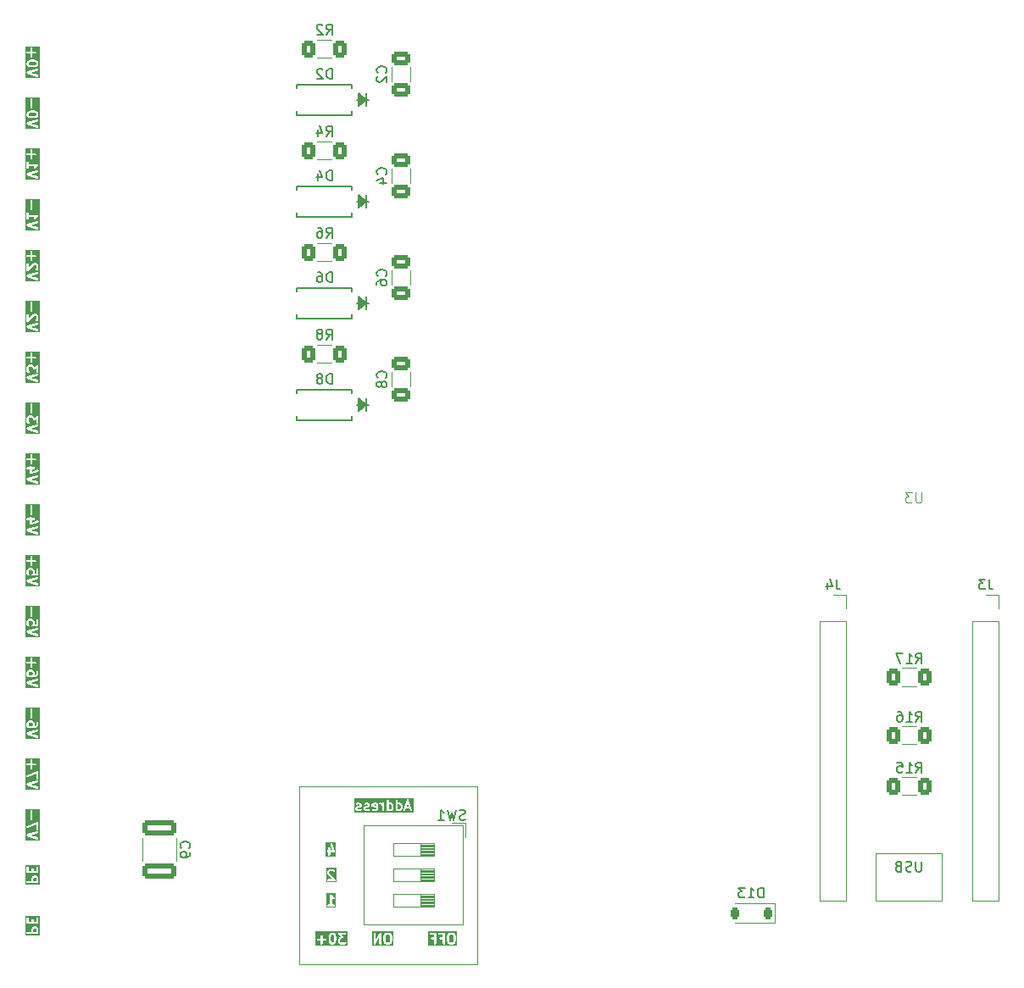
<source format=gbr>
%TF.GenerationSoftware,KiCad,Pcbnew,8.0.4-8.0.4-0~ubuntu22.04.1*%
%TF.CreationDate,2024-08-03T21:35:52+03:00*%
%TF.ProjectId,PM-AI8-U,504d2d41-4938-42d5-952e-6b696361645f,rev?*%
%TF.SameCoordinates,Original*%
%TF.FileFunction,Legend,Bot*%
%TF.FilePolarity,Positive*%
%FSLAX46Y46*%
G04 Gerber Fmt 4.6, Leading zero omitted, Abs format (unit mm)*
G04 Created by KiCad (PCBNEW 8.0.4-8.0.4-0~ubuntu22.04.1) date 2024-08-03 21:35:52*
%MOMM*%
%LPD*%
G01*
G04 APERTURE LIST*
G04 Aperture macros list*
%AMRoundRect*
0 Rectangle with rounded corners*
0 $1 Rounding radius*
0 $2 $3 $4 $5 $6 $7 $8 $9 X,Y pos of 4 corners*
0 Add a 4 corners polygon primitive as box body*
4,1,4,$2,$3,$4,$5,$6,$7,$8,$9,$2,$3,0*
0 Add four circle primitives for the rounded corners*
1,1,$1+$1,$2,$3*
1,1,$1+$1,$4,$5*
1,1,$1+$1,$6,$7*
1,1,$1+$1,$8,$9*
0 Add four rect primitives between the rounded corners*
20,1,$1+$1,$2,$3,$4,$5,0*
20,1,$1+$1,$4,$5,$6,$7,0*
20,1,$1+$1,$6,$7,$8,$9,0*
20,1,$1+$1,$8,$9,$2,$3,0*%
G04 Aperture macros list end*
%ADD10C,0.100000*%
%ADD11C,0.200000*%
%ADD12C,0.150000*%
%ADD13C,0.152400*%
%ADD14C,0.120000*%
%ADD15R,2.565400X1.651000*%
%ADD16C,3.200000*%
%ADD17R,1.700000X1.700000*%
%ADD18O,1.700000X1.700000*%
%ADD19R,3.500000X3.500000*%
%ADD20C,3.500000*%
%ADD21O,6.350000X6.350000*%
%ADD22RoundRect,0.250000X-0.400000X-0.625000X0.400000X-0.625000X0.400000X0.625000X-0.400000X0.625000X0*%
%ADD23RoundRect,0.250000X-0.650000X0.412500X-0.650000X-0.412500X0.650000X-0.412500X0.650000X0.412500X0*%
%ADD24RoundRect,0.250000X0.400000X0.625000X-0.400000X0.625000X-0.400000X-0.625000X0.400000X-0.625000X0*%
%ADD25R,1.600000X1.600000*%
%ADD26O,1.600000X1.600000*%
%ADD27RoundRect,0.250000X1.450000X-0.537500X1.450000X0.537500X-1.450000X0.537500X-1.450000X-0.537500X0*%
%ADD28RoundRect,0.225000X0.225000X0.375000X-0.225000X0.375000X-0.225000X-0.375000X0.225000X-0.375000X0*%
G04 APERTURE END LIST*
D10*
X53340000Y-129540000D02*
X71120000Y-129540000D01*
X71120000Y-147320000D01*
X53340000Y-147320000D01*
X53340000Y-129540000D01*
D11*
G36*
X27428891Y-79108896D02*
G01*
X26006669Y-79108896D01*
X26006669Y-78552730D01*
X26118565Y-78552730D01*
X26119453Y-78565237D01*
X26118565Y-78577744D01*
X26120824Y-78584522D01*
X26121331Y-78591650D01*
X26126937Y-78602862D01*
X26130903Y-78614760D01*
X26135586Y-78620159D01*
X26138781Y-78626549D01*
X26148252Y-78634764D01*
X26156468Y-78644236D01*
X26162857Y-78647430D01*
X26168257Y-78652114D01*
X26186157Y-78660105D01*
X27186157Y-78993438D01*
X27205272Y-78997785D01*
X27244192Y-78995019D01*
X27279091Y-78977569D01*
X27304656Y-78948093D01*
X27316995Y-78911077D01*
X27314228Y-78872157D01*
X27296779Y-78837258D01*
X27267303Y-78811693D01*
X27249402Y-78803702D01*
X26534007Y-78565237D01*
X27249402Y-78326772D01*
X27267303Y-78318781D01*
X27296779Y-78293216D01*
X27314228Y-78258317D01*
X27316995Y-78219397D01*
X27304656Y-78182381D01*
X27279091Y-78152905D01*
X27244192Y-78135455D01*
X27205272Y-78132689D01*
X27186157Y-78137036D01*
X26186157Y-78470369D01*
X26168257Y-78478360D01*
X26162857Y-78483043D01*
X26156468Y-78486238D01*
X26148252Y-78495709D01*
X26138781Y-78503925D01*
X26135586Y-78510314D01*
X26130903Y-78515714D01*
X26126937Y-78527611D01*
X26121331Y-78538824D01*
X26120824Y-78545951D01*
X26118565Y-78552730D01*
X26006669Y-78552730D01*
X26006669Y-77374761D01*
X26117780Y-77374761D01*
X26117780Y-77993808D01*
X26119701Y-78013317D01*
X26134633Y-78049365D01*
X26162223Y-78076955D01*
X26198271Y-78091887D01*
X26237289Y-78091887D01*
X26273337Y-78076955D01*
X26288491Y-78064519D01*
X26843228Y-77509782D01*
X26948292Y-77474761D01*
X27003697Y-77474761D01*
X27063306Y-77504566D01*
X27087975Y-77529234D01*
X27117780Y-77588844D01*
X27117780Y-77779725D01*
X27087975Y-77839334D01*
X27051831Y-77875478D01*
X27039395Y-77890632D01*
X27024463Y-77926680D01*
X27024463Y-77965698D01*
X27039395Y-78001746D01*
X27066985Y-78029336D01*
X27103033Y-78044268D01*
X27142051Y-78044268D01*
X27178099Y-78029336D01*
X27193253Y-78016900D01*
X27240871Y-77969281D01*
X27247163Y-77961614D01*
X27249161Y-77959882D01*
X27251054Y-77956873D01*
X27253308Y-77954128D01*
X27254318Y-77951687D01*
X27259604Y-77943291D01*
X27307223Y-77848054D01*
X27314229Y-77829745D01*
X27314483Y-77826161D01*
X27315859Y-77822841D01*
X27317780Y-77803332D01*
X27317780Y-77565237D01*
X27315859Y-77545728D01*
X27314483Y-77542407D01*
X27314229Y-77538824D01*
X27307223Y-77520515D01*
X27259604Y-77425278D01*
X27254318Y-77416881D01*
X27253308Y-77414441D01*
X27251054Y-77411695D01*
X27249161Y-77408687D01*
X27247163Y-77406954D01*
X27240871Y-77399288D01*
X27193253Y-77351669D01*
X27185582Y-77345374D01*
X27183853Y-77343380D01*
X27180845Y-77341486D01*
X27178099Y-77339233D01*
X27175659Y-77338222D01*
X27167263Y-77332937D01*
X27072025Y-77285318D01*
X27053717Y-77278312D01*
X27050133Y-77278057D01*
X27046813Y-77276682D01*
X27027304Y-77274761D01*
X26932066Y-77274761D01*
X26922192Y-77275733D01*
X26919558Y-77275546D01*
X26916094Y-77276333D01*
X26912557Y-77276682D01*
X26910115Y-77277693D01*
X26900443Y-77279893D01*
X26757586Y-77327512D01*
X26739686Y-77335503D01*
X26736970Y-77337858D01*
X26733652Y-77339233D01*
X26718498Y-77351669D01*
X26317780Y-77752386D01*
X26317780Y-77374761D01*
X26315859Y-77355252D01*
X26300927Y-77319204D01*
X26273337Y-77291614D01*
X26237289Y-77276682D01*
X26198271Y-77276682D01*
X26162223Y-77291614D01*
X26134633Y-77319204D01*
X26119701Y-77355252D01*
X26117780Y-77374761D01*
X26006669Y-77374761D01*
X26006669Y-76545728D01*
X26119701Y-76545728D01*
X26119701Y-76584746D01*
X26134633Y-76620794D01*
X26162223Y-76648384D01*
X26198271Y-76663316D01*
X26217780Y-76665237D01*
X26498733Y-76665237D01*
X26498733Y-76946189D01*
X26500654Y-76965698D01*
X26515586Y-77001746D01*
X26543176Y-77029336D01*
X26579224Y-77044268D01*
X26618242Y-77044268D01*
X26654290Y-77029336D01*
X26681880Y-77001746D01*
X26696812Y-76965698D01*
X26698733Y-76946189D01*
X26698733Y-76665237D01*
X26979685Y-76665237D01*
X26999194Y-76663316D01*
X27035242Y-76648384D01*
X27062832Y-76620794D01*
X27077764Y-76584746D01*
X27077764Y-76545728D01*
X27062832Y-76509680D01*
X27035242Y-76482090D01*
X26999194Y-76467158D01*
X26979685Y-76465237D01*
X26698733Y-76465237D01*
X26698733Y-76184285D01*
X26696812Y-76164776D01*
X26681880Y-76128728D01*
X26654290Y-76101138D01*
X26618242Y-76086206D01*
X26579224Y-76086206D01*
X26543176Y-76101138D01*
X26515586Y-76128728D01*
X26500654Y-76164776D01*
X26498733Y-76184285D01*
X26498733Y-76465237D01*
X26217780Y-76465237D01*
X26198271Y-76467158D01*
X26162223Y-76482090D01*
X26134633Y-76509680D01*
X26119701Y-76545728D01*
X26006669Y-76545728D01*
X26006669Y-75975095D01*
X27428891Y-75975095D01*
X27428891Y-79108896D01*
G37*
G36*
X26992399Y-62276731D02*
G01*
X27063306Y-62312185D01*
X27087975Y-62336853D01*
X27117780Y-62396463D01*
X27117780Y-62444487D01*
X27087975Y-62504096D01*
X27063306Y-62528764D01*
X26992399Y-62564218D01*
X26824518Y-62606189D01*
X26611042Y-62606189D01*
X26443161Y-62564218D01*
X26372254Y-62528765D01*
X26347583Y-62504094D01*
X26317780Y-62444487D01*
X26317780Y-62396462D01*
X26347583Y-62336855D01*
X26372254Y-62312184D01*
X26443161Y-62276731D01*
X26611042Y-62234761D01*
X26824518Y-62234761D01*
X26992399Y-62276731D01*
G37*
G36*
X27428891Y-63868896D02*
G01*
X26006669Y-63868896D01*
X26006669Y-63312730D01*
X26118565Y-63312730D01*
X26119453Y-63325237D01*
X26118565Y-63337744D01*
X26120824Y-63344522D01*
X26121331Y-63351650D01*
X26126937Y-63362862D01*
X26130903Y-63374760D01*
X26135586Y-63380159D01*
X26138781Y-63386549D01*
X26148252Y-63394764D01*
X26156468Y-63404236D01*
X26162857Y-63407430D01*
X26168257Y-63412114D01*
X26186157Y-63420105D01*
X27186157Y-63753438D01*
X27205272Y-63757785D01*
X27244192Y-63755019D01*
X27279091Y-63737569D01*
X27304656Y-63708093D01*
X27316995Y-63671077D01*
X27314228Y-63632157D01*
X27296779Y-63597258D01*
X27267303Y-63571693D01*
X27249402Y-63563702D01*
X26534007Y-63325237D01*
X27249402Y-63086772D01*
X27267303Y-63078781D01*
X27296779Y-63053216D01*
X27314228Y-63018317D01*
X27316995Y-62979397D01*
X27304656Y-62942381D01*
X27279091Y-62912905D01*
X27244192Y-62895455D01*
X27205272Y-62892689D01*
X27186157Y-62897036D01*
X26186157Y-63230369D01*
X26168257Y-63238360D01*
X26162857Y-63243043D01*
X26156468Y-63246238D01*
X26148252Y-63255709D01*
X26138781Y-63263925D01*
X26135586Y-63270314D01*
X26130903Y-63275714D01*
X26126937Y-63287611D01*
X26121331Y-63298824D01*
X26120824Y-63305951D01*
X26118565Y-63312730D01*
X26006669Y-63312730D01*
X26006669Y-62372856D01*
X26117780Y-62372856D01*
X26117780Y-62468094D01*
X26119701Y-62487603D01*
X26121076Y-62490922D01*
X26121331Y-62494508D01*
X26128338Y-62512816D01*
X26175958Y-62608054D01*
X26181242Y-62616449D01*
X26182253Y-62618889D01*
X26184506Y-62621634D01*
X26186401Y-62624645D01*
X26188397Y-62626376D01*
X26194689Y-62634043D01*
X26242308Y-62681661D01*
X26249974Y-62687953D01*
X26251707Y-62689951D01*
X26254715Y-62691844D01*
X26257461Y-62694098D01*
X26259901Y-62695108D01*
X26268298Y-62700394D01*
X26363535Y-62748013D01*
X26364963Y-62748559D01*
X26365543Y-62748989D01*
X26373719Y-62751910D01*
X26381844Y-62755019D01*
X26382564Y-62755070D01*
X26384003Y-62755584D01*
X26574479Y-62803203D01*
X26577860Y-62803703D01*
X26579224Y-62804268D01*
X26586574Y-62804991D01*
X26593872Y-62806071D01*
X26595330Y-62805853D01*
X26598733Y-62806189D01*
X26836828Y-62806189D01*
X26840230Y-62805853D01*
X26841689Y-62806071D01*
X26848986Y-62804991D01*
X26856337Y-62804268D01*
X26857700Y-62803703D01*
X26861082Y-62803203D01*
X27051557Y-62755584D01*
X27052994Y-62755070D01*
X27053717Y-62755019D01*
X27061841Y-62751910D01*
X27070018Y-62748989D01*
X27070598Y-62748558D01*
X27072025Y-62748013D01*
X27167263Y-62700394D01*
X27175659Y-62695108D01*
X27178099Y-62694098D01*
X27180845Y-62691844D01*
X27183853Y-62689951D01*
X27185582Y-62687956D01*
X27193253Y-62681662D01*
X27240871Y-62634043D01*
X27247163Y-62626376D01*
X27249161Y-62624644D01*
X27251054Y-62621635D01*
X27253308Y-62618890D01*
X27254318Y-62616449D01*
X27259604Y-62608053D01*
X27307223Y-62512816D01*
X27314229Y-62494507D01*
X27314483Y-62490923D01*
X27315859Y-62487603D01*
X27317780Y-62468094D01*
X27317780Y-62372856D01*
X27315859Y-62353347D01*
X27314483Y-62350026D01*
X27314229Y-62346443D01*
X27307223Y-62328134D01*
X27259604Y-62232897D01*
X27254318Y-62224500D01*
X27253308Y-62222060D01*
X27251054Y-62219314D01*
X27249161Y-62216306D01*
X27247163Y-62214573D01*
X27240871Y-62206907D01*
X27193253Y-62159288D01*
X27185582Y-62152993D01*
X27183853Y-62150999D01*
X27180845Y-62149105D01*
X27178099Y-62146852D01*
X27175659Y-62145841D01*
X27167263Y-62140556D01*
X27072025Y-62092937D01*
X27070598Y-62092391D01*
X27070018Y-62091961D01*
X27061841Y-62089039D01*
X27053717Y-62085931D01*
X27052994Y-62085879D01*
X27051557Y-62085366D01*
X26861082Y-62037747D01*
X26857700Y-62037246D01*
X26856337Y-62036682D01*
X26848986Y-62035958D01*
X26841689Y-62034879D01*
X26840230Y-62035096D01*
X26836828Y-62034761D01*
X26598733Y-62034761D01*
X26595330Y-62035096D01*
X26593872Y-62034879D01*
X26586574Y-62035958D01*
X26579224Y-62036682D01*
X26577860Y-62037246D01*
X26574479Y-62037747D01*
X26384003Y-62085366D01*
X26382564Y-62085879D01*
X26381844Y-62085931D01*
X26373719Y-62089039D01*
X26365543Y-62091961D01*
X26364963Y-62092390D01*
X26363535Y-62092937D01*
X26268298Y-62140556D01*
X26259901Y-62145841D01*
X26257461Y-62146852D01*
X26254715Y-62149105D01*
X26251707Y-62150999D01*
X26249974Y-62152996D01*
X26242308Y-62159289D01*
X26194689Y-62206907D01*
X26188397Y-62214573D01*
X26186401Y-62216305D01*
X26184506Y-62219315D01*
X26182253Y-62222061D01*
X26181242Y-62224500D01*
X26175958Y-62232896D01*
X26128338Y-62328134D01*
X26121331Y-62346442D01*
X26121076Y-62350027D01*
X26119701Y-62353347D01*
X26117780Y-62372856D01*
X26006669Y-62372856D01*
X26006669Y-60944285D01*
X26498733Y-60944285D01*
X26498733Y-61706189D01*
X26500654Y-61725698D01*
X26515586Y-61761746D01*
X26543176Y-61789336D01*
X26579224Y-61804268D01*
X26618242Y-61804268D01*
X26654290Y-61789336D01*
X26681880Y-61761746D01*
X26696812Y-61725698D01*
X26698733Y-61706189D01*
X26698733Y-60944285D01*
X26696812Y-60924776D01*
X26681880Y-60888728D01*
X26654290Y-60861138D01*
X26618242Y-60846206D01*
X26579224Y-60846206D01*
X26543176Y-60861138D01*
X26515586Y-60888728D01*
X26500654Y-60924776D01*
X26498733Y-60944285D01*
X26006669Y-60944285D01*
X26006669Y-60735095D01*
X27428891Y-60735095D01*
X27428891Y-63868896D01*
G37*
G36*
X27428891Y-74028896D02*
G01*
X26006669Y-74028896D01*
X26006669Y-73472730D01*
X26118565Y-73472730D01*
X26119453Y-73485237D01*
X26118565Y-73497744D01*
X26120824Y-73504522D01*
X26121331Y-73511650D01*
X26126937Y-73522862D01*
X26130903Y-73534760D01*
X26135586Y-73540159D01*
X26138781Y-73546549D01*
X26148252Y-73554764D01*
X26156468Y-73564236D01*
X26162857Y-73567430D01*
X26168257Y-73572114D01*
X26186157Y-73580105D01*
X27186157Y-73913438D01*
X27205272Y-73917785D01*
X27244192Y-73915019D01*
X27279091Y-73897569D01*
X27304656Y-73868093D01*
X27316995Y-73831077D01*
X27314228Y-73792157D01*
X27296779Y-73757258D01*
X27267303Y-73731693D01*
X27249402Y-73723702D01*
X26534007Y-73485237D01*
X27249402Y-73246772D01*
X27267303Y-73238781D01*
X27296779Y-73213216D01*
X27314228Y-73178317D01*
X27316995Y-73139397D01*
X27304656Y-73102381D01*
X27279091Y-73072905D01*
X27244192Y-73055455D01*
X27205272Y-73052689D01*
X27186157Y-73057036D01*
X26186157Y-73390369D01*
X26168257Y-73398360D01*
X26162857Y-73403043D01*
X26156468Y-73406238D01*
X26148252Y-73415709D01*
X26138781Y-73423925D01*
X26135586Y-73430314D01*
X26130903Y-73435714D01*
X26126937Y-73447611D01*
X26121331Y-73458824D01*
X26120824Y-73465951D01*
X26118565Y-73472730D01*
X26006669Y-73472730D01*
X26006669Y-72294761D01*
X26117780Y-72294761D01*
X26117780Y-72866189D01*
X26119701Y-72885698D01*
X26134633Y-72921746D01*
X26162223Y-72949336D01*
X26198271Y-72964268D01*
X26237289Y-72964268D01*
X26273337Y-72949336D01*
X26300927Y-72921746D01*
X26315859Y-72885698D01*
X26317780Y-72866189D01*
X26317780Y-72680475D01*
X26928739Y-72680475D01*
X26908974Y-72700240D01*
X26902679Y-72707910D01*
X26900685Y-72709640D01*
X26898791Y-72712647D01*
X26896538Y-72715394D01*
X26895527Y-72717833D01*
X26890242Y-72726230D01*
X26842623Y-72821468D01*
X26835617Y-72839776D01*
X26832851Y-72878696D01*
X26845190Y-72915712D01*
X26870754Y-72945189D01*
X26905653Y-72962638D01*
X26944573Y-72965404D01*
X26981589Y-72953065D01*
X27011066Y-72927501D01*
X27021509Y-72910910D01*
X27061870Y-72830187D01*
X27138634Y-72753424D01*
X27273250Y-72663680D01*
X27273304Y-72663635D01*
X27273337Y-72663622D01*
X27273410Y-72663548D01*
X27288417Y-72651260D01*
X27293927Y-72643031D01*
X27300927Y-72636032D01*
X27304676Y-72626980D01*
X27310128Y-72618840D01*
X27312069Y-72609132D01*
X27315859Y-72599984D01*
X27315859Y-72590184D01*
X27317780Y-72580579D01*
X27315859Y-72570867D01*
X27315859Y-72560966D01*
X27312110Y-72551916D01*
X27310209Y-72542303D01*
X27304714Y-72534061D01*
X27300927Y-72524918D01*
X27294001Y-72517992D01*
X27288565Y-72509838D01*
X27280336Y-72504327D01*
X27273337Y-72497328D01*
X27264285Y-72493578D01*
X27256145Y-72488127D01*
X27246437Y-72486185D01*
X27237289Y-72482396D01*
X27217986Y-72480495D01*
X27217885Y-72480475D01*
X27217850Y-72480481D01*
X27217780Y-72480475D01*
X26317780Y-72480475D01*
X26317780Y-72294761D01*
X26315859Y-72275252D01*
X26300927Y-72239204D01*
X26273337Y-72211614D01*
X26237289Y-72196682D01*
X26198271Y-72196682D01*
X26162223Y-72211614D01*
X26134633Y-72239204D01*
X26119701Y-72275252D01*
X26117780Y-72294761D01*
X26006669Y-72294761D01*
X26006669Y-71104285D01*
X26498733Y-71104285D01*
X26498733Y-71866189D01*
X26500654Y-71885698D01*
X26515586Y-71921746D01*
X26543176Y-71949336D01*
X26579224Y-71964268D01*
X26618242Y-71964268D01*
X26654290Y-71949336D01*
X26681880Y-71921746D01*
X26696812Y-71885698D01*
X26698733Y-71866189D01*
X26698733Y-71104285D01*
X26696812Y-71084776D01*
X26681880Y-71048728D01*
X26654290Y-71021138D01*
X26618242Y-71006206D01*
X26579224Y-71006206D01*
X26543176Y-71021138D01*
X26515586Y-71048728D01*
X26500654Y-71084776D01*
X26498733Y-71104285D01*
X26006669Y-71104285D01*
X26006669Y-70895095D01*
X27428891Y-70895095D01*
X27428891Y-74028896D01*
G37*
G36*
X27428891Y-109588896D02*
G01*
X26006669Y-109588896D01*
X26006669Y-109032730D01*
X26118565Y-109032730D01*
X26119453Y-109045237D01*
X26118565Y-109057744D01*
X26120824Y-109064522D01*
X26121331Y-109071650D01*
X26126937Y-109082862D01*
X26130903Y-109094760D01*
X26135586Y-109100159D01*
X26138781Y-109106549D01*
X26148252Y-109114764D01*
X26156468Y-109124236D01*
X26162857Y-109127430D01*
X26168257Y-109132114D01*
X26186157Y-109140105D01*
X27186157Y-109473438D01*
X27205272Y-109477785D01*
X27244192Y-109475019D01*
X27279091Y-109457569D01*
X27304656Y-109428093D01*
X27316995Y-109391077D01*
X27314228Y-109352157D01*
X27296779Y-109317258D01*
X27267303Y-109291693D01*
X27249402Y-109283702D01*
X26534007Y-109045237D01*
X27249402Y-108806772D01*
X27267303Y-108798781D01*
X27296779Y-108773216D01*
X27314228Y-108738317D01*
X27316995Y-108699397D01*
X27304656Y-108662381D01*
X27279091Y-108632905D01*
X27244192Y-108615455D01*
X27205272Y-108612689D01*
X27186157Y-108617036D01*
X26186157Y-108950369D01*
X26168257Y-108958360D01*
X26162857Y-108963043D01*
X26156468Y-108966238D01*
X26148252Y-108975709D01*
X26138781Y-108983925D01*
X26135586Y-108990314D01*
X26130903Y-108995714D01*
X26126937Y-109007611D01*
X26121331Y-109018824D01*
X26120824Y-109025951D01*
X26118565Y-109032730D01*
X26006669Y-109032730D01*
X26006669Y-108045237D01*
X26117780Y-108045237D01*
X26117780Y-108283332D01*
X26119701Y-108302841D01*
X26121076Y-108306160D01*
X26121331Y-108309746D01*
X26128338Y-108328054D01*
X26175958Y-108423292D01*
X26181242Y-108431687D01*
X26182253Y-108434127D01*
X26184506Y-108436872D01*
X26186401Y-108439883D01*
X26188397Y-108441614D01*
X26194689Y-108449281D01*
X26242308Y-108496899D01*
X26257461Y-108509336D01*
X26293510Y-108524267D01*
X26332528Y-108524267D01*
X26368576Y-108509336D01*
X26396166Y-108481746D01*
X26411097Y-108445698D01*
X26411097Y-108406680D01*
X26396166Y-108370631D01*
X26383729Y-108355478D01*
X26347583Y-108319332D01*
X26317780Y-108259725D01*
X26317780Y-108068843D01*
X26347583Y-108009236D01*
X26372254Y-107984565D01*
X26431864Y-107954761D01*
X26622745Y-107954761D01*
X26682354Y-107984566D01*
X26707023Y-108009234D01*
X26736828Y-108068844D01*
X26736828Y-108259725D01*
X26707023Y-108319334D01*
X26670879Y-108355478D01*
X26658443Y-108370632D01*
X26656515Y-108375284D01*
X26653328Y-108379181D01*
X26649107Y-108393170D01*
X26643511Y-108406680D01*
X26643511Y-108411717D01*
X26642057Y-108416536D01*
X26643511Y-108431077D01*
X26643511Y-108445698D01*
X26645438Y-108450350D01*
X26645939Y-108455360D01*
X26652848Y-108468240D01*
X26658443Y-108481746D01*
X26662003Y-108485306D01*
X26664384Y-108489744D01*
X26675696Y-108498999D01*
X26686033Y-108509336D01*
X26690685Y-108511263D01*
X26694582Y-108514451D01*
X26708571Y-108518671D01*
X26722081Y-108524268D01*
X26727118Y-108524268D01*
X26731937Y-108525722D01*
X26751540Y-108525693D01*
X27227730Y-108478074D01*
X27234839Y-108476649D01*
X27237289Y-108476649D01*
X27239586Y-108475697D01*
X27246951Y-108474221D01*
X27259831Y-108467311D01*
X27273337Y-108461717D01*
X27276897Y-108458156D01*
X27281335Y-108455776D01*
X27290590Y-108444463D01*
X27300927Y-108434127D01*
X27302854Y-108429474D01*
X27306042Y-108425578D01*
X27310262Y-108411588D01*
X27315859Y-108398079D01*
X27316595Y-108390601D01*
X27317313Y-108388223D01*
X27317069Y-108385786D01*
X27317780Y-108378570D01*
X27317780Y-107902380D01*
X27315859Y-107882871D01*
X27300927Y-107846823D01*
X27273337Y-107819233D01*
X27237289Y-107804301D01*
X27198271Y-107804301D01*
X27162223Y-107819233D01*
X27134633Y-107846823D01*
X27119701Y-107882871D01*
X27117780Y-107902380D01*
X27117780Y-108288071D01*
X26933507Y-108306498D01*
X26933531Y-108306161D01*
X26934907Y-108302841D01*
X26936828Y-108283332D01*
X26936828Y-108045237D01*
X26934907Y-108025728D01*
X26933531Y-108022407D01*
X26933277Y-108018824D01*
X26926271Y-108000515D01*
X26878652Y-107905278D01*
X26873366Y-107896881D01*
X26872356Y-107894441D01*
X26870102Y-107891695D01*
X26868209Y-107888687D01*
X26866211Y-107886954D01*
X26859919Y-107879288D01*
X26812301Y-107831669D01*
X26804630Y-107825374D01*
X26802901Y-107823380D01*
X26799893Y-107821486D01*
X26797147Y-107819233D01*
X26794707Y-107818222D01*
X26786311Y-107812937D01*
X26691073Y-107765318D01*
X26672765Y-107758312D01*
X26669181Y-107758057D01*
X26665861Y-107756682D01*
X26646352Y-107754761D01*
X26408257Y-107754761D01*
X26388748Y-107756682D01*
X26385427Y-107758057D01*
X26381844Y-107758312D01*
X26363535Y-107765318D01*
X26268298Y-107812937D01*
X26259901Y-107818222D01*
X26257461Y-107819233D01*
X26254715Y-107821486D01*
X26251707Y-107823380D01*
X26249974Y-107825377D01*
X26242308Y-107831670D01*
X26194689Y-107879288D01*
X26188397Y-107886954D01*
X26186401Y-107888686D01*
X26184506Y-107891696D01*
X26182253Y-107894442D01*
X26181242Y-107896881D01*
X26175958Y-107905277D01*
X26128338Y-108000515D01*
X26121331Y-108018823D01*
X26121076Y-108022408D01*
X26119701Y-108025728D01*
X26117780Y-108045237D01*
X26006669Y-108045237D01*
X26006669Y-107025728D01*
X26119701Y-107025728D01*
X26119701Y-107064746D01*
X26134633Y-107100794D01*
X26162223Y-107128384D01*
X26198271Y-107143316D01*
X26217780Y-107145237D01*
X26498733Y-107145237D01*
X26498733Y-107426189D01*
X26500654Y-107445698D01*
X26515586Y-107481746D01*
X26543176Y-107509336D01*
X26579224Y-107524268D01*
X26618242Y-107524268D01*
X26654290Y-107509336D01*
X26681880Y-107481746D01*
X26696812Y-107445698D01*
X26698733Y-107426189D01*
X26698733Y-107145237D01*
X26979685Y-107145237D01*
X26999194Y-107143316D01*
X27035242Y-107128384D01*
X27062832Y-107100794D01*
X27077764Y-107064746D01*
X27077764Y-107025728D01*
X27062832Y-106989680D01*
X27035242Y-106962090D01*
X26999194Y-106947158D01*
X26979685Y-106945237D01*
X26698733Y-106945237D01*
X26698733Y-106664285D01*
X26696812Y-106644776D01*
X26681880Y-106608728D01*
X26654290Y-106581138D01*
X26618242Y-106566206D01*
X26579224Y-106566206D01*
X26543176Y-106581138D01*
X26515586Y-106608728D01*
X26500654Y-106644776D01*
X26498733Y-106664285D01*
X26498733Y-106945237D01*
X26217780Y-106945237D01*
X26198271Y-106947158D01*
X26162223Y-106962090D01*
X26134633Y-106989680D01*
X26119701Y-107025728D01*
X26006669Y-107025728D01*
X26006669Y-106455095D01*
X27428891Y-106455095D01*
X27428891Y-109588896D01*
G37*
G36*
X56768709Y-144412024D02*
G01*
X56793378Y-144436692D01*
X56828831Y-144507599D01*
X56870802Y-144675480D01*
X56870802Y-144888956D01*
X56828831Y-145056837D01*
X56793378Y-145127743D01*
X56768709Y-145152413D01*
X56709100Y-145182219D01*
X56661076Y-145182219D01*
X56601466Y-145152414D01*
X56576799Y-145127746D01*
X56541344Y-145056837D01*
X56499374Y-144888956D01*
X56499374Y-144675481D01*
X56541344Y-144507599D01*
X56576798Y-144436692D01*
X56601466Y-144412023D01*
X56661076Y-144382219D01*
X56709100Y-144382219D01*
X56768709Y-144412024D01*
G37*
G36*
X58179992Y-145493330D02*
G01*
X54999708Y-145493330D01*
X54999708Y-144881757D01*
X55110819Y-144881757D01*
X55110819Y-144920775D01*
X55125751Y-144956823D01*
X55153341Y-144984413D01*
X55189389Y-144999345D01*
X55208898Y-145001266D01*
X55489850Y-145001266D01*
X55489850Y-145282219D01*
X55491771Y-145301728D01*
X55506703Y-145337776D01*
X55534293Y-145365366D01*
X55570341Y-145380298D01*
X55609359Y-145380298D01*
X55645407Y-145365366D01*
X55672997Y-145337776D01*
X55687929Y-145301728D01*
X55689850Y-145282219D01*
X55689850Y-145001266D01*
X55970802Y-145001266D01*
X55990311Y-144999345D01*
X56026359Y-144984413D01*
X56053949Y-144956823D01*
X56068881Y-144920775D01*
X56068881Y-144881757D01*
X56053949Y-144845709D01*
X56026359Y-144818119D01*
X55990311Y-144803187D01*
X55970802Y-144801266D01*
X55689850Y-144801266D01*
X55689850Y-144663171D01*
X56299374Y-144663171D01*
X56299374Y-144901266D01*
X56299709Y-144904668D01*
X56299492Y-144906127D01*
X56300571Y-144913424D01*
X56301295Y-144920775D01*
X56301859Y-144922138D01*
X56302360Y-144925520D01*
X56349979Y-145115995D01*
X56350492Y-145117432D01*
X56350544Y-145118155D01*
X56353652Y-145126279D01*
X56356574Y-145134456D01*
X56357004Y-145135036D01*
X56357550Y-145136463D01*
X56405169Y-145231701D01*
X56410452Y-145240093D01*
X56411464Y-145242537D01*
X56413720Y-145245286D01*
X56415612Y-145248291D01*
X56417606Y-145250020D01*
X56423901Y-145257690D01*
X56471519Y-145305310D01*
X56479187Y-145311603D01*
X56480919Y-145313600D01*
X56483927Y-145315493D01*
X56486673Y-145317747D01*
X56489113Y-145318757D01*
X56497510Y-145324043D01*
X56592747Y-145371662D01*
X56611056Y-145378668D01*
X56614639Y-145378922D01*
X56617960Y-145380298D01*
X56637469Y-145382219D01*
X56732707Y-145382219D01*
X56752216Y-145380298D01*
X56755536Y-145378922D01*
X56759120Y-145378668D01*
X56777428Y-145371662D01*
X56872666Y-145324043D01*
X56881061Y-145318758D01*
X56883503Y-145317747D01*
X56886250Y-145315491D01*
X56889256Y-145313600D01*
X56890986Y-145311605D01*
X56898656Y-145305310D01*
X56946275Y-145257690D01*
X56952567Y-145250023D01*
X56954564Y-145248292D01*
X56956457Y-145245284D01*
X56958712Y-145242537D01*
X56959723Y-145240095D01*
X56965007Y-145231701D01*
X57012626Y-145136464D01*
X57013172Y-145135035D01*
X57013602Y-145134456D01*
X57016523Y-145126279D01*
X57019632Y-145118155D01*
X57019683Y-145117434D01*
X57020197Y-145115996D01*
X57067816Y-144925520D01*
X57068316Y-144922138D01*
X57068881Y-144920775D01*
X57069604Y-144913424D01*
X57070684Y-144906127D01*
X57070466Y-144904668D01*
X57070802Y-144901266D01*
X57070802Y-144853647D01*
X57251755Y-144853647D01*
X57251755Y-145091742D01*
X57253676Y-145111251D01*
X57255051Y-145114571D01*
X57255306Y-145118155D01*
X57262312Y-145136463D01*
X57309931Y-145231701D01*
X57315214Y-145240093D01*
X57316226Y-145242537D01*
X57318482Y-145245286D01*
X57320374Y-145248291D01*
X57322368Y-145250020D01*
X57328663Y-145257690D01*
X57376281Y-145305310D01*
X57383949Y-145311603D01*
X57385681Y-145313600D01*
X57388689Y-145315493D01*
X57391435Y-145317747D01*
X57393875Y-145318757D01*
X57402272Y-145324043D01*
X57497509Y-145371662D01*
X57515818Y-145378668D01*
X57519401Y-145378922D01*
X57522722Y-145380298D01*
X57542231Y-145382219D01*
X57827945Y-145382219D01*
X57847454Y-145380298D01*
X57850774Y-145378922D01*
X57854358Y-145378668D01*
X57872666Y-145371662D01*
X57967904Y-145324043D01*
X57976299Y-145318758D01*
X57978741Y-145317747D01*
X57981488Y-145315491D01*
X57984494Y-145313600D01*
X57986224Y-145311605D01*
X57993894Y-145305310D01*
X58041513Y-145257690D01*
X58053950Y-145242537D01*
X58068881Y-145206488D01*
X58068880Y-145167470D01*
X58053949Y-145131422D01*
X58026358Y-145103832D01*
X57990310Y-145088901D01*
X57951292Y-145088902D01*
X57915244Y-145103833D01*
X57900090Y-145116270D01*
X57863947Y-145152413D01*
X57804338Y-145182219D01*
X57565838Y-145182219D01*
X57506228Y-145152414D01*
X57481561Y-145127746D01*
X57451755Y-145068134D01*
X57451755Y-144877254D01*
X57481560Y-144817644D01*
X57506228Y-144792975D01*
X57565838Y-144763171D01*
X57685088Y-144763171D01*
X57695405Y-144762155D01*
X57698030Y-144762330D01*
X57699837Y-144761718D01*
X57704597Y-144761250D01*
X57719600Y-144755035D01*
X57734992Y-144749830D01*
X57737531Y-144747607D01*
X57740645Y-144746318D01*
X57752122Y-144734840D01*
X57764356Y-144724136D01*
X57765851Y-144721111D01*
X57768235Y-144718728D01*
X57774449Y-144703726D01*
X57781652Y-144689161D01*
X57781876Y-144685795D01*
X57783167Y-144682680D01*
X57783167Y-144666431D01*
X57784247Y-144650229D01*
X57783167Y-144647035D01*
X57783167Y-144643662D01*
X57776951Y-144628656D01*
X57771747Y-144613268D01*
X57768965Y-144609377D01*
X57768235Y-144607614D01*
X57766375Y-144605754D01*
X57760346Y-144597321D01*
X57572132Y-144382219D01*
X57970802Y-144382219D01*
X57990311Y-144380298D01*
X58026359Y-144365366D01*
X58053949Y-144337776D01*
X58068881Y-144301728D01*
X58068881Y-144262710D01*
X58053949Y-144226662D01*
X58026359Y-144199072D01*
X57990311Y-144184140D01*
X57970802Y-144182219D01*
X57351755Y-144182219D01*
X57341437Y-144183234D01*
X57338813Y-144183060D01*
X57337005Y-144183671D01*
X57332246Y-144184140D01*
X57317240Y-144190355D01*
X57301852Y-144195560D01*
X57299312Y-144197781D01*
X57296198Y-144199072D01*
X57284713Y-144210556D01*
X57272488Y-144221254D01*
X57270992Y-144224277D01*
X57268608Y-144226662D01*
X57262391Y-144241668D01*
X57255191Y-144256229D01*
X57254966Y-144259594D01*
X57253676Y-144262710D01*
X57253676Y-144278958D01*
X57252596Y-144295161D01*
X57253676Y-144298354D01*
X57253676Y-144301728D01*
X57259891Y-144316733D01*
X57265096Y-144332122D01*
X57267877Y-144336012D01*
X57268608Y-144337776D01*
X57270467Y-144339635D01*
X57276497Y-144348069D01*
X57481118Y-144581923D01*
X57402272Y-144621347D01*
X57393875Y-144626632D01*
X57391435Y-144627643D01*
X57388689Y-144629896D01*
X57385681Y-144631790D01*
X57383948Y-144633787D01*
X57376282Y-144640080D01*
X57328663Y-144687698D01*
X57322368Y-144695368D01*
X57320374Y-144697098D01*
X57318480Y-144700105D01*
X57316227Y-144702852D01*
X57315216Y-144705291D01*
X57309931Y-144713688D01*
X57262312Y-144808926D01*
X57255306Y-144827234D01*
X57255051Y-144830817D01*
X57253676Y-144834138D01*
X57251755Y-144853647D01*
X57070802Y-144853647D01*
X57070802Y-144663171D01*
X57070466Y-144659768D01*
X57070684Y-144658310D01*
X57069604Y-144651012D01*
X57068881Y-144643662D01*
X57068316Y-144642298D01*
X57067816Y-144638917D01*
X57020197Y-144448441D01*
X57019683Y-144447002D01*
X57019632Y-144446282D01*
X57016523Y-144438157D01*
X57013602Y-144429981D01*
X57013172Y-144429401D01*
X57012626Y-144427973D01*
X56965007Y-144332736D01*
X56959721Y-144324339D01*
X56958711Y-144321899D01*
X56956457Y-144319153D01*
X56954564Y-144316145D01*
X56952566Y-144314412D01*
X56946274Y-144306746D01*
X56898656Y-144259127D01*
X56890985Y-144252832D01*
X56889256Y-144250838D01*
X56886248Y-144248944D01*
X56883502Y-144246691D01*
X56881062Y-144245680D01*
X56872666Y-144240395D01*
X56777428Y-144192776D01*
X56759120Y-144185770D01*
X56755536Y-144185515D01*
X56752216Y-144184140D01*
X56732707Y-144182219D01*
X56637469Y-144182219D01*
X56617960Y-144184140D01*
X56614639Y-144185515D01*
X56611056Y-144185770D01*
X56592747Y-144192776D01*
X56497510Y-144240395D01*
X56489113Y-144245680D01*
X56486673Y-144246691D01*
X56483927Y-144248944D01*
X56480919Y-144250838D01*
X56479186Y-144252835D01*
X56471520Y-144259128D01*
X56423901Y-144306746D01*
X56417606Y-144314416D01*
X56415612Y-144316146D01*
X56413718Y-144319153D01*
X56411465Y-144321900D01*
X56410454Y-144324339D01*
X56405169Y-144332736D01*
X56357550Y-144427974D01*
X56357004Y-144429400D01*
X56356574Y-144429981D01*
X56353652Y-144438157D01*
X56350544Y-144446282D01*
X56350492Y-144447004D01*
X56349979Y-144448442D01*
X56302360Y-144638917D01*
X56301859Y-144642298D01*
X56301295Y-144643662D01*
X56300571Y-144651012D01*
X56299492Y-144658310D01*
X56299709Y-144659768D01*
X56299374Y-144663171D01*
X55689850Y-144663171D01*
X55689850Y-144520314D01*
X55687929Y-144500805D01*
X55672997Y-144464757D01*
X55645407Y-144437167D01*
X55609359Y-144422235D01*
X55570341Y-144422235D01*
X55534293Y-144437167D01*
X55506703Y-144464757D01*
X55491771Y-144500805D01*
X55489850Y-144520314D01*
X55489850Y-144801266D01*
X55208898Y-144801266D01*
X55189389Y-144803187D01*
X55153341Y-144818119D01*
X55125751Y-144845709D01*
X55110819Y-144881757D01*
X54999708Y-144881757D01*
X54999708Y-144071108D01*
X58179992Y-144071108D01*
X58179992Y-145493330D01*
G37*
G36*
X26682354Y-118144566D02*
G01*
X26707023Y-118169234D01*
X26736828Y-118228844D01*
X26736828Y-118372106D01*
X26707023Y-118431715D01*
X26682354Y-118456383D01*
X26622745Y-118486189D01*
X26431864Y-118486189D01*
X26372254Y-118456384D01*
X26347583Y-118431713D01*
X26317780Y-118372106D01*
X26317780Y-118228843D01*
X26347583Y-118169236D01*
X26372254Y-118144565D01*
X26431864Y-118114761D01*
X26622745Y-118114761D01*
X26682354Y-118144566D01*
G37*
G36*
X27428891Y-119748896D02*
G01*
X26006669Y-119748896D01*
X26006669Y-119192730D01*
X26118565Y-119192730D01*
X26119453Y-119205237D01*
X26118565Y-119217744D01*
X26120824Y-119224522D01*
X26121331Y-119231650D01*
X26126937Y-119242862D01*
X26130903Y-119254760D01*
X26135586Y-119260159D01*
X26138781Y-119266549D01*
X26148252Y-119274764D01*
X26156468Y-119284236D01*
X26162857Y-119287430D01*
X26168257Y-119292114D01*
X26186157Y-119300105D01*
X27186157Y-119633438D01*
X27205272Y-119637785D01*
X27244192Y-119635019D01*
X27279091Y-119617569D01*
X27304656Y-119588093D01*
X27316995Y-119551077D01*
X27314228Y-119512157D01*
X27296779Y-119477258D01*
X27267303Y-119451693D01*
X27249402Y-119443702D01*
X26534007Y-119205237D01*
X27249402Y-118966772D01*
X27267303Y-118958781D01*
X27296779Y-118933216D01*
X27314228Y-118898317D01*
X27316995Y-118859397D01*
X27304656Y-118822381D01*
X27279091Y-118792905D01*
X27244192Y-118775455D01*
X27205272Y-118772689D01*
X27186157Y-118777036D01*
X26186157Y-119110369D01*
X26168257Y-119118360D01*
X26162857Y-119123043D01*
X26156468Y-119126238D01*
X26148252Y-119135709D01*
X26138781Y-119143925D01*
X26135586Y-119150314D01*
X26130903Y-119155714D01*
X26126937Y-119167611D01*
X26121331Y-119178824D01*
X26120824Y-119185951D01*
X26118565Y-119192730D01*
X26006669Y-119192730D01*
X26006669Y-118205237D01*
X26117780Y-118205237D01*
X26117780Y-118395713D01*
X26119701Y-118415222D01*
X26121076Y-118418541D01*
X26121331Y-118422127D01*
X26128338Y-118440435D01*
X26175958Y-118535673D01*
X26181242Y-118544068D01*
X26182253Y-118546508D01*
X26184506Y-118549253D01*
X26186401Y-118552264D01*
X26188397Y-118553995D01*
X26194689Y-118561662D01*
X26242308Y-118609280D01*
X26249974Y-118615572D01*
X26251707Y-118617570D01*
X26254715Y-118619463D01*
X26257461Y-118621717D01*
X26259901Y-118622727D01*
X26268298Y-118628013D01*
X26363535Y-118675632D01*
X26381844Y-118682638D01*
X26385427Y-118682892D01*
X26388748Y-118684268D01*
X26408257Y-118686189D01*
X26789209Y-118686189D01*
X26792611Y-118685853D01*
X26794070Y-118686071D01*
X26801367Y-118684991D01*
X26808718Y-118684268D01*
X26810081Y-118683703D01*
X26813463Y-118683203D01*
X27003938Y-118635584D01*
X27015433Y-118631477D01*
X27017857Y-118630998D01*
X27020053Y-118629826D01*
X27022399Y-118628989D01*
X27024385Y-118627517D01*
X27035155Y-118621775D01*
X27178012Y-118526537D01*
X27178066Y-118526492D01*
X27178099Y-118526479D01*
X27185630Y-118520298D01*
X27193179Y-118514117D01*
X27193198Y-118514087D01*
X27193253Y-118514043D01*
X27240871Y-118466424D01*
X27247163Y-118458757D01*
X27249161Y-118457025D01*
X27251054Y-118454016D01*
X27253308Y-118451271D01*
X27254318Y-118448830D01*
X27259604Y-118440434D01*
X27307223Y-118345197D01*
X27314229Y-118326888D01*
X27314483Y-118323304D01*
X27315859Y-118319984D01*
X27317780Y-118300475D01*
X27317780Y-118109999D01*
X27315859Y-118090490D01*
X27300927Y-118054442D01*
X27273337Y-118026852D01*
X27237289Y-118011920D01*
X27198271Y-118011920D01*
X27162223Y-118026852D01*
X27134633Y-118054442D01*
X27119701Y-118090490D01*
X27117780Y-118109999D01*
X27117780Y-118276868D01*
X27087975Y-118336477D01*
X27058831Y-118365620D01*
X26938627Y-118445757D01*
X26921464Y-118450047D01*
X26926271Y-118440435D01*
X26933277Y-118422126D01*
X26933531Y-118418542D01*
X26934907Y-118415222D01*
X26936828Y-118395713D01*
X26936828Y-118205237D01*
X26934907Y-118185728D01*
X26933531Y-118182407D01*
X26933277Y-118178824D01*
X26926271Y-118160515D01*
X26878652Y-118065278D01*
X26873366Y-118056881D01*
X26872356Y-118054441D01*
X26870102Y-118051695D01*
X26868209Y-118048687D01*
X26866211Y-118046954D01*
X26859919Y-118039288D01*
X26812301Y-117991669D01*
X26804630Y-117985374D01*
X26802901Y-117983380D01*
X26799893Y-117981486D01*
X26797147Y-117979233D01*
X26794707Y-117978222D01*
X26786311Y-117972937D01*
X26691073Y-117925318D01*
X26672765Y-117918312D01*
X26669181Y-117918057D01*
X26665861Y-117916682D01*
X26646352Y-117914761D01*
X26408257Y-117914761D01*
X26388748Y-117916682D01*
X26385427Y-117918057D01*
X26381844Y-117918312D01*
X26363535Y-117925318D01*
X26268298Y-117972937D01*
X26259901Y-117978222D01*
X26257461Y-117979233D01*
X26254715Y-117981486D01*
X26251707Y-117983380D01*
X26249974Y-117985377D01*
X26242308Y-117991670D01*
X26194689Y-118039288D01*
X26188397Y-118046954D01*
X26186401Y-118048686D01*
X26184506Y-118051696D01*
X26182253Y-118054442D01*
X26181242Y-118056881D01*
X26175958Y-118065277D01*
X26128338Y-118160515D01*
X26121331Y-118178823D01*
X26121076Y-118182408D01*
X26119701Y-118185728D01*
X26117780Y-118205237D01*
X26006669Y-118205237D01*
X26006669Y-117185728D01*
X26119701Y-117185728D01*
X26119701Y-117224746D01*
X26134633Y-117260794D01*
X26162223Y-117288384D01*
X26198271Y-117303316D01*
X26217780Y-117305237D01*
X26498733Y-117305237D01*
X26498733Y-117586189D01*
X26500654Y-117605698D01*
X26515586Y-117641746D01*
X26543176Y-117669336D01*
X26579224Y-117684268D01*
X26618242Y-117684268D01*
X26654290Y-117669336D01*
X26681880Y-117641746D01*
X26696812Y-117605698D01*
X26698733Y-117586189D01*
X26698733Y-117305237D01*
X26979685Y-117305237D01*
X26999194Y-117303316D01*
X27035242Y-117288384D01*
X27062832Y-117260794D01*
X27077764Y-117224746D01*
X27077764Y-117185728D01*
X27062832Y-117149680D01*
X27035242Y-117122090D01*
X26999194Y-117107158D01*
X26979685Y-117105237D01*
X26698733Y-117105237D01*
X26698733Y-116824285D01*
X26696812Y-116804776D01*
X26681880Y-116768728D01*
X26654290Y-116741138D01*
X26618242Y-116726206D01*
X26579224Y-116726206D01*
X26543176Y-116741138D01*
X26515586Y-116768728D01*
X26500654Y-116804776D01*
X26498733Y-116824285D01*
X26498733Y-117105237D01*
X26217780Y-117105237D01*
X26198271Y-117107158D01*
X26162223Y-117122090D01*
X26134633Y-117149680D01*
X26119701Y-117185728D01*
X26006669Y-117185728D01*
X26006669Y-116615095D01*
X27428891Y-116615095D01*
X27428891Y-119748896D01*
G37*
G36*
X61040075Y-131402707D02*
G01*
X61062230Y-131447016D01*
X61062230Y-131491904D01*
X60790744Y-131437607D01*
X60808195Y-131402706D01*
X60852504Y-131380552D01*
X60995766Y-131380552D01*
X61040075Y-131402707D01*
G37*
G36*
X62531566Y-131410357D02*
G01*
X62556235Y-131435025D01*
X62586040Y-131494635D01*
X62586040Y-131733135D01*
X62556235Y-131792743D01*
X62531566Y-131817413D01*
X62471957Y-131847219D01*
X62328695Y-131847219D01*
X62309850Y-131837796D01*
X62309850Y-131389974D01*
X62328695Y-131380552D01*
X62471957Y-131380552D01*
X62531566Y-131410357D01*
G37*
G36*
X63436328Y-131410357D02*
G01*
X63460997Y-131435025D01*
X63490802Y-131494635D01*
X63490802Y-131733135D01*
X63460997Y-131792743D01*
X63436328Y-131817413D01*
X63376719Y-131847219D01*
X63233457Y-131847219D01*
X63214612Y-131837796D01*
X63214612Y-131389974D01*
X63233457Y-131380552D01*
X63376719Y-131380552D01*
X63436328Y-131410357D01*
G37*
G36*
X64309203Y-131561504D02*
G01*
X64110498Y-131561504D01*
X64209850Y-131263446D01*
X64309203Y-131561504D01*
G37*
G36*
X64753509Y-132158330D02*
G01*
X58855881Y-132158330D01*
X58855881Y-131756742D01*
X58966992Y-131756742D01*
X58966992Y-131804361D01*
X58968913Y-131823870D01*
X58970288Y-131827190D01*
X58970543Y-131830773D01*
X58977549Y-131849082D01*
X59025168Y-131944321D01*
X59027221Y-131947584D01*
X59027735Y-131949123D01*
X59029397Y-131951039D01*
X59035611Y-131960911D01*
X59045082Y-131969125D01*
X59053299Y-131978600D01*
X59063169Y-131984812D01*
X59065087Y-131986476D01*
X59066627Y-131986989D01*
X59069890Y-131989043D01*
X59165127Y-132036662D01*
X59183436Y-132043668D01*
X59187019Y-132043922D01*
X59190340Y-132045298D01*
X59209849Y-132047219D01*
X59400325Y-132047219D01*
X59419834Y-132045298D01*
X59423154Y-132043922D01*
X59426738Y-132043668D01*
X59445046Y-132036662D01*
X59540284Y-131989043D01*
X59556874Y-131978600D01*
X59582439Y-131949123D01*
X59594777Y-131912107D01*
X59592012Y-131873187D01*
X59574563Y-131838289D01*
X59545086Y-131812724D01*
X59508070Y-131800385D01*
X59469150Y-131803151D01*
X59450841Y-131810157D01*
X59376718Y-131847219D01*
X59233456Y-131847219D01*
X59189146Y-131825064D01*
X59166992Y-131780754D01*
X59166992Y-131780349D01*
X59178796Y-131756742D01*
X59776516Y-131756742D01*
X59776516Y-131804361D01*
X59778437Y-131823870D01*
X59779812Y-131827190D01*
X59780067Y-131830773D01*
X59787073Y-131849082D01*
X59834692Y-131944321D01*
X59836745Y-131947584D01*
X59837259Y-131949123D01*
X59838921Y-131951039D01*
X59845135Y-131960911D01*
X59854606Y-131969125D01*
X59862823Y-131978600D01*
X59872693Y-131984812D01*
X59874611Y-131986476D01*
X59876151Y-131986989D01*
X59879414Y-131989043D01*
X59974651Y-132036662D01*
X59992960Y-132043668D01*
X59996543Y-132043922D01*
X59999864Y-132045298D01*
X60019373Y-132047219D01*
X60209849Y-132047219D01*
X60229358Y-132045298D01*
X60232678Y-132043922D01*
X60236262Y-132043668D01*
X60254570Y-132036662D01*
X60349808Y-131989043D01*
X60366398Y-131978600D01*
X60391963Y-131949123D01*
X60404301Y-131912107D01*
X60401536Y-131873187D01*
X60384087Y-131838289D01*
X60354610Y-131812724D01*
X60317594Y-131800385D01*
X60278674Y-131803151D01*
X60260365Y-131810157D01*
X60186242Y-131847219D01*
X60042980Y-131847219D01*
X59998670Y-131825064D01*
X59976516Y-131780754D01*
X59976516Y-131780349D01*
X59998671Y-131736039D01*
X60042980Y-131713885D01*
X60162230Y-131713885D01*
X60181739Y-131711964D01*
X60185059Y-131710588D01*
X60188643Y-131710334D01*
X60206951Y-131703328D01*
X60302189Y-131655709D01*
X60305452Y-131653655D01*
X60306991Y-131653142D01*
X60308907Y-131651479D01*
X60318779Y-131645266D01*
X60326992Y-131635795D01*
X60336468Y-131627578D01*
X60342682Y-131617704D01*
X60344344Y-131615789D01*
X60344856Y-131614250D01*
X60346911Y-131610987D01*
X60394530Y-131515750D01*
X60401536Y-131497441D01*
X60401790Y-131493857D01*
X60403166Y-131490537D01*
X60405087Y-131471028D01*
X60405087Y-131423409D01*
X60586040Y-131423409D01*
X60586040Y-131518647D01*
X60587961Y-131538156D01*
X60591710Y-131547208D01*
X60593612Y-131556819D01*
X60599103Y-131565055D01*
X60602893Y-131574204D01*
X60609819Y-131581130D01*
X60615255Y-131589284D01*
X60623483Y-131594794D01*
X60630483Y-131601794D01*
X60639534Y-131605543D01*
X60647675Y-131610995D01*
X60666428Y-131616705D01*
X60666529Y-131616725D01*
X60666531Y-131616726D01*
X60666533Y-131616726D01*
X61062230Y-131695865D01*
X61062230Y-131780754D01*
X61040075Y-131825063D01*
X60995766Y-131847219D01*
X60852504Y-131847219D01*
X60778380Y-131810157D01*
X60760072Y-131803151D01*
X60721152Y-131800385D01*
X60684136Y-131812724D01*
X60654659Y-131838288D01*
X60637210Y-131873187D01*
X60634444Y-131912107D01*
X60646783Y-131949123D01*
X60672347Y-131978600D01*
X60688938Y-131989043D01*
X60784175Y-132036662D01*
X60802484Y-132043668D01*
X60806067Y-132043922D01*
X60809388Y-132045298D01*
X60828897Y-132047219D01*
X61019373Y-132047219D01*
X61038882Y-132045298D01*
X61042202Y-132043922D01*
X61045786Y-132043668D01*
X61064094Y-132036662D01*
X61159332Y-131989043D01*
X61162594Y-131986989D01*
X61164134Y-131986476D01*
X61166050Y-131984813D01*
X61175922Y-131978600D01*
X61184137Y-131969126D01*
X61193611Y-131960911D01*
X61199824Y-131951039D01*
X61201487Y-131949123D01*
X61201999Y-131947584D01*
X61204054Y-131944321D01*
X61251673Y-131849082D01*
X61258679Y-131830774D01*
X61258933Y-131827190D01*
X61260309Y-131823870D01*
X61262230Y-131804361D01*
X61262230Y-131423409D01*
X61260309Y-131403900D01*
X61258933Y-131400579D01*
X61258679Y-131396996D01*
X61251673Y-131378687D01*
X61204054Y-131283450D01*
X61201999Y-131280186D01*
X61201487Y-131278648D01*
X61199825Y-131276732D01*
X61193611Y-131266859D01*
X61186905Y-131261043D01*
X61349866Y-131261043D01*
X61349866Y-131300061D01*
X61364798Y-131336109D01*
X61392388Y-131363699D01*
X61428436Y-131378631D01*
X61447945Y-131380552D01*
X61519576Y-131380552D01*
X61579185Y-131410357D01*
X61603854Y-131435025D01*
X61633659Y-131494635D01*
X61633659Y-131947219D01*
X61635580Y-131966728D01*
X61650512Y-132002776D01*
X61678102Y-132030366D01*
X61714150Y-132045298D01*
X61753168Y-132045298D01*
X61789216Y-132030366D01*
X61816806Y-132002776D01*
X61831738Y-131966728D01*
X61833659Y-131947219D01*
X61833659Y-131280552D01*
X61831738Y-131261043D01*
X61816806Y-131224995D01*
X61789216Y-131197405D01*
X61753168Y-131182473D01*
X61714150Y-131182473D01*
X61678102Y-131197405D01*
X61652233Y-131223273D01*
X61587904Y-131191109D01*
X61569596Y-131184103D01*
X61566012Y-131183848D01*
X61562692Y-131182473D01*
X61543183Y-131180552D01*
X61447945Y-131180552D01*
X61428436Y-131182473D01*
X61392388Y-131197405D01*
X61364798Y-131224995D01*
X61349866Y-131261043D01*
X61186905Y-131261043D01*
X61184135Y-131258641D01*
X61175922Y-131249171D01*
X61166050Y-131242957D01*
X61164134Y-131241295D01*
X61162595Y-131240781D01*
X61159332Y-131238728D01*
X61064094Y-131191109D01*
X61045786Y-131184103D01*
X61042202Y-131183848D01*
X61038882Y-131182473D01*
X61019373Y-131180552D01*
X60828897Y-131180552D01*
X60809388Y-131182473D01*
X60806067Y-131183848D01*
X60802484Y-131184103D01*
X60784175Y-131191109D01*
X60688938Y-131238728D01*
X60685674Y-131240782D01*
X60684136Y-131241295D01*
X60682220Y-131242956D01*
X60672347Y-131249171D01*
X60664129Y-131258646D01*
X60654659Y-131266860D01*
X60648445Y-131276731D01*
X60646783Y-131278648D01*
X60646269Y-131280186D01*
X60644216Y-131283450D01*
X60596597Y-131378688D01*
X60589591Y-131396996D01*
X60589336Y-131400579D01*
X60587961Y-131403900D01*
X60586040Y-131423409D01*
X60405087Y-131423409D01*
X60403166Y-131403900D01*
X60401790Y-131400579D01*
X60401536Y-131396996D01*
X60394530Y-131378687D01*
X60346911Y-131283450D01*
X60344856Y-131280186D01*
X60344344Y-131278648D01*
X60342682Y-131276732D01*
X60336468Y-131266859D01*
X60326992Y-131258641D01*
X60318779Y-131249171D01*
X60308907Y-131242957D01*
X60306991Y-131241295D01*
X60305452Y-131240781D01*
X60302189Y-131238728D01*
X60206951Y-131191109D01*
X60188643Y-131184103D01*
X60185059Y-131183848D01*
X60181739Y-131182473D01*
X60162230Y-131180552D01*
X60019373Y-131180552D01*
X59999864Y-131182473D01*
X59996543Y-131183848D01*
X59992960Y-131184103D01*
X59974651Y-131191109D01*
X59879414Y-131238728D01*
X59862823Y-131249171D01*
X59837259Y-131278648D01*
X59824920Y-131315664D01*
X59827686Y-131354584D01*
X59845135Y-131389483D01*
X59874612Y-131415047D01*
X59911628Y-131427386D01*
X59950548Y-131424620D01*
X59968856Y-131417614D01*
X60042980Y-131380552D01*
X60138623Y-131380552D01*
X60182932Y-131402707D01*
X60205087Y-131447016D01*
X60205087Y-131447421D01*
X60182932Y-131491729D01*
X60138623Y-131513885D01*
X60019373Y-131513885D01*
X59999864Y-131515806D01*
X59996543Y-131517181D01*
X59992960Y-131517436D01*
X59974651Y-131524442D01*
X59879414Y-131572061D01*
X59876150Y-131574115D01*
X59874612Y-131574628D01*
X59872696Y-131576289D01*
X59862823Y-131582504D01*
X59854605Y-131591979D01*
X59845135Y-131600193D01*
X59838921Y-131610064D01*
X59837259Y-131611981D01*
X59836745Y-131613519D01*
X59834692Y-131616783D01*
X59787073Y-131712021D01*
X59780067Y-131730329D01*
X59779812Y-131733912D01*
X59778437Y-131737233D01*
X59776516Y-131756742D01*
X59178796Y-131756742D01*
X59189147Y-131736039D01*
X59233456Y-131713885D01*
X59352706Y-131713885D01*
X59372215Y-131711964D01*
X59375535Y-131710588D01*
X59379119Y-131710334D01*
X59397427Y-131703328D01*
X59492665Y-131655709D01*
X59495928Y-131653655D01*
X59497467Y-131653142D01*
X59499383Y-131651479D01*
X59509255Y-131645266D01*
X59517468Y-131635795D01*
X59526944Y-131627578D01*
X59533158Y-131617704D01*
X59534820Y-131615789D01*
X59535332Y-131614250D01*
X59537387Y-131610987D01*
X59585006Y-131515750D01*
X59592012Y-131497441D01*
X59592266Y-131493857D01*
X59593642Y-131490537D01*
X59595563Y-131471028D01*
X59595563Y-131423409D01*
X59593642Y-131403900D01*
X59592266Y-131400579D01*
X59592012Y-131396996D01*
X59585006Y-131378687D01*
X59537387Y-131283450D01*
X59535332Y-131280186D01*
X59534820Y-131278648D01*
X59533158Y-131276732D01*
X59526944Y-131266859D01*
X59517468Y-131258641D01*
X59509255Y-131249171D01*
X59499383Y-131242957D01*
X59497467Y-131241295D01*
X59495928Y-131240781D01*
X59492665Y-131238728D01*
X59397427Y-131191109D01*
X59379119Y-131184103D01*
X59375535Y-131183848D01*
X59372215Y-131182473D01*
X59352706Y-131180552D01*
X59209849Y-131180552D01*
X59190340Y-131182473D01*
X59187019Y-131183848D01*
X59183436Y-131184103D01*
X59165127Y-131191109D01*
X59069890Y-131238728D01*
X59053299Y-131249171D01*
X59027735Y-131278648D01*
X59015396Y-131315664D01*
X59018162Y-131354584D01*
X59035611Y-131389483D01*
X59065088Y-131415047D01*
X59102104Y-131427386D01*
X59141024Y-131424620D01*
X59159332Y-131417614D01*
X59233456Y-131380552D01*
X59329099Y-131380552D01*
X59373408Y-131402707D01*
X59395563Y-131447016D01*
X59395563Y-131447421D01*
X59373408Y-131491729D01*
X59329099Y-131513885D01*
X59209849Y-131513885D01*
X59190340Y-131515806D01*
X59187019Y-131517181D01*
X59183436Y-131517436D01*
X59165127Y-131524442D01*
X59069890Y-131572061D01*
X59066626Y-131574115D01*
X59065088Y-131574628D01*
X59063172Y-131576289D01*
X59053299Y-131582504D01*
X59045081Y-131591979D01*
X59035611Y-131600193D01*
X59029397Y-131610064D01*
X59027735Y-131611981D01*
X59027221Y-131613519D01*
X59025168Y-131616783D01*
X58977549Y-131712021D01*
X58970543Y-131730329D01*
X58970288Y-131733912D01*
X58968913Y-131737233D01*
X58966992Y-131756742D01*
X58855881Y-131756742D01*
X58855881Y-130947219D01*
X62109850Y-130947219D01*
X62109850Y-131947219D01*
X62111771Y-131966728D01*
X62126703Y-132002776D01*
X62154293Y-132030366D01*
X62190341Y-132045298D01*
X62229359Y-132045298D01*
X62255763Y-132034360D01*
X62260366Y-132036662D01*
X62278675Y-132043668D01*
X62282258Y-132043922D01*
X62285579Y-132045298D01*
X62305088Y-132047219D01*
X62495564Y-132047219D01*
X62515073Y-132045298D01*
X62518393Y-132043922D01*
X62521977Y-132043668D01*
X62540285Y-132036662D01*
X62635523Y-131989043D01*
X62643918Y-131983758D01*
X62646360Y-131982747D01*
X62649107Y-131980491D01*
X62652113Y-131978600D01*
X62653843Y-131976605D01*
X62661513Y-131970310D01*
X62709132Y-131922690D01*
X62715424Y-131915023D01*
X62717421Y-131913292D01*
X62719314Y-131910284D01*
X62721569Y-131907537D01*
X62722580Y-131905095D01*
X62727864Y-131896701D01*
X62775483Y-131801464D01*
X62782489Y-131783155D01*
X62782743Y-131779571D01*
X62784119Y-131776251D01*
X62786040Y-131756742D01*
X62786040Y-131471028D01*
X62784119Y-131451519D01*
X62782743Y-131448198D01*
X62782489Y-131444615D01*
X62775483Y-131426306D01*
X62727864Y-131331069D01*
X62722578Y-131322672D01*
X62721568Y-131320232D01*
X62719314Y-131317486D01*
X62717421Y-131314478D01*
X62715423Y-131312745D01*
X62709131Y-131305079D01*
X62661513Y-131257460D01*
X62653842Y-131251165D01*
X62652113Y-131249171D01*
X62649105Y-131247277D01*
X62646359Y-131245024D01*
X62643919Y-131244013D01*
X62635523Y-131238728D01*
X62540285Y-131191109D01*
X62521977Y-131184103D01*
X62518393Y-131183848D01*
X62515073Y-131182473D01*
X62495564Y-131180552D01*
X62309850Y-131180552D01*
X62309850Y-130947219D01*
X63014612Y-130947219D01*
X63014612Y-131947219D01*
X63016533Y-131966728D01*
X63031465Y-132002776D01*
X63059055Y-132030366D01*
X63095103Y-132045298D01*
X63134121Y-132045298D01*
X63160525Y-132034360D01*
X63165128Y-132036662D01*
X63183437Y-132043668D01*
X63187020Y-132043922D01*
X63190341Y-132045298D01*
X63209850Y-132047219D01*
X63400326Y-132047219D01*
X63419835Y-132045298D01*
X63423155Y-132043922D01*
X63426739Y-132043668D01*
X63445047Y-132036662D01*
X63540285Y-131989043D01*
X63548680Y-131983758D01*
X63551122Y-131982747D01*
X63553869Y-131980491D01*
X63556875Y-131978600D01*
X63558605Y-131976605D01*
X63566275Y-131970310D01*
X63601872Y-131934712D01*
X63777302Y-131934712D01*
X63780068Y-131973632D01*
X63797518Y-132008531D01*
X63826994Y-132034096D01*
X63864010Y-132046434D01*
X63902930Y-132043668D01*
X63937829Y-132026218D01*
X63963394Y-131996742D01*
X63971385Y-131978842D01*
X64043831Y-131761504D01*
X64375869Y-131761504D01*
X64448315Y-131978841D01*
X64456306Y-131996742D01*
X64481871Y-132026218D01*
X64516770Y-132043667D01*
X64555690Y-132046434D01*
X64592706Y-132034095D01*
X64622182Y-132008530D01*
X64639632Y-131973631D01*
X64642398Y-131934711D01*
X64638051Y-131915596D01*
X64304718Y-130915596D01*
X64296727Y-130897696D01*
X64292042Y-130892294D01*
X64288849Y-130885908D01*
X64279380Y-130877695D01*
X64271162Y-130868220D01*
X64264770Y-130865023D01*
X64259373Y-130860343D01*
X64247479Y-130856378D01*
X64236263Y-130850770D01*
X64229135Y-130850263D01*
X64222357Y-130848004D01*
X64209852Y-130848893D01*
X64197343Y-130848004D01*
X64190561Y-130850264D01*
X64183437Y-130850771D01*
X64172228Y-130856374D01*
X64160327Y-130860342D01*
X64154926Y-130865025D01*
X64148538Y-130868220D01*
X64140322Y-130877691D01*
X64130851Y-130885907D01*
X64127656Y-130892296D01*
X64122973Y-130897696D01*
X64114982Y-130915597D01*
X63781649Y-131915596D01*
X63777302Y-131934712D01*
X63601872Y-131934712D01*
X63613894Y-131922690D01*
X63620186Y-131915023D01*
X63622183Y-131913292D01*
X63624076Y-131910284D01*
X63626331Y-131907537D01*
X63627342Y-131905095D01*
X63632626Y-131896701D01*
X63680245Y-131801464D01*
X63687251Y-131783155D01*
X63687505Y-131779571D01*
X63688881Y-131776251D01*
X63690802Y-131756742D01*
X63690802Y-131471028D01*
X63688881Y-131451519D01*
X63687505Y-131448198D01*
X63687251Y-131444615D01*
X63680245Y-131426306D01*
X63632626Y-131331069D01*
X63627340Y-131322672D01*
X63626330Y-131320232D01*
X63624076Y-131317486D01*
X63622183Y-131314478D01*
X63620185Y-131312745D01*
X63613893Y-131305079D01*
X63566275Y-131257460D01*
X63558604Y-131251165D01*
X63556875Y-131249171D01*
X63553867Y-131247277D01*
X63551121Y-131245024D01*
X63548681Y-131244013D01*
X63540285Y-131238728D01*
X63445047Y-131191109D01*
X63426739Y-131184103D01*
X63423155Y-131183848D01*
X63419835Y-131182473D01*
X63400326Y-131180552D01*
X63214612Y-131180552D01*
X63214612Y-130947219D01*
X63212691Y-130927710D01*
X63197759Y-130891662D01*
X63170169Y-130864072D01*
X63134121Y-130849140D01*
X63095103Y-130849140D01*
X63059055Y-130864072D01*
X63031465Y-130891662D01*
X63016533Y-130927710D01*
X63014612Y-130947219D01*
X62309850Y-130947219D01*
X62307929Y-130927710D01*
X62292997Y-130891662D01*
X62265407Y-130864072D01*
X62229359Y-130849140D01*
X62190341Y-130849140D01*
X62154293Y-130864072D01*
X62126703Y-130891662D01*
X62111771Y-130927710D01*
X62109850Y-130947219D01*
X58855881Y-130947219D01*
X58855881Y-130736893D01*
X64753509Y-130736893D01*
X64753509Y-132158330D01*
G37*
G36*
X27428891Y-84188896D02*
G01*
X26006669Y-84188896D01*
X26006669Y-83632730D01*
X26118565Y-83632730D01*
X26119453Y-83645237D01*
X26118565Y-83657744D01*
X26120824Y-83664522D01*
X26121331Y-83671650D01*
X26126937Y-83682862D01*
X26130903Y-83694760D01*
X26135586Y-83700159D01*
X26138781Y-83706549D01*
X26148252Y-83714764D01*
X26156468Y-83724236D01*
X26162857Y-83727430D01*
X26168257Y-83732114D01*
X26186157Y-83740105D01*
X27186157Y-84073438D01*
X27205272Y-84077785D01*
X27244192Y-84075019D01*
X27279091Y-84057569D01*
X27304656Y-84028093D01*
X27316995Y-83991077D01*
X27314228Y-83952157D01*
X27296779Y-83917258D01*
X27267303Y-83891693D01*
X27249402Y-83883702D01*
X26534007Y-83645237D01*
X27249402Y-83406772D01*
X27267303Y-83398781D01*
X27296779Y-83373216D01*
X27314228Y-83338317D01*
X27316995Y-83299397D01*
X27304656Y-83262381D01*
X27279091Y-83232905D01*
X27244192Y-83215455D01*
X27205272Y-83212689D01*
X27186157Y-83217036D01*
X26186157Y-83550369D01*
X26168257Y-83558360D01*
X26162857Y-83563043D01*
X26156468Y-83566238D01*
X26148252Y-83575709D01*
X26138781Y-83583925D01*
X26135586Y-83590314D01*
X26130903Y-83595714D01*
X26126937Y-83607611D01*
X26121331Y-83618824D01*
X26120824Y-83625951D01*
X26118565Y-83632730D01*
X26006669Y-83632730D01*
X26006669Y-82454761D01*
X26117780Y-82454761D01*
X26117780Y-83073808D01*
X26119701Y-83093317D01*
X26134633Y-83129365D01*
X26162223Y-83156955D01*
X26198271Y-83171887D01*
X26237289Y-83171887D01*
X26273337Y-83156955D01*
X26288491Y-83144519D01*
X26843228Y-82589782D01*
X26948292Y-82554761D01*
X27003697Y-82554761D01*
X27063306Y-82584566D01*
X27087975Y-82609234D01*
X27117780Y-82668844D01*
X27117780Y-82859725D01*
X27087975Y-82919334D01*
X27051831Y-82955478D01*
X27039395Y-82970632D01*
X27024463Y-83006680D01*
X27024463Y-83045698D01*
X27039395Y-83081746D01*
X27066985Y-83109336D01*
X27103033Y-83124268D01*
X27142051Y-83124268D01*
X27178099Y-83109336D01*
X27193253Y-83096900D01*
X27240871Y-83049281D01*
X27247163Y-83041614D01*
X27249161Y-83039882D01*
X27251054Y-83036873D01*
X27253308Y-83034128D01*
X27254318Y-83031687D01*
X27259604Y-83023291D01*
X27307223Y-82928054D01*
X27314229Y-82909745D01*
X27314483Y-82906161D01*
X27315859Y-82902841D01*
X27317780Y-82883332D01*
X27317780Y-82645237D01*
X27315859Y-82625728D01*
X27314483Y-82622407D01*
X27314229Y-82618824D01*
X27307223Y-82600515D01*
X27259604Y-82505278D01*
X27254318Y-82496881D01*
X27253308Y-82494441D01*
X27251054Y-82491695D01*
X27249161Y-82488687D01*
X27247163Y-82486954D01*
X27240871Y-82479288D01*
X27193253Y-82431669D01*
X27185582Y-82425374D01*
X27183853Y-82423380D01*
X27180845Y-82421486D01*
X27178099Y-82419233D01*
X27175659Y-82418222D01*
X27167263Y-82412937D01*
X27072025Y-82365318D01*
X27053717Y-82358312D01*
X27050133Y-82358057D01*
X27046813Y-82356682D01*
X27027304Y-82354761D01*
X26932066Y-82354761D01*
X26922192Y-82355733D01*
X26919558Y-82355546D01*
X26916094Y-82356333D01*
X26912557Y-82356682D01*
X26910115Y-82357693D01*
X26900443Y-82359893D01*
X26757586Y-82407512D01*
X26739686Y-82415503D01*
X26736970Y-82417858D01*
X26733652Y-82419233D01*
X26718498Y-82431669D01*
X26317780Y-82832386D01*
X26317780Y-82454761D01*
X26315859Y-82435252D01*
X26300927Y-82399204D01*
X26273337Y-82371614D01*
X26237289Y-82356682D01*
X26198271Y-82356682D01*
X26162223Y-82371614D01*
X26134633Y-82399204D01*
X26119701Y-82435252D01*
X26117780Y-82454761D01*
X26006669Y-82454761D01*
X26006669Y-81264285D01*
X26498733Y-81264285D01*
X26498733Y-82026189D01*
X26500654Y-82045698D01*
X26515586Y-82081746D01*
X26543176Y-82109336D01*
X26579224Y-82124268D01*
X26618242Y-82124268D01*
X26654290Y-82109336D01*
X26681880Y-82081746D01*
X26696812Y-82045698D01*
X26698733Y-82026189D01*
X26698733Y-81264285D01*
X26696812Y-81244776D01*
X26681880Y-81208728D01*
X26654290Y-81181138D01*
X26618242Y-81166206D01*
X26579224Y-81166206D01*
X26543176Y-81181138D01*
X26515586Y-81208728D01*
X26500654Y-81244776D01*
X26498733Y-81264285D01*
X26006669Y-81264285D01*
X26006669Y-81055095D01*
X27428891Y-81055095D01*
X27428891Y-84188896D01*
G37*
G36*
X27063306Y-143782662D02*
G01*
X27087975Y-143807330D01*
X27117780Y-143866940D01*
X27117780Y-144124285D01*
X26793971Y-144124285D01*
X26793971Y-143866940D01*
X26823776Y-143807330D01*
X26848444Y-143782661D01*
X26908054Y-143752857D01*
X27003697Y-143752857D01*
X27063306Y-143782662D01*
G37*
G36*
X27428891Y-144435396D02*
G01*
X26006669Y-144435396D01*
X26006669Y-144204776D01*
X26119701Y-144204776D01*
X26119701Y-144243794D01*
X26134633Y-144279842D01*
X26162223Y-144307432D01*
X26198271Y-144322364D01*
X26217780Y-144324285D01*
X27217780Y-144324285D01*
X27237289Y-144322364D01*
X27273337Y-144307432D01*
X27300927Y-144279842D01*
X27315859Y-144243794D01*
X27317780Y-144224285D01*
X27317780Y-143843333D01*
X27315859Y-143823824D01*
X27314483Y-143820503D01*
X27314229Y-143816920D01*
X27307223Y-143798611D01*
X27259604Y-143703374D01*
X27254318Y-143694977D01*
X27253308Y-143692537D01*
X27251054Y-143689791D01*
X27249161Y-143686783D01*
X27247163Y-143685050D01*
X27240871Y-143677384D01*
X27193253Y-143629765D01*
X27185582Y-143623470D01*
X27183853Y-143621476D01*
X27180845Y-143619582D01*
X27178099Y-143617329D01*
X27175659Y-143616318D01*
X27167263Y-143611033D01*
X27072025Y-143563414D01*
X27053717Y-143556408D01*
X27050133Y-143556153D01*
X27046813Y-143554778D01*
X27027304Y-143552857D01*
X26884447Y-143552857D01*
X26864938Y-143554778D01*
X26861617Y-143556153D01*
X26858034Y-143556408D01*
X26839725Y-143563414D01*
X26744488Y-143611033D01*
X26736091Y-143616318D01*
X26733651Y-143617329D01*
X26730905Y-143619582D01*
X26727897Y-143621476D01*
X26726164Y-143623473D01*
X26718498Y-143629766D01*
X26670879Y-143677384D01*
X26664584Y-143685054D01*
X26662590Y-143686784D01*
X26660696Y-143689791D01*
X26658443Y-143692538D01*
X26657432Y-143694977D01*
X26652147Y-143703374D01*
X26604528Y-143798612D01*
X26597522Y-143816920D01*
X26597267Y-143820503D01*
X26595892Y-143823824D01*
X26593971Y-143843333D01*
X26593971Y-144124285D01*
X26217780Y-144124285D01*
X26198271Y-144126206D01*
X26162223Y-144141138D01*
X26134633Y-144168728D01*
X26119701Y-144204776D01*
X26006669Y-144204776D01*
X26006669Y-142748095D01*
X26117780Y-142748095D01*
X26117780Y-143224285D01*
X26119701Y-143243794D01*
X26134633Y-143279842D01*
X26162223Y-143307432D01*
X26198271Y-143322364D01*
X26217780Y-143324285D01*
X27217780Y-143324285D01*
X27237289Y-143322364D01*
X27273337Y-143307432D01*
X27300927Y-143279842D01*
X27315859Y-143243794D01*
X27317780Y-143224285D01*
X27317780Y-142748095D01*
X27315859Y-142728586D01*
X27300927Y-142692538D01*
X27273337Y-142664948D01*
X27237289Y-142650016D01*
X27198271Y-142650016D01*
X27162223Y-142664948D01*
X27134633Y-142692538D01*
X27119701Y-142728586D01*
X27117780Y-142748095D01*
X27117780Y-143124285D01*
X26841590Y-143124285D01*
X26841590Y-142890952D01*
X26839669Y-142871443D01*
X26824737Y-142835395D01*
X26797147Y-142807805D01*
X26761099Y-142792873D01*
X26722081Y-142792873D01*
X26686033Y-142807805D01*
X26658443Y-142835395D01*
X26643511Y-142871443D01*
X26641590Y-142890952D01*
X26641590Y-143124285D01*
X26317780Y-143124285D01*
X26317780Y-142748095D01*
X26315859Y-142728586D01*
X26300927Y-142692538D01*
X26273337Y-142664948D01*
X26237289Y-142650016D01*
X26198271Y-142650016D01*
X26162223Y-142664948D01*
X26134633Y-142692538D01*
X26119701Y-142728586D01*
X26117780Y-142748095D01*
X26006669Y-142748095D01*
X26006669Y-142538905D01*
X27428891Y-142538905D01*
X27428891Y-144435396D01*
G37*
G36*
X26992399Y-57196731D02*
G01*
X27063306Y-57232185D01*
X27087975Y-57256853D01*
X27117780Y-57316463D01*
X27117780Y-57364487D01*
X27087975Y-57424096D01*
X27063306Y-57448764D01*
X26992399Y-57484218D01*
X26824518Y-57526189D01*
X26611042Y-57526189D01*
X26443161Y-57484218D01*
X26372254Y-57448765D01*
X26347583Y-57424094D01*
X26317780Y-57364487D01*
X26317780Y-57316462D01*
X26347583Y-57256855D01*
X26372254Y-57232184D01*
X26443161Y-57196731D01*
X26611042Y-57154761D01*
X26824518Y-57154761D01*
X26992399Y-57196731D01*
G37*
G36*
X27428891Y-58788896D02*
G01*
X26006669Y-58788896D01*
X26006669Y-58232730D01*
X26118565Y-58232730D01*
X26119453Y-58245237D01*
X26118565Y-58257744D01*
X26120824Y-58264522D01*
X26121331Y-58271650D01*
X26126937Y-58282862D01*
X26130903Y-58294760D01*
X26135586Y-58300159D01*
X26138781Y-58306549D01*
X26148252Y-58314764D01*
X26156468Y-58324236D01*
X26162857Y-58327430D01*
X26168257Y-58332114D01*
X26186157Y-58340105D01*
X27186157Y-58673438D01*
X27205272Y-58677785D01*
X27244192Y-58675019D01*
X27279091Y-58657569D01*
X27304656Y-58628093D01*
X27316995Y-58591077D01*
X27314228Y-58552157D01*
X27296779Y-58517258D01*
X27267303Y-58491693D01*
X27249402Y-58483702D01*
X26534007Y-58245237D01*
X27249402Y-58006772D01*
X27267303Y-57998781D01*
X27296779Y-57973216D01*
X27314228Y-57938317D01*
X27316995Y-57899397D01*
X27304656Y-57862381D01*
X27279091Y-57832905D01*
X27244192Y-57815455D01*
X27205272Y-57812689D01*
X27186157Y-57817036D01*
X26186157Y-58150369D01*
X26168257Y-58158360D01*
X26162857Y-58163043D01*
X26156468Y-58166238D01*
X26148252Y-58175709D01*
X26138781Y-58183925D01*
X26135586Y-58190314D01*
X26130903Y-58195714D01*
X26126937Y-58207611D01*
X26121331Y-58218824D01*
X26120824Y-58225951D01*
X26118565Y-58232730D01*
X26006669Y-58232730D01*
X26006669Y-57292856D01*
X26117780Y-57292856D01*
X26117780Y-57388094D01*
X26119701Y-57407603D01*
X26121076Y-57410922D01*
X26121331Y-57414508D01*
X26128338Y-57432816D01*
X26175958Y-57528054D01*
X26181242Y-57536449D01*
X26182253Y-57538889D01*
X26184506Y-57541634D01*
X26186401Y-57544645D01*
X26188397Y-57546376D01*
X26194689Y-57554043D01*
X26242308Y-57601661D01*
X26249974Y-57607953D01*
X26251707Y-57609951D01*
X26254715Y-57611844D01*
X26257461Y-57614098D01*
X26259901Y-57615108D01*
X26268298Y-57620394D01*
X26363535Y-57668013D01*
X26364963Y-57668559D01*
X26365543Y-57668989D01*
X26373719Y-57671910D01*
X26381844Y-57675019D01*
X26382564Y-57675070D01*
X26384003Y-57675584D01*
X26574479Y-57723203D01*
X26577860Y-57723703D01*
X26579224Y-57724268D01*
X26586574Y-57724991D01*
X26593872Y-57726071D01*
X26595330Y-57725853D01*
X26598733Y-57726189D01*
X26836828Y-57726189D01*
X26840230Y-57725853D01*
X26841689Y-57726071D01*
X26848986Y-57724991D01*
X26856337Y-57724268D01*
X26857700Y-57723703D01*
X26861082Y-57723203D01*
X27051557Y-57675584D01*
X27052994Y-57675070D01*
X27053717Y-57675019D01*
X27061841Y-57671910D01*
X27070018Y-57668989D01*
X27070598Y-57668558D01*
X27072025Y-57668013D01*
X27167263Y-57620394D01*
X27175659Y-57615108D01*
X27178099Y-57614098D01*
X27180845Y-57611844D01*
X27183853Y-57609951D01*
X27185582Y-57607956D01*
X27193253Y-57601662D01*
X27240871Y-57554043D01*
X27247163Y-57546376D01*
X27249161Y-57544644D01*
X27251054Y-57541635D01*
X27253308Y-57538890D01*
X27254318Y-57536449D01*
X27259604Y-57528053D01*
X27307223Y-57432816D01*
X27314229Y-57414507D01*
X27314483Y-57410923D01*
X27315859Y-57407603D01*
X27317780Y-57388094D01*
X27317780Y-57292856D01*
X27315859Y-57273347D01*
X27314483Y-57270026D01*
X27314229Y-57266443D01*
X27307223Y-57248134D01*
X27259604Y-57152897D01*
X27254318Y-57144500D01*
X27253308Y-57142060D01*
X27251054Y-57139314D01*
X27249161Y-57136306D01*
X27247163Y-57134573D01*
X27240871Y-57126907D01*
X27193253Y-57079288D01*
X27185582Y-57072993D01*
X27183853Y-57070999D01*
X27180845Y-57069105D01*
X27178099Y-57066852D01*
X27175659Y-57065841D01*
X27167263Y-57060556D01*
X27072025Y-57012937D01*
X27070598Y-57012391D01*
X27070018Y-57011961D01*
X27061841Y-57009039D01*
X27053717Y-57005931D01*
X27052994Y-57005879D01*
X27051557Y-57005366D01*
X26861082Y-56957747D01*
X26857700Y-56957246D01*
X26856337Y-56956682D01*
X26848986Y-56955958D01*
X26841689Y-56954879D01*
X26840230Y-56955096D01*
X26836828Y-56954761D01*
X26598733Y-56954761D01*
X26595330Y-56955096D01*
X26593872Y-56954879D01*
X26586574Y-56955958D01*
X26579224Y-56956682D01*
X26577860Y-56957246D01*
X26574479Y-56957747D01*
X26384003Y-57005366D01*
X26382564Y-57005879D01*
X26381844Y-57005931D01*
X26373719Y-57009039D01*
X26365543Y-57011961D01*
X26364963Y-57012390D01*
X26363535Y-57012937D01*
X26268298Y-57060556D01*
X26259901Y-57065841D01*
X26257461Y-57066852D01*
X26254715Y-57069105D01*
X26251707Y-57070999D01*
X26249974Y-57072996D01*
X26242308Y-57079289D01*
X26194689Y-57126907D01*
X26188397Y-57134573D01*
X26186401Y-57136305D01*
X26184506Y-57139315D01*
X26182253Y-57142061D01*
X26181242Y-57144500D01*
X26175958Y-57152896D01*
X26128338Y-57248134D01*
X26121331Y-57266442D01*
X26121076Y-57270027D01*
X26119701Y-57273347D01*
X26117780Y-57292856D01*
X26006669Y-57292856D01*
X26006669Y-56225728D01*
X26119701Y-56225728D01*
X26119701Y-56264746D01*
X26134633Y-56300794D01*
X26162223Y-56328384D01*
X26198271Y-56343316D01*
X26217780Y-56345237D01*
X26498733Y-56345237D01*
X26498733Y-56626189D01*
X26500654Y-56645698D01*
X26515586Y-56681746D01*
X26543176Y-56709336D01*
X26579224Y-56724268D01*
X26618242Y-56724268D01*
X26654290Y-56709336D01*
X26681880Y-56681746D01*
X26696812Y-56645698D01*
X26698733Y-56626189D01*
X26698733Y-56345237D01*
X26979685Y-56345237D01*
X26999194Y-56343316D01*
X27035242Y-56328384D01*
X27062832Y-56300794D01*
X27077764Y-56264746D01*
X27077764Y-56225728D01*
X27062832Y-56189680D01*
X27035242Y-56162090D01*
X26999194Y-56147158D01*
X26979685Y-56145237D01*
X26698733Y-56145237D01*
X26698733Y-55864285D01*
X26696812Y-55844776D01*
X26681880Y-55808728D01*
X26654290Y-55781138D01*
X26618242Y-55766206D01*
X26579224Y-55766206D01*
X26543176Y-55781138D01*
X26515586Y-55808728D01*
X26500654Y-55844776D01*
X26498733Y-55864285D01*
X26498733Y-56145237D01*
X26217780Y-56145237D01*
X26198271Y-56147158D01*
X26162223Y-56162090D01*
X26134633Y-56189680D01*
X26119701Y-56225728D01*
X26006669Y-56225728D01*
X26006669Y-55655095D01*
X27428891Y-55655095D01*
X27428891Y-58788896D01*
G37*
G36*
X27475726Y-99428896D02*
G01*
X26007454Y-99428896D01*
X26007454Y-98872730D01*
X26118565Y-98872730D01*
X26119453Y-98885237D01*
X26118565Y-98897744D01*
X26120824Y-98904522D01*
X26121331Y-98911650D01*
X26126937Y-98922862D01*
X26130903Y-98934760D01*
X26135586Y-98940159D01*
X26138781Y-98946549D01*
X26148252Y-98954764D01*
X26156468Y-98964236D01*
X26162857Y-98967430D01*
X26168257Y-98972114D01*
X26186157Y-98980105D01*
X27186157Y-99313438D01*
X27205272Y-99317785D01*
X27244192Y-99315019D01*
X27279091Y-99297569D01*
X27304656Y-99268093D01*
X27316995Y-99231077D01*
X27314228Y-99192157D01*
X27296779Y-99157258D01*
X27267303Y-99131693D01*
X27249402Y-99123702D01*
X26534007Y-98885237D01*
X27249402Y-98646772D01*
X27267303Y-98638781D01*
X27296779Y-98613216D01*
X27314228Y-98578317D01*
X27316995Y-98539397D01*
X27304656Y-98502381D01*
X27279091Y-98472905D01*
X27244192Y-98455455D01*
X27205272Y-98452689D01*
X27186157Y-98457036D01*
X26186157Y-98790369D01*
X26168257Y-98798360D01*
X26162857Y-98803043D01*
X26156468Y-98806238D01*
X26148252Y-98815709D01*
X26138781Y-98823925D01*
X26135586Y-98830314D01*
X26130903Y-98835714D01*
X26126937Y-98847611D01*
X26121331Y-98858824D01*
X26120824Y-98865951D01*
X26118565Y-98872730D01*
X26007454Y-98872730D01*
X26007454Y-97770490D01*
X26119701Y-97770490D01*
X26119701Y-97809508D01*
X26134633Y-97845556D01*
X26162223Y-97873146D01*
X26198271Y-97888078D01*
X26217780Y-97889999D01*
X26451114Y-97889999D01*
X26451114Y-98266189D01*
X26452086Y-98276062D01*
X26451899Y-98278696D01*
X26452532Y-98280597D01*
X26453035Y-98285698D01*
X26459167Y-98300502D01*
X26464237Y-98315712D01*
X26466592Y-98318427D01*
X26467967Y-98321746D01*
X26479297Y-98333076D01*
X26489802Y-98345188D01*
X26493016Y-98346795D01*
X26495557Y-98349336D01*
X26510365Y-98355470D01*
X26524701Y-98362638D01*
X26528284Y-98362892D01*
X26531605Y-98364268D01*
X26547637Y-98364268D01*
X26563621Y-98365404D01*
X26568617Y-98364268D01*
X26570623Y-98364268D01*
X26573065Y-98363256D01*
X26582737Y-98361057D01*
X27297022Y-98122962D01*
X27314923Y-98114971D01*
X27344399Y-98089406D01*
X27361848Y-98054507D01*
X27364615Y-98015587D01*
X27352276Y-97978571D01*
X27326711Y-97949095D01*
X27291812Y-97931645D01*
X27252892Y-97928879D01*
X27233777Y-97933226D01*
X26651114Y-98127446D01*
X26651114Y-97889999D01*
X26884447Y-97889999D01*
X26903956Y-97888078D01*
X26940004Y-97873146D01*
X26967594Y-97845556D01*
X26982526Y-97809508D01*
X26982526Y-97770490D01*
X26967594Y-97734442D01*
X26940004Y-97706852D01*
X26903956Y-97691920D01*
X26884447Y-97689999D01*
X26651114Y-97689999D01*
X26651114Y-97647142D01*
X26649193Y-97627633D01*
X26634261Y-97591585D01*
X26606671Y-97563995D01*
X26570623Y-97549063D01*
X26531605Y-97549063D01*
X26495557Y-97563995D01*
X26467967Y-97591585D01*
X26453035Y-97627633D01*
X26451114Y-97647142D01*
X26451114Y-97689999D01*
X26217780Y-97689999D01*
X26198271Y-97691920D01*
X26162223Y-97706852D01*
X26134633Y-97734442D01*
X26119701Y-97770490D01*
X26007454Y-97770490D01*
X26007454Y-96865728D01*
X26119701Y-96865728D01*
X26119701Y-96904746D01*
X26134633Y-96940794D01*
X26162223Y-96968384D01*
X26198271Y-96983316D01*
X26217780Y-96985237D01*
X26498733Y-96985237D01*
X26498733Y-97266189D01*
X26500654Y-97285698D01*
X26515586Y-97321746D01*
X26543176Y-97349336D01*
X26579224Y-97364268D01*
X26618242Y-97364268D01*
X26654290Y-97349336D01*
X26681880Y-97321746D01*
X26696812Y-97285698D01*
X26698733Y-97266189D01*
X26698733Y-96985237D01*
X26979685Y-96985237D01*
X26999194Y-96983316D01*
X27035242Y-96968384D01*
X27062832Y-96940794D01*
X27077764Y-96904746D01*
X27077764Y-96865728D01*
X27062832Y-96829680D01*
X27035242Y-96802090D01*
X26999194Y-96787158D01*
X26979685Y-96785237D01*
X26698733Y-96785237D01*
X26698733Y-96504285D01*
X26696812Y-96484776D01*
X26681880Y-96448728D01*
X26654290Y-96421138D01*
X26618242Y-96406206D01*
X26579224Y-96406206D01*
X26543176Y-96421138D01*
X26515586Y-96448728D01*
X26500654Y-96484776D01*
X26498733Y-96504285D01*
X26498733Y-96785237D01*
X26217780Y-96785237D01*
X26198271Y-96787158D01*
X26162223Y-96802090D01*
X26134633Y-96829680D01*
X26119701Y-96865728D01*
X26007454Y-96865728D01*
X26007454Y-96295095D01*
X27475726Y-96295095D01*
X27475726Y-99428896D01*
G37*
G36*
X57038270Y-141683330D02*
G01*
X56047327Y-141683330D01*
X56047327Y-141452710D01*
X56158438Y-141452710D01*
X56158438Y-141491728D01*
X56173370Y-141527776D01*
X56200960Y-141555366D01*
X56237008Y-141570298D01*
X56256517Y-141572219D01*
X56827945Y-141572219D01*
X56847454Y-141570298D01*
X56883502Y-141555366D01*
X56911092Y-141527776D01*
X56926024Y-141491728D01*
X56926024Y-141452710D01*
X56911092Y-141416662D01*
X56883502Y-141389072D01*
X56847454Y-141374140D01*
X56827945Y-141372219D01*
X56642231Y-141372219D01*
X56642231Y-140761260D01*
X56661996Y-140781025D01*
X56669662Y-140787316D01*
X56671395Y-140789314D01*
X56674406Y-140791209D01*
X56677150Y-140793461D01*
X56679587Y-140794470D01*
X56687986Y-140799757D01*
X56783223Y-140847376D01*
X56801532Y-140854382D01*
X56840452Y-140857148D01*
X56877468Y-140844809D01*
X56906945Y-140819244D01*
X56924394Y-140784346D01*
X56927159Y-140745426D01*
X56914821Y-140708410D01*
X56889256Y-140678933D01*
X56872666Y-140668490D01*
X56791944Y-140628129D01*
X56715180Y-140551365D01*
X56625436Y-140416749D01*
X56625391Y-140416694D01*
X56625378Y-140416662D01*
X56625304Y-140416588D01*
X56613016Y-140401582D01*
X56604787Y-140396071D01*
X56597788Y-140389072D01*
X56588736Y-140385322D01*
X56580596Y-140379871D01*
X56570888Y-140377929D01*
X56561740Y-140374140D01*
X56551941Y-140374140D01*
X56542336Y-140372219D01*
X56532625Y-140374140D01*
X56522722Y-140374140D01*
X56513669Y-140377889D01*
X56504059Y-140379791D01*
X56495820Y-140385283D01*
X56486674Y-140389072D01*
X56479747Y-140395998D01*
X56471594Y-140401434D01*
X56466083Y-140409662D01*
X56459084Y-140416662D01*
X56455334Y-140425713D01*
X56449883Y-140433854D01*
X56447941Y-140443561D01*
X56444152Y-140452710D01*
X56442251Y-140472012D01*
X56442231Y-140472114D01*
X56442237Y-140472148D01*
X56442231Y-140472219D01*
X56442231Y-141372219D01*
X56256517Y-141372219D01*
X56237008Y-141374140D01*
X56200960Y-141389072D01*
X56173370Y-141416662D01*
X56158438Y-141452710D01*
X56047327Y-141452710D01*
X56047327Y-140261108D01*
X57038270Y-140261108D01*
X57038270Y-141683330D01*
G37*
G36*
X27428891Y-134988896D02*
G01*
X26007454Y-134988896D01*
X26007454Y-134432730D01*
X26118565Y-134432730D01*
X26119453Y-134445237D01*
X26118565Y-134457744D01*
X26120824Y-134464522D01*
X26121331Y-134471650D01*
X26126937Y-134482862D01*
X26130903Y-134494760D01*
X26135586Y-134500159D01*
X26138781Y-134506549D01*
X26148252Y-134514764D01*
X26156468Y-134524236D01*
X26162857Y-134527430D01*
X26168257Y-134532114D01*
X26186157Y-134540105D01*
X27186157Y-134873438D01*
X27205272Y-134877785D01*
X27244192Y-134875019D01*
X27279091Y-134857569D01*
X27304656Y-134828093D01*
X27316995Y-134791077D01*
X27314228Y-134752157D01*
X27296779Y-134717258D01*
X27267303Y-134691693D01*
X27249402Y-134683702D01*
X26534007Y-134445237D01*
X27249402Y-134206772D01*
X27267303Y-134198781D01*
X27296779Y-134173216D01*
X27314228Y-134138317D01*
X27316995Y-134099397D01*
X27304656Y-134062381D01*
X27279091Y-134032905D01*
X27244192Y-134015455D01*
X27205272Y-134012689D01*
X27186157Y-134017036D01*
X26186157Y-134350369D01*
X26168257Y-134358360D01*
X26162857Y-134363043D01*
X26156468Y-134366238D01*
X26148252Y-134375709D01*
X26138781Y-134383925D01*
X26135586Y-134390314D01*
X26130903Y-134395714D01*
X26126937Y-134407611D01*
X26121331Y-134418824D01*
X26120824Y-134425951D01*
X26118565Y-134432730D01*
X26007454Y-134432730D01*
X26007454Y-133617401D01*
X26119471Y-133617401D01*
X26119946Y-133656417D01*
X26135316Y-133692280D01*
X26163241Y-133719531D01*
X26199468Y-133734022D01*
X26238484Y-133733547D01*
X26257172Y-133727628D01*
X27117780Y-133358796D01*
X27117780Y-133873808D01*
X27119701Y-133893317D01*
X27134633Y-133929365D01*
X27162223Y-133956955D01*
X27198271Y-133971887D01*
X27237289Y-133971887D01*
X27273337Y-133956955D01*
X27300927Y-133929365D01*
X27315859Y-133893317D01*
X27317780Y-133873808D01*
X27317780Y-133207142D01*
X27315859Y-133187633D01*
X27315620Y-133187057D01*
X27315613Y-133186439D01*
X27308182Y-133169101D01*
X27300927Y-133151585D01*
X27300487Y-133151145D01*
X27300243Y-133150575D01*
X27286716Y-133137374D01*
X27273337Y-133123995D01*
X27272762Y-133123757D01*
X27272319Y-133123324D01*
X27254799Y-133116316D01*
X27237289Y-133109063D01*
X27236666Y-133109063D01*
X27236091Y-133108833D01*
X27217200Y-133109063D01*
X27198271Y-133109063D01*
X27197697Y-133109300D01*
X27197076Y-133109308D01*
X27178388Y-133115228D01*
X26178388Y-133543798D01*
X26161213Y-133553249D01*
X26133962Y-133581174D01*
X26119471Y-133617401D01*
X26007454Y-133617401D01*
X26007454Y-132064285D01*
X26498733Y-132064285D01*
X26498733Y-132826189D01*
X26500654Y-132845698D01*
X26515586Y-132881746D01*
X26543176Y-132909336D01*
X26579224Y-132924268D01*
X26618242Y-132924268D01*
X26654290Y-132909336D01*
X26681880Y-132881746D01*
X26696812Y-132845698D01*
X26698733Y-132826189D01*
X26698733Y-132064285D01*
X26696812Y-132044776D01*
X26681880Y-132008728D01*
X26654290Y-131981138D01*
X26618242Y-131966206D01*
X26579224Y-131966206D01*
X26543176Y-131981138D01*
X26515586Y-132008728D01*
X26500654Y-132044776D01*
X26498733Y-132064285D01*
X26007454Y-132064285D01*
X26007454Y-131855095D01*
X27428891Y-131855095D01*
X27428891Y-134988896D01*
G37*
G36*
X27428891Y-94348896D02*
G01*
X26006669Y-94348896D01*
X26006669Y-93792730D01*
X26118565Y-93792730D01*
X26119453Y-93805237D01*
X26118565Y-93817744D01*
X26120824Y-93824522D01*
X26121331Y-93831650D01*
X26126937Y-93842862D01*
X26130903Y-93854760D01*
X26135586Y-93860159D01*
X26138781Y-93866549D01*
X26148252Y-93874764D01*
X26156468Y-93884236D01*
X26162857Y-93887430D01*
X26168257Y-93892114D01*
X26186157Y-93900105D01*
X27186157Y-94233438D01*
X27205272Y-94237785D01*
X27244192Y-94235019D01*
X27279091Y-94217569D01*
X27304656Y-94188093D01*
X27316995Y-94151077D01*
X27314228Y-94112157D01*
X27296779Y-94077258D01*
X27267303Y-94051693D01*
X27249402Y-94043702D01*
X26534007Y-93805237D01*
X27249402Y-93566772D01*
X27267303Y-93558781D01*
X27296779Y-93533216D01*
X27314228Y-93498317D01*
X27316995Y-93459397D01*
X27304656Y-93422381D01*
X27279091Y-93392905D01*
X27244192Y-93375455D01*
X27205272Y-93372689D01*
X27186157Y-93377036D01*
X26186157Y-93710369D01*
X26168257Y-93718360D01*
X26162857Y-93723043D01*
X26156468Y-93726238D01*
X26148252Y-93735709D01*
X26138781Y-93743925D01*
X26135586Y-93750314D01*
X26130903Y-93755714D01*
X26126937Y-93767611D01*
X26121331Y-93778824D01*
X26120824Y-93785951D01*
X26118565Y-93792730D01*
X26006669Y-93792730D01*
X26006669Y-92805237D01*
X26117780Y-92805237D01*
X26117780Y-93090951D01*
X26119701Y-93110460D01*
X26121076Y-93113779D01*
X26121331Y-93117365D01*
X26128338Y-93135673D01*
X26175958Y-93230911D01*
X26181242Y-93239306D01*
X26182253Y-93241746D01*
X26184506Y-93244491D01*
X26186401Y-93247502D01*
X26188397Y-93249233D01*
X26194689Y-93256900D01*
X26242308Y-93304518D01*
X26257461Y-93316955D01*
X26293510Y-93331886D01*
X26332528Y-93331886D01*
X26368576Y-93316955D01*
X26396166Y-93289365D01*
X26411097Y-93253317D01*
X26411097Y-93214299D01*
X26396166Y-93178250D01*
X26383729Y-93163097D01*
X26347583Y-93126951D01*
X26317780Y-93067344D01*
X26317780Y-92828843D01*
X26347583Y-92769236D01*
X26372254Y-92744565D01*
X26431864Y-92714761D01*
X26622745Y-92714761D01*
X26682354Y-92744566D01*
X26707023Y-92769234D01*
X26736828Y-92828844D01*
X26736828Y-92948094D01*
X26737843Y-92958411D01*
X26737669Y-92961036D01*
X26738280Y-92962843D01*
X26738749Y-92967603D01*
X26744964Y-92982608D01*
X26750169Y-92997997D01*
X26752390Y-93000536D01*
X26753681Y-93003651D01*
X26765165Y-93015135D01*
X26775863Y-93027361D01*
X26778886Y-93028856D01*
X26781271Y-93031241D01*
X26796277Y-93037457D01*
X26810838Y-93044658D01*
X26814203Y-93044882D01*
X26817319Y-93046173D01*
X26833567Y-93046173D01*
X26849770Y-93047253D01*
X26852963Y-93046173D01*
X26856337Y-93046173D01*
X26871342Y-93039957D01*
X26886731Y-93034753D01*
X26890621Y-93031971D01*
X26892385Y-93031241D01*
X26894244Y-93029381D01*
X26902678Y-93023352D01*
X27117780Y-92835138D01*
X27117780Y-93233808D01*
X27119701Y-93253317D01*
X27134633Y-93289365D01*
X27162223Y-93316955D01*
X27198271Y-93331887D01*
X27237289Y-93331887D01*
X27273337Y-93316955D01*
X27300927Y-93289365D01*
X27315859Y-93253317D01*
X27317780Y-93233808D01*
X27317780Y-92614761D01*
X27316764Y-92604443D01*
X27316939Y-92601819D01*
X27316327Y-92600011D01*
X27315859Y-92595252D01*
X27309644Y-92580248D01*
X27304439Y-92564857D01*
X27302216Y-92562317D01*
X27300927Y-92559204D01*
X27289449Y-92547726D01*
X27278745Y-92535493D01*
X27275720Y-92533997D01*
X27273337Y-92531614D01*
X27258335Y-92525399D01*
X27243770Y-92518197D01*
X27240404Y-92517972D01*
X27237289Y-92516682D01*
X27221041Y-92516682D01*
X27204838Y-92515602D01*
X27201645Y-92516682D01*
X27198271Y-92516682D01*
X27183265Y-92522897D01*
X27167877Y-92528102D01*
X27163986Y-92530883D01*
X27162223Y-92531614D01*
X27160363Y-92533473D01*
X27151930Y-92539503D01*
X26918076Y-92744125D01*
X26878652Y-92665278D01*
X26873366Y-92656881D01*
X26872356Y-92654441D01*
X26870102Y-92651695D01*
X26868209Y-92648687D01*
X26866211Y-92646954D01*
X26859919Y-92639288D01*
X26812301Y-92591669D01*
X26804630Y-92585374D01*
X26802901Y-92583380D01*
X26799893Y-92581486D01*
X26797147Y-92579233D01*
X26794707Y-92578222D01*
X26786311Y-92572937D01*
X26691073Y-92525318D01*
X26672765Y-92518312D01*
X26669181Y-92518057D01*
X26665861Y-92516682D01*
X26646352Y-92514761D01*
X26408257Y-92514761D01*
X26388748Y-92516682D01*
X26385427Y-92518057D01*
X26381844Y-92518312D01*
X26363535Y-92525318D01*
X26268298Y-92572937D01*
X26259901Y-92578222D01*
X26257461Y-92579233D01*
X26254715Y-92581486D01*
X26251707Y-92583380D01*
X26249974Y-92585377D01*
X26242308Y-92591670D01*
X26194689Y-92639288D01*
X26188397Y-92646954D01*
X26186401Y-92648686D01*
X26184506Y-92651696D01*
X26182253Y-92654442D01*
X26181242Y-92656881D01*
X26175958Y-92665277D01*
X26128338Y-92760515D01*
X26121331Y-92778823D01*
X26121076Y-92782408D01*
X26119701Y-92785728D01*
X26117780Y-92805237D01*
X26006669Y-92805237D01*
X26006669Y-91424285D01*
X26498733Y-91424285D01*
X26498733Y-92186189D01*
X26500654Y-92205698D01*
X26515586Y-92241746D01*
X26543176Y-92269336D01*
X26579224Y-92284268D01*
X26618242Y-92284268D01*
X26654290Y-92269336D01*
X26681880Y-92241746D01*
X26696812Y-92205698D01*
X26698733Y-92186189D01*
X26698733Y-91424285D01*
X26696812Y-91404776D01*
X26681880Y-91368728D01*
X26654290Y-91341138D01*
X26618242Y-91326206D01*
X26579224Y-91326206D01*
X26543176Y-91341138D01*
X26515586Y-91368728D01*
X26500654Y-91404776D01*
X26498733Y-91424285D01*
X26006669Y-91424285D01*
X26006669Y-91215095D01*
X27428891Y-91215095D01*
X27428891Y-94348896D01*
G37*
G36*
X27428891Y-89268896D02*
G01*
X26006669Y-89268896D01*
X26006669Y-88712730D01*
X26118565Y-88712730D01*
X26119453Y-88725237D01*
X26118565Y-88737744D01*
X26120824Y-88744522D01*
X26121331Y-88751650D01*
X26126937Y-88762862D01*
X26130903Y-88774760D01*
X26135586Y-88780159D01*
X26138781Y-88786549D01*
X26148252Y-88794764D01*
X26156468Y-88804236D01*
X26162857Y-88807430D01*
X26168257Y-88812114D01*
X26186157Y-88820105D01*
X27186157Y-89153438D01*
X27205272Y-89157785D01*
X27244192Y-89155019D01*
X27279091Y-89137569D01*
X27304656Y-89108093D01*
X27316995Y-89071077D01*
X27314228Y-89032157D01*
X27296779Y-88997258D01*
X27267303Y-88971693D01*
X27249402Y-88963702D01*
X26534007Y-88725237D01*
X27249402Y-88486772D01*
X27267303Y-88478781D01*
X27296779Y-88453216D01*
X27314228Y-88418317D01*
X27316995Y-88379397D01*
X27304656Y-88342381D01*
X27279091Y-88312905D01*
X27244192Y-88295455D01*
X27205272Y-88292689D01*
X27186157Y-88297036D01*
X26186157Y-88630369D01*
X26168257Y-88638360D01*
X26162857Y-88643043D01*
X26156468Y-88646238D01*
X26148252Y-88655709D01*
X26138781Y-88663925D01*
X26135586Y-88670314D01*
X26130903Y-88675714D01*
X26126937Y-88687611D01*
X26121331Y-88698824D01*
X26120824Y-88705951D01*
X26118565Y-88712730D01*
X26006669Y-88712730D01*
X26006669Y-87725237D01*
X26117780Y-87725237D01*
X26117780Y-88010951D01*
X26119701Y-88030460D01*
X26121076Y-88033779D01*
X26121331Y-88037365D01*
X26128338Y-88055673D01*
X26175958Y-88150911D01*
X26181242Y-88159306D01*
X26182253Y-88161746D01*
X26184506Y-88164491D01*
X26186401Y-88167502D01*
X26188397Y-88169233D01*
X26194689Y-88176900D01*
X26242308Y-88224518D01*
X26257461Y-88236955D01*
X26293510Y-88251886D01*
X26332528Y-88251886D01*
X26368576Y-88236955D01*
X26396166Y-88209365D01*
X26411097Y-88173317D01*
X26411097Y-88134299D01*
X26396166Y-88098250D01*
X26383729Y-88083097D01*
X26347583Y-88046951D01*
X26317780Y-87987344D01*
X26317780Y-87748843D01*
X26347583Y-87689236D01*
X26372254Y-87664565D01*
X26431864Y-87634761D01*
X26622745Y-87634761D01*
X26682354Y-87664566D01*
X26707023Y-87689234D01*
X26736828Y-87748844D01*
X26736828Y-87868094D01*
X26737843Y-87878411D01*
X26737669Y-87881036D01*
X26738280Y-87882843D01*
X26738749Y-87887603D01*
X26744964Y-87902608D01*
X26750169Y-87917997D01*
X26752390Y-87920536D01*
X26753681Y-87923651D01*
X26765165Y-87935135D01*
X26775863Y-87947361D01*
X26778886Y-87948856D01*
X26781271Y-87951241D01*
X26796277Y-87957457D01*
X26810838Y-87964658D01*
X26814203Y-87964882D01*
X26817319Y-87966173D01*
X26833567Y-87966173D01*
X26849770Y-87967253D01*
X26852963Y-87966173D01*
X26856337Y-87966173D01*
X26871342Y-87959957D01*
X26886731Y-87954753D01*
X26890621Y-87951971D01*
X26892385Y-87951241D01*
X26894244Y-87949381D01*
X26902678Y-87943352D01*
X27117780Y-87755138D01*
X27117780Y-88153808D01*
X27119701Y-88173317D01*
X27134633Y-88209365D01*
X27162223Y-88236955D01*
X27198271Y-88251887D01*
X27237289Y-88251887D01*
X27273337Y-88236955D01*
X27300927Y-88209365D01*
X27315859Y-88173317D01*
X27317780Y-88153808D01*
X27317780Y-87534761D01*
X27316764Y-87524443D01*
X27316939Y-87521819D01*
X27316327Y-87520011D01*
X27315859Y-87515252D01*
X27309644Y-87500248D01*
X27304439Y-87484857D01*
X27302216Y-87482317D01*
X27300927Y-87479204D01*
X27289449Y-87467726D01*
X27278745Y-87455493D01*
X27275720Y-87453997D01*
X27273337Y-87451614D01*
X27258335Y-87445399D01*
X27243770Y-87438197D01*
X27240404Y-87437972D01*
X27237289Y-87436682D01*
X27221041Y-87436682D01*
X27204838Y-87435602D01*
X27201645Y-87436682D01*
X27198271Y-87436682D01*
X27183265Y-87442897D01*
X27167877Y-87448102D01*
X27163986Y-87450883D01*
X27162223Y-87451614D01*
X27160363Y-87453473D01*
X27151930Y-87459503D01*
X26918076Y-87664125D01*
X26878652Y-87585278D01*
X26873366Y-87576881D01*
X26872356Y-87574441D01*
X26870102Y-87571695D01*
X26868209Y-87568687D01*
X26866211Y-87566954D01*
X26859919Y-87559288D01*
X26812301Y-87511669D01*
X26804630Y-87505374D01*
X26802901Y-87503380D01*
X26799893Y-87501486D01*
X26797147Y-87499233D01*
X26794707Y-87498222D01*
X26786311Y-87492937D01*
X26691073Y-87445318D01*
X26672765Y-87438312D01*
X26669181Y-87438057D01*
X26665861Y-87436682D01*
X26646352Y-87434761D01*
X26408257Y-87434761D01*
X26388748Y-87436682D01*
X26385427Y-87438057D01*
X26381844Y-87438312D01*
X26363535Y-87445318D01*
X26268298Y-87492937D01*
X26259901Y-87498222D01*
X26257461Y-87499233D01*
X26254715Y-87501486D01*
X26251707Y-87503380D01*
X26249974Y-87505377D01*
X26242308Y-87511670D01*
X26194689Y-87559288D01*
X26188397Y-87566954D01*
X26186401Y-87568686D01*
X26184506Y-87571696D01*
X26182253Y-87574442D01*
X26181242Y-87576881D01*
X26175958Y-87585277D01*
X26128338Y-87680515D01*
X26121331Y-87698823D01*
X26121076Y-87702408D01*
X26119701Y-87705728D01*
X26117780Y-87725237D01*
X26006669Y-87725237D01*
X26006669Y-86705728D01*
X26119701Y-86705728D01*
X26119701Y-86744746D01*
X26134633Y-86780794D01*
X26162223Y-86808384D01*
X26198271Y-86823316D01*
X26217780Y-86825237D01*
X26498733Y-86825237D01*
X26498733Y-87106189D01*
X26500654Y-87125698D01*
X26515586Y-87161746D01*
X26543176Y-87189336D01*
X26579224Y-87204268D01*
X26618242Y-87204268D01*
X26654290Y-87189336D01*
X26681880Y-87161746D01*
X26696812Y-87125698D01*
X26698733Y-87106189D01*
X26698733Y-86825237D01*
X26979685Y-86825237D01*
X26999194Y-86823316D01*
X27035242Y-86808384D01*
X27062832Y-86780794D01*
X27077764Y-86744746D01*
X27077764Y-86705728D01*
X27062832Y-86669680D01*
X27035242Y-86642090D01*
X26999194Y-86627158D01*
X26979685Y-86625237D01*
X26698733Y-86625237D01*
X26698733Y-86344285D01*
X26696812Y-86324776D01*
X26681880Y-86288728D01*
X26654290Y-86261138D01*
X26618242Y-86246206D01*
X26579224Y-86246206D01*
X26543176Y-86261138D01*
X26515586Y-86288728D01*
X26500654Y-86324776D01*
X26498733Y-86344285D01*
X26498733Y-86625237D01*
X26217780Y-86625237D01*
X26198271Y-86627158D01*
X26162223Y-86642090D01*
X26134633Y-86669680D01*
X26119701Y-86705728D01*
X26006669Y-86705728D01*
X26006669Y-86135095D01*
X27428891Y-86135095D01*
X27428891Y-89268896D01*
G37*
G36*
X68690851Y-144412023D02*
G01*
X68755030Y-144476202D01*
X68792945Y-144627861D01*
X68792945Y-144936575D01*
X68755029Y-145088235D01*
X68690853Y-145152413D01*
X68631243Y-145182219D01*
X68487981Y-145182219D01*
X68428371Y-145152414D01*
X68364194Y-145088236D01*
X68326279Y-144936575D01*
X68326279Y-144627862D01*
X68364194Y-144476202D01*
X68428373Y-144412023D01*
X68487981Y-144382219D01*
X68631243Y-144382219D01*
X68690851Y-144412023D01*
G37*
G36*
X69104056Y-145493330D02*
G01*
X66255184Y-145493330D01*
X66255184Y-144262710D01*
X66366295Y-144262710D01*
X66366295Y-144301728D01*
X66381227Y-144337776D01*
X66408817Y-144365366D01*
X66444865Y-144380298D01*
X66464374Y-144382219D01*
X66840564Y-144382219D01*
X66840564Y-144658409D01*
X66607231Y-144658409D01*
X66587722Y-144660330D01*
X66551674Y-144675262D01*
X66524084Y-144702852D01*
X66509152Y-144738900D01*
X66509152Y-144777918D01*
X66524084Y-144813966D01*
X66551674Y-144841556D01*
X66587722Y-144856488D01*
X66607231Y-144858409D01*
X66840564Y-144858409D01*
X66840564Y-145282219D01*
X66842485Y-145301728D01*
X66857417Y-145337776D01*
X66885007Y-145365366D01*
X66921055Y-145380298D01*
X66960073Y-145380298D01*
X66996121Y-145365366D01*
X67023711Y-145337776D01*
X67038643Y-145301728D01*
X67040564Y-145282219D01*
X67040564Y-144282219D01*
X67038643Y-144262710D01*
X67223438Y-144262710D01*
X67223438Y-144301728D01*
X67238370Y-144337776D01*
X67265960Y-144365366D01*
X67302008Y-144380298D01*
X67321517Y-144382219D01*
X67697707Y-144382219D01*
X67697707Y-144658409D01*
X67464374Y-144658409D01*
X67444865Y-144660330D01*
X67408817Y-144675262D01*
X67381227Y-144702852D01*
X67366295Y-144738900D01*
X67366295Y-144777918D01*
X67381227Y-144813966D01*
X67408817Y-144841556D01*
X67444865Y-144856488D01*
X67464374Y-144858409D01*
X67697707Y-144858409D01*
X67697707Y-145282219D01*
X67699628Y-145301728D01*
X67714560Y-145337776D01*
X67742150Y-145365366D01*
X67778198Y-145380298D01*
X67817216Y-145380298D01*
X67853264Y-145365366D01*
X67880854Y-145337776D01*
X67895786Y-145301728D01*
X67897707Y-145282219D01*
X67897707Y-144615552D01*
X68126279Y-144615552D01*
X68126279Y-144948885D01*
X68126614Y-144952287D01*
X68126397Y-144953746D01*
X68127476Y-144961043D01*
X68128200Y-144968394D01*
X68128764Y-144969757D01*
X68129265Y-144973139D01*
X68176884Y-145163614D01*
X68183479Y-145182075D01*
X68187904Y-145188047D01*
X68190750Y-145194918D01*
X68203187Y-145210071D01*
X68298425Y-145305311D01*
X68306093Y-145311604D01*
X68307824Y-145313600D01*
X68310831Y-145315493D01*
X68313578Y-145317747D01*
X68316018Y-145318757D01*
X68324415Y-145324043D01*
X68419652Y-145371662D01*
X68437961Y-145378668D01*
X68441544Y-145378922D01*
X68444865Y-145380298D01*
X68464374Y-145382219D01*
X68654850Y-145382219D01*
X68674359Y-145380298D01*
X68677679Y-145378922D01*
X68681263Y-145378668D01*
X68699571Y-145371662D01*
X68794809Y-145324043D01*
X68803204Y-145318758D01*
X68805646Y-145317747D01*
X68808393Y-145315491D01*
X68811399Y-145313600D01*
X68813129Y-145311605D01*
X68820799Y-145305310D01*
X68916037Y-145210071D01*
X68928474Y-145194918D01*
X68931319Y-145188047D01*
X68935745Y-145182075D01*
X68942340Y-145163615D01*
X68989959Y-144973139D01*
X68990459Y-144969757D01*
X68991024Y-144968394D01*
X68991747Y-144961043D01*
X68992827Y-144953746D01*
X68992609Y-144952287D01*
X68992945Y-144948885D01*
X68992945Y-144615552D01*
X68992609Y-144612149D01*
X68992827Y-144610691D01*
X68991747Y-144603393D01*
X68991024Y-144596043D01*
X68990459Y-144594679D01*
X68989959Y-144591298D01*
X68942340Y-144400822D01*
X68935745Y-144382362D01*
X68931318Y-144376387D01*
X68928473Y-144369519D01*
X68916037Y-144354365D01*
X68820799Y-144259127D01*
X68813128Y-144252832D01*
X68811399Y-144250838D01*
X68808391Y-144248944D01*
X68805645Y-144246691D01*
X68803205Y-144245680D01*
X68794809Y-144240395D01*
X68699571Y-144192776D01*
X68681263Y-144185770D01*
X68677679Y-144185515D01*
X68674359Y-144184140D01*
X68654850Y-144182219D01*
X68464374Y-144182219D01*
X68444865Y-144184140D01*
X68441544Y-144185515D01*
X68437961Y-144185770D01*
X68419652Y-144192776D01*
X68324415Y-144240395D01*
X68316016Y-144245681D01*
X68313579Y-144246691D01*
X68310835Y-144248942D01*
X68307824Y-144250838D01*
X68306091Y-144252835D01*
X68298425Y-144259127D01*
X68203187Y-144354365D01*
X68190751Y-144369519D01*
X68187905Y-144376387D01*
X68183479Y-144382362D01*
X68176884Y-144400823D01*
X68129265Y-144591298D01*
X68128764Y-144594679D01*
X68128200Y-144596043D01*
X68127476Y-144603393D01*
X68126397Y-144610691D01*
X68126614Y-144612149D01*
X68126279Y-144615552D01*
X67897707Y-144615552D01*
X67897707Y-144282219D01*
X67895786Y-144262710D01*
X67880854Y-144226662D01*
X67853264Y-144199072D01*
X67817216Y-144184140D01*
X67797707Y-144182219D01*
X67321517Y-144182219D01*
X67302008Y-144184140D01*
X67265960Y-144199072D01*
X67238370Y-144226662D01*
X67223438Y-144262710D01*
X67038643Y-144262710D01*
X67023711Y-144226662D01*
X66996121Y-144199072D01*
X66960073Y-144184140D01*
X66940564Y-144182219D01*
X66464374Y-144182219D01*
X66444865Y-144184140D01*
X66408817Y-144199072D01*
X66381227Y-144226662D01*
X66366295Y-144262710D01*
X66255184Y-144262710D01*
X66255184Y-144071108D01*
X69104056Y-144071108D01*
X69104056Y-145493330D01*
G37*
G36*
X57038271Y-136601409D02*
G01*
X55999708Y-136601409D01*
X55999708Y-136039376D01*
X56110819Y-136039376D01*
X56110819Y-136078394D01*
X56125751Y-136114442D01*
X56153341Y-136142032D01*
X56189389Y-136156964D01*
X56208898Y-136158885D01*
X56251755Y-136158885D01*
X56251755Y-136392219D01*
X56253676Y-136411728D01*
X56268608Y-136447776D01*
X56296198Y-136475366D01*
X56332246Y-136490298D01*
X56371264Y-136490298D01*
X56407312Y-136475366D01*
X56434902Y-136447776D01*
X56449834Y-136411728D01*
X56451755Y-136392219D01*
X56451755Y-136158885D01*
X56827945Y-136158885D01*
X56837818Y-136157912D01*
X56840452Y-136158100D01*
X56842353Y-136157466D01*
X56847454Y-136156964D01*
X56862266Y-136150828D01*
X56877468Y-136145761D01*
X56880181Y-136143407D01*
X56883502Y-136142032D01*
X56894840Y-136130693D01*
X56906944Y-136120196D01*
X56908550Y-136116983D01*
X56911092Y-136114442D01*
X56917228Y-136099627D01*
X56924394Y-136085297D01*
X56924648Y-136081714D01*
X56926024Y-136078394D01*
X56926024Y-136062361D01*
X56927160Y-136046377D01*
X56926024Y-136041381D01*
X56926024Y-136039376D01*
X56925012Y-136036934D01*
X56922813Y-136027262D01*
X56684718Y-135312977D01*
X56676727Y-135295077D01*
X56651162Y-135265601D01*
X56616263Y-135248151D01*
X56577343Y-135245385D01*
X56540327Y-135257723D01*
X56510851Y-135283288D01*
X56493401Y-135318187D01*
X56490635Y-135357107D01*
X56494982Y-135376223D01*
X56689203Y-135958885D01*
X56451755Y-135958885D01*
X56451755Y-135725552D01*
X56449834Y-135706043D01*
X56434902Y-135669995D01*
X56407312Y-135642405D01*
X56371264Y-135627473D01*
X56332246Y-135627473D01*
X56296198Y-135642405D01*
X56268608Y-135669995D01*
X56253676Y-135706043D01*
X56251755Y-135725552D01*
X56251755Y-135958885D01*
X56208898Y-135958885D01*
X56189389Y-135960806D01*
X56153341Y-135975738D01*
X56125751Y-136003328D01*
X56110819Y-136039376D01*
X55999708Y-136039376D01*
X55999708Y-135134274D01*
X57038271Y-135134274D01*
X57038271Y-136601409D01*
G37*
G36*
X27063306Y-138702662D02*
G01*
X27087975Y-138727330D01*
X27117780Y-138786940D01*
X27117780Y-139044285D01*
X26793971Y-139044285D01*
X26793971Y-138786940D01*
X26823776Y-138727330D01*
X26848444Y-138702661D01*
X26908054Y-138672857D01*
X27003697Y-138672857D01*
X27063306Y-138702662D01*
G37*
G36*
X27428891Y-139355396D02*
G01*
X26006669Y-139355396D01*
X26006669Y-139124776D01*
X26119701Y-139124776D01*
X26119701Y-139163794D01*
X26134633Y-139199842D01*
X26162223Y-139227432D01*
X26198271Y-139242364D01*
X26217780Y-139244285D01*
X27217780Y-139244285D01*
X27237289Y-139242364D01*
X27273337Y-139227432D01*
X27300927Y-139199842D01*
X27315859Y-139163794D01*
X27317780Y-139144285D01*
X27317780Y-138763333D01*
X27315859Y-138743824D01*
X27314483Y-138740503D01*
X27314229Y-138736920D01*
X27307223Y-138718611D01*
X27259604Y-138623374D01*
X27254318Y-138614977D01*
X27253308Y-138612537D01*
X27251054Y-138609791D01*
X27249161Y-138606783D01*
X27247163Y-138605050D01*
X27240871Y-138597384D01*
X27193253Y-138549765D01*
X27185582Y-138543470D01*
X27183853Y-138541476D01*
X27180845Y-138539582D01*
X27178099Y-138537329D01*
X27175659Y-138536318D01*
X27167263Y-138531033D01*
X27072025Y-138483414D01*
X27053717Y-138476408D01*
X27050133Y-138476153D01*
X27046813Y-138474778D01*
X27027304Y-138472857D01*
X26884447Y-138472857D01*
X26864938Y-138474778D01*
X26861617Y-138476153D01*
X26858034Y-138476408D01*
X26839725Y-138483414D01*
X26744488Y-138531033D01*
X26736091Y-138536318D01*
X26733651Y-138537329D01*
X26730905Y-138539582D01*
X26727897Y-138541476D01*
X26726164Y-138543473D01*
X26718498Y-138549766D01*
X26670879Y-138597384D01*
X26664584Y-138605054D01*
X26662590Y-138606784D01*
X26660696Y-138609791D01*
X26658443Y-138612538D01*
X26657432Y-138614977D01*
X26652147Y-138623374D01*
X26604528Y-138718612D01*
X26597522Y-138736920D01*
X26597267Y-138740503D01*
X26595892Y-138743824D01*
X26593971Y-138763333D01*
X26593971Y-139044285D01*
X26217780Y-139044285D01*
X26198271Y-139046206D01*
X26162223Y-139061138D01*
X26134633Y-139088728D01*
X26119701Y-139124776D01*
X26006669Y-139124776D01*
X26006669Y-137668095D01*
X26117780Y-137668095D01*
X26117780Y-138144285D01*
X26119701Y-138163794D01*
X26134633Y-138199842D01*
X26162223Y-138227432D01*
X26198271Y-138242364D01*
X26217780Y-138244285D01*
X27217780Y-138244285D01*
X27237289Y-138242364D01*
X27273337Y-138227432D01*
X27300927Y-138199842D01*
X27315859Y-138163794D01*
X27317780Y-138144285D01*
X27317780Y-137668095D01*
X27315859Y-137648586D01*
X27300927Y-137612538D01*
X27273337Y-137584948D01*
X27237289Y-137570016D01*
X27198271Y-137570016D01*
X27162223Y-137584948D01*
X27134633Y-137612538D01*
X27119701Y-137648586D01*
X27117780Y-137668095D01*
X27117780Y-138044285D01*
X26841590Y-138044285D01*
X26841590Y-137810952D01*
X26839669Y-137791443D01*
X26824737Y-137755395D01*
X26797147Y-137727805D01*
X26761099Y-137712873D01*
X26722081Y-137712873D01*
X26686033Y-137727805D01*
X26658443Y-137755395D01*
X26643511Y-137791443D01*
X26641590Y-137810952D01*
X26641590Y-138044285D01*
X26317780Y-138044285D01*
X26317780Y-137668095D01*
X26315859Y-137648586D01*
X26300927Y-137612538D01*
X26273337Y-137584948D01*
X26237289Y-137570016D01*
X26198271Y-137570016D01*
X26162223Y-137584948D01*
X26134633Y-137612538D01*
X26119701Y-137648586D01*
X26117780Y-137668095D01*
X26006669Y-137668095D01*
X26006669Y-137458905D01*
X27428891Y-137458905D01*
X27428891Y-139355396D01*
G37*
G36*
X27428891Y-68948896D02*
G01*
X26006669Y-68948896D01*
X26006669Y-68392730D01*
X26118565Y-68392730D01*
X26119453Y-68405237D01*
X26118565Y-68417744D01*
X26120824Y-68424522D01*
X26121331Y-68431650D01*
X26126937Y-68442862D01*
X26130903Y-68454760D01*
X26135586Y-68460159D01*
X26138781Y-68466549D01*
X26148252Y-68474764D01*
X26156468Y-68484236D01*
X26162857Y-68487430D01*
X26168257Y-68492114D01*
X26186157Y-68500105D01*
X27186157Y-68833438D01*
X27205272Y-68837785D01*
X27244192Y-68835019D01*
X27279091Y-68817569D01*
X27304656Y-68788093D01*
X27316995Y-68751077D01*
X27314228Y-68712157D01*
X27296779Y-68677258D01*
X27267303Y-68651693D01*
X27249402Y-68643702D01*
X26534007Y-68405237D01*
X27249402Y-68166772D01*
X27267303Y-68158781D01*
X27296779Y-68133216D01*
X27314228Y-68098317D01*
X27316995Y-68059397D01*
X27304656Y-68022381D01*
X27279091Y-67992905D01*
X27244192Y-67975455D01*
X27205272Y-67972689D01*
X27186157Y-67977036D01*
X26186157Y-68310369D01*
X26168257Y-68318360D01*
X26162857Y-68323043D01*
X26156468Y-68326238D01*
X26148252Y-68335709D01*
X26138781Y-68343925D01*
X26135586Y-68350314D01*
X26130903Y-68355714D01*
X26126937Y-68367611D01*
X26121331Y-68378824D01*
X26120824Y-68385951D01*
X26118565Y-68392730D01*
X26006669Y-68392730D01*
X26006669Y-67214761D01*
X26117780Y-67214761D01*
X26117780Y-67786189D01*
X26119701Y-67805698D01*
X26134633Y-67841746D01*
X26162223Y-67869336D01*
X26198271Y-67884268D01*
X26237289Y-67884268D01*
X26273337Y-67869336D01*
X26300927Y-67841746D01*
X26315859Y-67805698D01*
X26317780Y-67786189D01*
X26317780Y-67600475D01*
X26928739Y-67600475D01*
X26908974Y-67620240D01*
X26902679Y-67627910D01*
X26900685Y-67629640D01*
X26898791Y-67632647D01*
X26896538Y-67635394D01*
X26895527Y-67637833D01*
X26890242Y-67646230D01*
X26842623Y-67741468D01*
X26835617Y-67759776D01*
X26832851Y-67798696D01*
X26845190Y-67835712D01*
X26870754Y-67865189D01*
X26905653Y-67882638D01*
X26944573Y-67885404D01*
X26981589Y-67873065D01*
X27011066Y-67847501D01*
X27021509Y-67830910D01*
X27061870Y-67750187D01*
X27138634Y-67673424D01*
X27273250Y-67583680D01*
X27273304Y-67583635D01*
X27273337Y-67583622D01*
X27273410Y-67583548D01*
X27288417Y-67571260D01*
X27293927Y-67563031D01*
X27300927Y-67556032D01*
X27304676Y-67546980D01*
X27310128Y-67538840D01*
X27312069Y-67529132D01*
X27315859Y-67519984D01*
X27315859Y-67510184D01*
X27317780Y-67500579D01*
X27315859Y-67490867D01*
X27315859Y-67480966D01*
X27312110Y-67471916D01*
X27310209Y-67462303D01*
X27304714Y-67454061D01*
X27300927Y-67444918D01*
X27294001Y-67437992D01*
X27288565Y-67429838D01*
X27280336Y-67424327D01*
X27273337Y-67417328D01*
X27264285Y-67413578D01*
X27256145Y-67408127D01*
X27246437Y-67406185D01*
X27237289Y-67402396D01*
X27217986Y-67400495D01*
X27217885Y-67400475D01*
X27217850Y-67400481D01*
X27217780Y-67400475D01*
X26317780Y-67400475D01*
X26317780Y-67214761D01*
X26315859Y-67195252D01*
X26300927Y-67159204D01*
X26273337Y-67131614D01*
X26237289Y-67116682D01*
X26198271Y-67116682D01*
X26162223Y-67131614D01*
X26134633Y-67159204D01*
X26119701Y-67195252D01*
X26117780Y-67214761D01*
X26006669Y-67214761D01*
X26006669Y-66385728D01*
X26119701Y-66385728D01*
X26119701Y-66424746D01*
X26134633Y-66460794D01*
X26162223Y-66488384D01*
X26198271Y-66503316D01*
X26217780Y-66505237D01*
X26498733Y-66505237D01*
X26498733Y-66786189D01*
X26500654Y-66805698D01*
X26515586Y-66841746D01*
X26543176Y-66869336D01*
X26579224Y-66884268D01*
X26618242Y-66884268D01*
X26654290Y-66869336D01*
X26681880Y-66841746D01*
X26696812Y-66805698D01*
X26698733Y-66786189D01*
X26698733Y-66505237D01*
X26979685Y-66505237D01*
X26999194Y-66503316D01*
X27035242Y-66488384D01*
X27062832Y-66460794D01*
X27077764Y-66424746D01*
X27077764Y-66385728D01*
X27062832Y-66349680D01*
X27035242Y-66322090D01*
X26999194Y-66307158D01*
X26979685Y-66305237D01*
X26698733Y-66305237D01*
X26698733Y-66024285D01*
X26696812Y-66004776D01*
X26681880Y-65968728D01*
X26654290Y-65941138D01*
X26618242Y-65926206D01*
X26579224Y-65926206D01*
X26543176Y-65941138D01*
X26515586Y-65968728D01*
X26500654Y-66004776D01*
X26498733Y-66024285D01*
X26498733Y-66305237D01*
X26217780Y-66305237D01*
X26198271Y-66307158D01*
X26162223Y-66322090D01*
X26134633Y-66349680D01*
X26119701Y-66385728D01*
X26006669Y-66385728D01*
X26006669Y-65815095D01*
X27428891Y-65815095D01*
X27428891Y-68948896D01*
G37*
G36*
X57084754Y-139143330D02*
G01*
X56045406Y-139143330D01*
X56045406Y-138122695D01*
X56156517Y-138122695D01*
X56156517Y-138217933D01*
X56157489Y-138227806D01*
X56157302Y-138230440D01*
X56158089Y-138233903D01*
X56158438Y-138237442D01*
X56159449Y-138239884D01*
X56161649Y-138249556D01*
X56209268Y-138392412D01*
X56217259Y-138410313D01*
X56219614Y-138413028D01*
X56220989Y-138416347D01*
X56233425Y-138431501D01*
X56634142Y-138832219D01*
X56256517Y-138832219D01*
X56237008Y-138834140D01*
X56200960Y-138849072D01*
X56173370Y-138876662D01*
X56158438Y-138912710D01*
X56158438Y-138951728D01*
X56173370Y-138987776D01*
X56200960Y-139015366D01*
X56237008Y-139030298D01*
X56256517Y-139032219D01*
X56875564Y-139032219D01*
X56895073Y-139030298D01*
X56931121Y-139015366D01*
X56958711Y-138987776D01*
X56973643Y-138951728D01*
X56973643Y-138912710D01*
X56958711Y-138876662D01*
X56946275Y-138861508D01*
X56391538Y-138306770D01*
X56356517Y-138201706D01*
X56356517Y-138146302D01*
X56386322Y-138086692D01*
X56410990Y-138062023D01*
X56470600Y-138032219D01*
X56661481Y-138032219D01*
X56721090Y-138062024D01*
X56757234Y-138098167D01*
X56772387Y-138110604D01*
X56808436Y-138125535D01*
X56847454Y-138125535D01*
X56883502Y-138110604D01*
X56911092Y-138083014D01*
X56926023Y-138046966D01*
X56926023Y-138007948D01*
X56911092Y-137971899D01*
X56898655Y-137956746D01*
X56851037Y-137909127D01*
X56843366Y-137902832D01*
X56841637Y-137900838D01*
X56838629Y-137898944D01*
X56835883Y-137896691D01*
X56833443Y-137895680D01*
X56825047Y-137890395D01*
X56729809Y-137842776D01*
X56711501Y-137835770D01*
X56707917Y-137835515D01*
X56704597Y-137834140D01*
X56685088Y-137832219D01*
X56446993Y-137832219D01*
X56427484Y-137834140D01*
X56424163Y-137835515D01*
X56420580Y-137835770D01*
X56402271Y-137842776D01*
X56307034Y-137890395D01*
X56298637Y-137895680D01*
X56296197Y-137896691D01*
X56293451Y-137898944D01*
X56290443Y-137900838D01*
X56288710Y-137902835D01*
X56281044Y-137909128D01*
X56233425Y-137956746D01*
X56227130Y-137964416D01*
X56225136Y-137966146D01*
X56223242Y-137969153D01*
X56220989Y-137971900D01*
X56219978Y-137974339D01*
X56214693Y-137982736D01*
X56167074Y-138077974D01*
X56160068Y-138096282D01*
X56159813Y-138099865D01*
X56158438Y-138103186D01*
X56156517Y-138122695D01*
X56045406Y-138122695D01*
X56045406Y-137721108D01*
X57084754Y-137721108D01*
X57084754Y-139143330D01*
G37*
G36*
X27428891Y-114668896D02*
G01*
X26006669Y-114668896D01*
X26006669Y-114112730D01*
X26118565Y-114112730D01*
X26119453Y-114125237D01*
X26118565Y-114137744D01*
X26120824Y-114144522D01*
X26121331Y-114151650D01*
X26126937Y-114162862D01*
X26130903Y-114174760D01*
X26135586Y-114180159D01*
X26138781Y-114186549D01*
X26148252Y-114194764D01*
X26156468Y-114204236D01*
X26162857Y-114207430D01*
X26168257Y-114212114D01*
X26186157Y-114220105D01*
X27186157Y-114553438D01*
X27205272Y-114557785D01*
X27244192Y-114555019D01*
X27279091Y-114537569D01*
X27304656Y-114508093D01*
X27316995Y-114471077D01*
X27314228Y-114432157D01*
X27296779Y-114397258D01*
X27267303Y-114371693D01*
X27249402Y-114363702D01*
X26534007Y-114125237D01*
X27249402Y-113886772D01*
X27267303Y-113878781D01*
X27296779Y-113853216D01*
X27314228Y-113818317D01*
X27316995Y-113779397D01*
X27304656Y-113742381D01*
X27279091Y-113712905D01*
X27244192Y-113695455D01*
X27205272Y-113692689D01*
X27186157Y-113697036D01*
X26186157Y-114030369D01*
X26168257Y-114038360D01*
X26162857Y-114043043D01*
X26156468Y-114046238D01*
X26148252Y-114055709D01*
X26138781Y-114063925D01*
X26135586Y-114070314D01*
X26130903Y-114075714D01*
X26126937Y-114087611D01*
X26121331Y-114098824D01*
X26120824Y-114105951D01*
X26118565Y-114112730D01*
X26006669Y-114112730D01*
X26006669Y-113125237D01*
X26117780Y-113125237D01*
X26117780Y-113363332D01*
X26119701Y-113382841D01*
X26121076Y-113386160D01*
X26121331Y-113389746D01*
X26128338Y-113408054D01*
X26175958Y-113503292D01*
X26181242Y-113511687D01*
X26182253Y-113514127D01*
X26184506Y-113516872D01*
X26186401Y-113519883D01*
X26188397Y-113521614D01*
X26194689Y-113529281D01*
X26242308Y-113576899D01*
X26257461Y-113589336D01*
X26293510Y-113604267D01*
X26332528Y-113604267D01*
X26368576Y-113589336D01*
X26396166Y-113561746D01*
X26411097Y-113525698D01*
X26411097Y-113486680D01*
X26396166Y-113450631D01*
X26383729Y-113435478D01*
X26347583Y-113399332D01*
X26317780Y-113339725D01*
X26317780Y-113148843D01*
X26347583Y-113089236D01*
X26372254Y-113064565D01*
X26431864Y-113034761D01*
X26622745Y-113034761D01*
X26682354Y-113064566D01*
X26707023Y-113089234D01*
X26736828Y-113148844D01*
X26736828Y-113339725D01*
X26707023Y-113399334D01*
X26670879Y-113435478D01*
X26658443Y-113450632D01*
X26656515Y-113455284D01*
X26653328Y-113459181D01*
X26649107Y-113473170D01*
X26643511Y-113486680D01*
X26643511Y-113491717D01*
X26642057Y-113496536D01*
X26643511Y-113511077D01*
X26643511Y-113525698D01*
X26645438Y-113530350D01*
X26645939Y-113535360D01*
X26652848Y-113548240D01*
X26658443Y-113561746D01*
X26662003Y-113565306D01*
X26664384Y-113569744D01*
X26675696Y-113578999D01*
X26686033Y-113589336D01*
X26690685Y-113591263D01*
X26694582Y-113594451D01*
X26708571Y-113598671D01*
X26722081Y-113604268D01*
X26727118Y-113604268D01*
X26731937Y-113605722D01*
X26751540Y-113605693D01*
X27227730Y-113558074D01*
X27234839Y-113556649D01*
X27237289Y-113556649D01*
X27239586Y-113555697D01*
X27246951Y-113554221D01*
X27259831Y-113547311D01*
X27273337Y-113541717D01*
X27276897Y-113538156D01*
X27281335Y-113535776D01*
X27290590Y-113524463D01*
X27300927Y-113514127D01*
X27302854Y-113509474D01*
X27306042Y-113505578D01*
X27310262Y-113491588D01*
X27315859Y-113478079D01*
X27316595Y-113470601D01*
X27317313Y-113468223D01*
X27317069Y-113465786D01*
X27317780Y-113458570D01*
X27317780Y-112982380D01*
X27315859Y-112962871D01*
X27300927Y-112926823D01*
X27273337Y-112899233D01*
X27237289Y-112884301D01*
X27198271Y-112884301D01*
X27162223Y-112899233D01*
X27134633Y-112926823D01*
X27119701Y-112962871D01*
X27117780Y-112982380D01*
X27117780Y-113368071D01*
X26933507Y-113386498D01*
X26933531Y-113386161D01*
X26934907Y-113382841D01*
X26936828Y-113363332D01*
X26936828Y-113125237D01*
X26934907Y-113105728D01*
X26933531Y-113102407D01*
X26933277Y-113098824D01*
X26926271Y-113080515D01*
X26878652Y-112985278D01*
X26873366Y-112976881D01*
X26872356Y-112974441D01*
X26870102Y-112971695D01*
X26868209Y-112968687D01*
X26866211Y-112966954D01*
X26859919Y-112959288D01*
X26812301Y-112911669D01*
X26804630Y-112905374D01*
X26802901Y-112903380D01*
X26799893Y-112901486D01*
X26797147Y-112899233D01*
X26794707Y-112898222D01*
X26786311Y-112892937D01*
X26691073Y-112845318D01*
X26672765Y-112838312D01*
X26669181Y-112838057D01*
X26665861Y-112836682D01*
X26646352Y-112834761D01*
X26408257Y-112834761D01*
X26388748Y-112836682D01*
X26385427Y-112838057D01*
X26381844Y-112838312D01*
X26363535Y-112845318D01*
X26268298Y-112892937D01*
X26259901Y-112898222D01*
X26257461Y-112899233D01*
X26254715Y-112901486D01*
X26251707Y-112903380D01*
X26249974Y-112905377D01*
X26242308Y-112911670D01*
X26194689Y-112959288D01*
X26188397Y-112966954D01*
X26186401Y-112968686D01*
X26184506Y-112971696D01*
X26182253Y-112974442D01*
X26181242Y-112976881D01*
X26175958Y-112985277D01*
X26128338Y-113080515D01*
X26121331Y-113098823D01*
X26121076Y-113102408D01*
X26119701Y-113105728D01*
X26117780Y-113125237D01*
X26006669Y-113125237D01*
X26006669Y-111744285D01*
X26498733Y-111744285D01*
X26498733Y-112506189D01*
X26500654Y-112525698D01*
X26515586Y-112561746D01*
X26543176Y-112589336D01*
X26579224Y-112604268D01*
X26618242Y-112604268D01*
X26654290Y-112589336D01*
X26681880Y-112561746D01*
X26696812Y-112525698D01*
X26698733Y-112506189D01*
X26698733Y-111744285D01*
X26696812Y-111724776D01*
X26681880Y-111688728D01*
X26654290Y-111661138D01*
X26618242Y-111646206D01*
X26579224Y-111646206D01*
X26543176Y-111661138D01*
X26515586Y-111688728D01*
X26500654Y-111724776D01*
X26498733Y-111744285D01*
X26006669Y-111744285D01*
X26006669Y-111535095D01*
X27428891Y-111535095D01*
X27428891Y-114668896D01*
G37*
G36*
X26682354Y-123224566D02*
G01*
X26707023Y-123249234D01*
X26736828Y-123308844D01*
X26736828Y-123452106D01*
X26707023Y-123511715D01*
X26682354Y-123536383D01*
X26622745Y-123566189D01*
X26431864Y-123566189D01*
X26372254Y-123536384D01*
X26347583Y-123511713D01*
X26317780Y-123452106D01*
X26317780Y-123308843D01*
X26347583Y-123249236D01*
X26372254Y-123224565D01*
X26431864Y-123194761D01*
X26622745Y-123194761D01*
X26682354Y-123224566D01*
G37*
G36*
X27428891Y-124828896D02*
G01*
X26006669Y-124828896D01*
X26006669Y-124272730D01*
X26118565Y-124272730D01*
X26119453Y-124285237D01*
X26118565Y-124297744D01*
X26120824Y-124304522D01*
X26121331Y-124311650D01*
X26126937Y-124322862D01*
X26130903Y-124334760D01*
X26135586Y-124340159D01*
X26138781Y-124346549D01*
X26148252Y-124354764D01*
X26156468Y-124364236D01*
X26162857Y-124367430D01*
X26168257Y-124372114D01*
X26186157Y-124380105D01*
X27186157Y-124713438D01*
X27205272Y-124717785D01*
X27244192Y-124715019D01*
X27279091Y-124697569D01*
X27304656Y-124668093D01*
X27316995Y-124631077D01*
X27314228Y-124592157D01*
X27296779Y-124557258D01*
X27267303Y-124531693D01*
X27249402Y-124523702D01*
X26534007Y-124285237D01*
X27249402Y-124046772D01*
X27267303Y-124038781D01*
X27296779Y-124013216D01*
X27314228Y-123978317D01*
X27316995Y-123939397D01*
X27304656Y-123902381D01*
X27279091Y-123872905D01*
X27244192Y-123855455D01*
X27205272Y-123852689D01*
X27186157Y-123857036D01*
X26186157Y-124190369D01*
X26168257Y-124198360D01*
X26162857Y-124203043D01*
X26156468Y-124206238D01*
X26148252Y-124215709D01*
X26138781Y-124223925D01*
X26135586Y-124230314D01*
X26130903Y-124235714D01*
X26126937Y-124247611D01*
X26121331Y-124258824D01*
X26120824Y-124265951D01*
X26118565Y-124272730D01*
X26006669Y-124272730D01*
X26006669Y-123285237D01*
X26117780Y-123285237D01*
X26117780Y-123475713D01*
X26119701Y-123495222D01*
X26121076Y-123498541D01*
X26121331Y-123502127D01*
X26128338Y-123520435D01*
X26175958Y-123615673D01*
X26181242Y-123624068D01*
X26182253Y-123626508D01*
X26184506Y-123629253D01*
X26186401Y-123632264D01*
X26188397Y-123633995D01*
X26194689Y-123641662D01*
X26242308Y-123689280D01*
X26249974Y-123695572D01*
X26251707Y-123697570D01*
X26254715Y-123699463D01*
X26257461Y-123701717D01*
X26259901Y-123702727D01*
X26268298Y-123708013D01*
X26363535Y-123755632D01*
X26381844Y-123762638D01*
X26385427Y-123762892D01*
X26388748Y-123764268D01*
X26408257Y-123766189D01*
X26789209Y-123766189D01*
X26792611Y-123765853D01*
X26794070Y-123766071D01*
X26801367Y-123764991D01*
X26808718Y-123764268D01*
X26810081Y-123763703D01*
X26813463Y-123763203D01*
X27003938Y-123715584D01*
X27015433Y-123711477D01*
X27017857Y-123710998D01*
X27020053Y-123709826D01*
X27022399Y-123708989D01*
X27024385Y-123707517D01*
X27035155Y-123701775D01*
X27178012Y-123606537D01*
X27178066Y-123606492D01*
X27178099Y-123606479D01*
X27185630Y-123600298D01*
X27193179Y-123594117D01*
X27193198Y-123594087D01*
X27193253Y-123594043D01*
X27240871Y-123546424D01*
X27247163Y-123538757D01*
X27249161Y-123537025D01*
X27251054Y-123534016D01*
X27253308Y-123531271D01*
X27254318Y-123528830D01*
X27259604Y-123520434D01*
X27307223Y-123425197D01*
X27314229Y-123406888D01*
X27314483Y-123403304D01*
X27315859Y-123399984D01*
X27317780Y-123380475D01*
X27317780Y-123189999D01*
X27315859Y-123170490D01*
X27300927Y-123134442D01*
X27273337Y-123106852D01*
X27237289Y-123091920D01*
X27198271Y-123091920D01*
X27162223Y-123106852D01*
X27134633Y-123134442D01*
X27119701Y-123170490D01*
X27117780Y-123189999D01*
X27117780Y-123356868D01*
X27087975Y-123416477D01*
X27058831Y-123445620D01*
X26938627Y-123525757D01*
X26921464Y-123530047D01*
X26926271Y-123520435D01*
X26933277Y-123502126D01*
X26933531Y-123498542D01*
X26934907Y-123495222D01*
X26936828Y-123475713D01*
X26936828Y-123285237D01*
X26934907Y-123265728D01*
X26933531Y-123262407D01*
X26933277Y-123258824D01*
X26926271Y-123240515D01*
X26878652Y-123145278D01*
X26873366Y-123136881D01*
X26872356Y-123134441D01*
X26870102Y-123131695D01*
X26868209Y-123128687D01*
X26866211Y-123126954D01*
X26859919Y-123119288D01*
X26812301Y-123071669D01*
X26804630Y-123065374D01*
X26802901Y-123063380D01*
X26799893Y-123061486D01*
X26797147Y-123059233D01*
X26794707Y-123058222D01*
X26786311Y-123052937D01*
X26691073Y-123005318D01*
X26672765Y-122998312D01*
X26669181Y-122998057D01*
X26665861Y-122996682D01*
X26646352Y-122994761D01*
X26408257Y-122994761D01*
X26388748Y-122996682D01*
X26385427Y-122998057D01*
X26381844Y-122998312D01*
X26363535Y-123005318D01*
X26268298Y-123052937D01*
X26259901Y-123058222D01*
X26257461Y-123059233D01*
X26254715Y-123061486D01*
X26251707Y-123063380D01*
X26249974Y-123065377D01*
X26242308Y-123071670D01*
X26194689Y-123119288D01*
X26188397Y-123126954D01*
X26186401Y-123128686D01*
X26184506Y-123131696D01*
X26182253Y-123134442D01*
X26181242Y-123136881D01*
X26175958Y-123145277D01*
X26128338Y-123240515D01*
X26121331Y-123258823D01*
X26121076Y-123262408D01*
X26119701Y-123265728D01*
X26117780Y-123285237D01*
X26006669Y-123285237D01*
X26006669Y-121904285D01*
X26498733Y-121904285D01*
X26498733Y-122666189D01*
X26500654Y-122685698D01*
X26515586Y-122721746D01*
X26543176Y-122749336D01*
X26579224Y-122764268D01*
X26618242Y-122764268D01*
X26654290Y-122749336D01*
X26681880Y-122721746D01*
X26696812Y-122685698D01*
X26698733Y-122666189D01*
X26698733Y-121904285D01*
X26696812Y-121884776D01*
X26681880Y-121848728D01*
X26654290Y-121821138D01*
X26618242Y-121806206D01*
X26579224Y-121806206D01*
X26543176Y-121821138D01*
X26515586Y-121848728D01*
X26500654Y-121884776D01*
X26498733Y-121904285D01*
X26006669Y-121904285D01*
X26006669Y-121695095D01*
X27428891Y-121695095D01*
X27428891Y-124828896D01*
G37*
G36*
X27475726Y-104508896D02*
G01*
X26007454Y-104508896D01*
X26007454Y-103952730D01*
X26118565Y-103952730D01*
X26119453Y-103965237D01*
X26118565Y-103977744D01*
X26120824Y-103984522D01*
X26121331Y-103991650D01*
X26126937Y-104002862D01*
X26130903Y-104014760D01*
X26135586Y-104020159D01*
X26138781Y-104026549D01*
X26148252Y-104034764D01*
X26156468Y-104044236D01*
X26162857Y-104047430D01*
X26168257Y-104052114D01*
X26186157Y-104060105D01*
X27186157Y-104393438D01*
X27205272Y-104397785D01*
X27244192Y-104395019D01*
X27279091Y-104377569D01*
X27304656Y-104348093D01*
X27316995Y-104311077D01*
X27314228Y-104272157D01*
X27296779Y-104237258D01*
X27267303Y-104211693D01*
X27249402Y-104203702D01*
X26534007Y-103965237D01*
X27249402Y-103726772D01*
X27267303Y-103718781D01*
X27296779Y-103693216D01*
X27314228Y-103658317D01*
X27316995Y-103619397D01*
X27304656Y-103582381D01*
X27279091Y-103552905D01*
X27244192Y-103535455D01*
X27205272Y-103532689D01*
X27186157Y-103537036D01*
X26186157Y-103870369D01*
X26168257Y-103878360D01*
X26162857Y-103883043D01*
X26156468Y-103886238D01*
X26148252Y-103895709D01*
X26138781Y-103903925D01*
X26135586Y-103910314D01*
X26130903Y-103915714D01*
X26126937Y-103927611D01*
X26121331Y-103938824D01*
X26120824Y-103945951D01*
X26118565Y-103952730D01*
X26007454Y-103952730D01*
X26007454Y-102850490D01*
X26119701Y-102850490D01*
X26119701Y-102889508D01*
X26134633Y-102925556D01*
X26162223Y-102953146D01*
X26198271Y-102968078D01*
X26217780Y-102969999D01*
X26451114Y-102969999D01*
X26451114Y-103346189D01*
X26452086Y-103356062D01*
X26451899Y-103358696D01*
X26452532Y-103360597D01*
X26453035Y-103365698D01*
X26459167Y-103380502D01*
X26464237Y-103395712D01*
X26466592Y-103398427D01*
X26467967Y-103401746D01*
X26479297Y-103413076D01*
X26489802Y-103425188D01*
X26493016Y-103426795D01*
X26495557Y-103429336D01*
X26510365Y-103435470D01*
X26524701Y-103442638D01*
X26528284Y-103442892D01*
X26531605Y-103444268D01*
X26547637Y-103444268D01*
X26563621Y-103445404D01*
X26568617Y-103444268D01*
X26570623Y-103444268D01*
X26573065Y-103443256D01*
X26582737Y-103441057D01*
X27297022Y-103202962D01*
X27314923Y-103194971D01*
X27344399Y-103169406D01*
X27361848Y-103134507D01*
X27364615Y-103095587D01*
X27352276Y-103058571D01*
X27326711Y-103029095D01*
X27291812Y-103011645D01*
X27252892Y-103008879D01*
X27233777Y-103013226D01*
X26651114Y-103207446D01*
X26651114Y-102969999D01*
X26884447Y-102969999D01*
X26903956Y-102968078D01*
X26940004Y-102953146D01*
X26967594Y-102925556D01*
X26982526Y-102889508D01*
X26982526Y-102850490D01*
X26967594Y-102814442D01*
X26940004Y-102786852D01*
X26903956Y-102771920D01*
X26884447Y-102769999D01*
X26651114Y-102769999D01*
X26651114Y-102727142D01*
X26649193Y-102707633D01*
X26634261Y-102671585D01*
X26606671Y-102643995D01*
X26570623Y-102629063D01*
X26531605Y-102629063D01*
X26495557Y-102643995D01*
X26467967Y-102671585D01*
X26453035Y-102707633D01*
X26451114Y-102727142D01*
X26451114Y-102769999D01*
X26217780Y-102769999D01*
X26198271Y-102771920D01*
X26162223Y-102786852D01*
X26134633Y-102814442D01*
X26119701Y-102850490D01*
X26007454Y-102850490D01*
X26007454Y-101584285D01*
X26498733Y-101584285D01*
X26498733Y-102346189D01*
X26500654Y-102365698D01*
X26515586Y-102401746D01*
X26543176Y-102429336D01*
X26579224Y-102444268D01*
X26618242Y-102444268D01*
X26654290Y-102429336D01*
X26681880Y-102401746D01*
X26696812Y-102365698D01*
X26698733Y-102346189D01*
X26698733Y-101584285D01*
X26696812Y-101564776D01*
X26681880Y-101528728D01*
X26654290Y-101501138D01*
X26618242Y-101486206D01*
X26579224Y-101486206D01*
X26543176Y-101501138D01*
X26515586Y-101528728D01*
X26500654Y-101564776D01*
X26498733Y-101584285D01*
X26007454Y-101584285D01*
X26007454Y-101375095D01*
X27475726Y-101375095D01*
X27475726Y-104508896D01*
G37*
G36*
X62340851Y-144412023D02*
G01*
X62405030Y-144476202D01*
X62442945Y-144627861D01*
X62442945Y-144936575D01*
X62405029Y-145088235D01*
X62340853Y-145152413D01*
X62281243Y-145182219D01*
X62137981Y-145182219D01*
X62078371Y-145152414D01*
X62014194Y-145088236D01*
X61976279Y-144936575D01*
X61976279Y-144627862D01*
X62014194Y-144476202D01*
X62078373Y-144412023D01*
X62137981Y-144382219D01*
X62281243Y-144382219D01*
X62340851Y-144412023D01*
G37*
G36*
X62754056Y-145493330D02*
G01*
X60665168Y-145493330D01*
X60665168Y-144282219D01*
X60776279Y-144282219D01*
X60776279Y-145282219D01*
X60776773Y-145287236D01*
X60776523Y-145289204D01*
X60777217Y-145291750D01*
X60778200Y-145301728D01*
X60783291Y-145314018D01*
X60786790Y-145326847D01*
X60790692Y-145331885D01*
X60793132Y-145337776D01*
X60802537Y-145347181D01*
X60810680Y-145357696D01*
X60816214Y-145360858D01*
X60820722Y-145365366D01*
X60833007Y-145370454D01*
X60844557Y-145377055D01*
X60850881Y-145377858D01*
X60856770Y-145380298D01*
X60870071Y-145380298D01*
X60883264Y-145381975D01*
X60889413Y-145380298D01*
X60895788Y-145380298D01*
X60908078Y-145375206D01*
X60920907Y-145371708D01*
X60925945Y-145367805D01*
X60931836Y-145365366D01*
X60941241Y-145355960D01*
X60951756Y-145347818D01*
X60957559Y-145339642D01*
X60959426Y-145337776D01*
X60960184Y-145335943D01*
X60963103Y-145331833D01*
X61347707Y-144658775D01*
X61347707Y-145282219D01*
X61349628Y-145301728D01*
X61364560Y-145337776D01*
X61392150Y-145365366D01*
X61428198Y-145380298D01*
X61467216Y-145380298D01*
X61503264Y-145365366D01*
X61530854Y-145337776D01*
X61545786Y-145301728D01*
X61547707Y-145282219D01*
X61547707Y-144615552D01*
X61776279Y-144615552D01*
X61776279Y-144948885D01*
X61776614Y-144952287D01*
X61776397Y-144953746D01*
X61777476Y-144961043D01*
X61778200Y-144968394D01*
X61778764Y-144969757D01*
X61779265Y-144973139D01*
X61826884Y-145163614D01*
X61833479Y-145182075D01*
X61837904Y-145188047D01*
X61840750Y-145194918D01*
X61853187Y-145210071D01*
X61948425Y-145305311D01*
X61956093Y-145311604D01*
X61957824Y-145313600D01*
X61960831Y-145315493D01*
X61963578Y-145317747D01*
X61966018Y-145318757D01*
X61974415Y-145324043D01*
X62069652Y-145371662D01*
X62087961Y-145378668D01*
X62091544Y-145378922D01*
X62094865Y-145380298D01*
X62114374Y-145382219D01*
X62304850Y-145382219D01*
X62324359Y-145380298D01*
X62327679Y-145378922D01*
X62331263Y-145378668D01*
X62349571Y-145371662D01*
X62444809Y-145324043D01*
X62453204Y-145318758D01*
X62455646Y-145317747D01*
X62458393Y-145315491D01*
X62461399Y-145313600D01*
X62463129Y-145311605D01*
X62470799Y-145305310D01*
X62566037Y-145210071D01*
X62578474Y-145194918D01*
X62581319Y-145188047D01*
X62585745Y-145182075D01*
X62592340Y-145163615D01*
X62639959Y-144973139D01*
X62640459Y-144969757D01*
X62641024Y-144968394D01*
X62641747Y-144961043D01*
X62642827Y-144953746D01*
X62642609Y-144952287D01*
X62642945Y-144948885D01*
X62642945Y-144615552D01*
X62642609Y-144612149D01*
X62642827Y-144610691D01*
X62641747Y-144603393D01*
X62641024Y-144596043D01*
X62640459Y-144594679D01*
X62639959Y-144591298D01*
X62592340Y-144400822D01*
X62585745Y-144382362D01*
X62581318Y-144376387D01*
X62578473Y-144369519D01*
X62566037Y-144354365D01*
X62470799Y-144259127D01*
X62463128Y-144252832D01*
X62461399Y-144250838D01*
X62458391Y-144248944D01*
X62455645Y-144246691D01*
X62453205Y-144245680D01*
X62444809Y-144240395D01*
X62349571Y-144192776D01*
X62331263Y-144185770D01*
X62327679Y-144185515D01*
X62324359Y-144184140D01*
X62304850Y-144182219D01*
X62114374Y-144182219D01*
X62094865Y-144184140D01*
X62091544Y-144185515D01*
X62087961Y-144185770D01*
X62069652Y-144192776D01*
X61974415Y-144240395D01*
X61966016Y-144245681D01*
X61963579Y-144246691D01*
X61960835Y-144248942D01*
X61957824Y-144250838D01*
X61956091Y-144252835D01*
X61948425Y-144259127D01*
X61853187Y-144354365D01*
X61840751Y-144369519D01*
X61837905Y-144376387D01*
X61833479Y-144382362D01*
X61826884Y-144400823D01*
X61779265Y-144591298D01*
X61778764Y-144594679D01*
X61778200Y-144596043D01*
X61777476Y-144603393D01*
X61776397Y-144610691D01*
X61776614Y-144612149D01*
X61776279Y-144615552D01*
X61547707Y-144615552D01*
X61547707Y-144282219D01*
X61547212Y-144277201D01*
X61547463Y-144275234D01*
X61546768Y-144272687D01*
X61545786Y-144262710D01*
X61540696Y-144250423D01*
X61537197Y-144237591D01*
X61533292Y-144232549D01*
X61530854Y-144226662D01*
X61521450Y-144217258D01*
X61513306Y-144206742D01*
X61507771Y-144203579D01*
X61503264Y-144199072D01*
X61490978Y-144193983D01*
X61479429Y-144187383D01*
X61473104Y-144186579D01*
X61467216Y-144184140D01*
X61453916Y-144184140D01*
X61440723Y-144182463D01*
X61434574Y-144184140D01*
X61428198Y-144184140D01*
X61415911Y-144189229D01*
X61403079Y-144192729D01*
X61398037Y-144196633D01*
X61392150Y-144199072D01*
X61382746Y-144208475D01*
X61372230Y-144216620D01*
X61366426Y-144224795D01*
X61364560Y-144226662D01*
X61363801Y-144228494D01*
X61360883Y-144232605D01*
X60976279Y-144905662D01*
X60976279Y-144282219D01*
X60974358Y-144262710D01*
X60959426Y-144226662D01*
X60931836Y-144199072D01*
X60895788Y-144184140D01*
X60856770Y-144184140D01*
X60820722Y-144199072D01*
X60793132Y-144226662D01*
X60778200Y-144262710D01*
X60776279Y-144282219D01*
X60665168Y-144282219D01*
X60665168Y-144071108D01*
X62754056Y-144071108D01*
X62754056Y-145493330D01*
G37*
G36*
X27428891Y-129908896D02*
G01*
X26007454Y-129908896D01*
X26007454Y-129352730D01*
X26118565Y-129352730D01*
X26119453Y-129365237D01*
X26118565Y-129377744D01*
X26120824Y-129384522D01*
X26121331Y-129391650D01*
X26126937Y-129402862D01*
X26130903Y-129414760D01*
X26135586Y-129420159D01*
X26138781Y-129426549D01*
X26148252Y-129434764D01*
X26156468Y-129444236D01*
X26162857Y-129447430D01*
X26168257Y-129452114D01*
X26186157Y-129460105D01*
X27186157Y-129793438D01*
X27205272Y-129797785D01*
X27244192Y-129795019D01*
X27279091Y-129777569D01*
X27304656Y-129748093D01*
X27316995Y-129711077D01*
X27314228Y-129672157D01*
X27296779Y-129637258D01*
X27267303Y-129611693D01*
X27249402Y-129603702D01*
X26534007Y-129365237D01*
X27249402Y-129126772D01*
X27267303Y-129118781D01*
X27296779Y-129093216D01*
X27314228Y-129058317D01*
X27316995Y-129019397D01*
X27304656Y-128982381D01*
X27279091Y-128952905D01*
X27244192Y-128935455D01*
X27205272Y-128932689D01*
X27186157Y-128937036D01*
X26186157Y-129270369D01*
X26168257Y-129278360D01*
X26162857Y-129283043D01*
X26156468Y-129286238D01*
X26148252Y-129295709D01*
X26138781Y-129303925D01*
X26135586Y-129310314D01*
X26130903Y-129315714D01*
X26126937Y-129327611D01*
X26121331Y-129338824D01*
X26120824Y-129345951D01*
X26118565Y-129352730D01*
X26007454Y-129352730D01*
X26007454Y-128537401D01*
X26119471Y-128537401D01*
X26119946Y-128576417D01*
X26135316Y-128612280D01*
X26163241Y-128639531D01*
X26199468Y-128654022D01*
X26238484Y-128653547D01*
X26257172Y-128647628D01*
X27117780Y-128278796D01*
X27117780Y-128793808D01*
X27119701Y-128813317D01*
X27134633Y-128849365D01*
X27162223Y-128876955D01*
X27198271Y-128891887D01*
X27237289Y-128891887D01*
X27273337Y-128876955D01*
X27300927Y-128849365D01*
X27315859Y-128813317D01*
X27317780Y-128793808D01*
X27317780Y-128127142D01*
X27315859Y-128107633D01*
X27315620Y-128107057D01*
X27315613Y-128106439D01*
X27308182Y-128089101D01*
X27300927Y-128071585D01*
X27300487Y-128071145D01*
X27300243Y-128070575D01*
X27286716Y-128057374D01*
X27273337Y-128043995D01*
X27272762Y-128043757D01*
X27272319Y-128043324D01*
X27254799Y-128036316D01*
X27237289Y-128029063D01*
X27236666Y-128029063D01*
X27236091Y-128028833D01*
X27217200Y-128029063D01*
X27198271Y-128029063D01*
X27197697Y-128029300D01*
X27197076Y-128029308D01*
X27178388Y-128035228D01*
X26178388Y-128463798D01*
X26161213Y-128473249D01*
X26133962Y-128501174D01*
X26119471Y-128537401D01*
X26007454Y-128537401D01*
X26007454Y-127345728D01*
X26119701Y-127345728D01*
X26119701Y-127384746D01*
X26134633Y-127420794D01*
X26162223Y-127448384D01*
X26198271Y-127463316D01*
X26217780Y-127465237D01*
X26498733Y-127465237D01*
X26498733Y-127746189D01*
X26500654Y-127765698D01*
X26515586Y-127801746D01*
X26543176Y-127829336D01*
X26579224Y-127844268D01*
X26618242Y-127844268D01*
X26654290Y-127829336D01*
X26681880Y-127801746D01*
X26696812Y-127765698D01*
X26698733Y-127746189D01*
X26698733Y-127465237D01*
X26979685Y-127465237D01*
X26999194Y-127463316D01*
X27035242Y-127448384D01*
X27062832Y-127420794D01*
X27077764Y-127384746D01*
X27077764Y-127345728D01*
X27062832Y-127309680D01*
X27035242Y-127282090D01*
X26999194Y-127267158D01*
X26979685Y-127265237D01*
X26698733Y-127265237D01*
X26698733Y-126984285D01*
X26696812Y-126964776D01*
X26681880Y-126928728D01*
X26654290Y-126901138D01*
X26618242Y-126886206D01*
X26579224Y-126886206D01*
X26543176Y-126901138D01*
X26515586Y-126928728D01*
X26500654Y-126964776D01*
X26498733Y-126984285D01*
X26498733Y-127265237D01*
X26217780Y-127265237D01*
X26198271Y-127267158D01*
X26162223Y-127282090D01*
X26134633Y-127309680D01*
X26119701Y-127345728D01*
X26007454Y-127345728D01*
X26007454Y-126775095D01*
X27428891Y-126775095D01*
X27428891Y-129908896D01*
G37*
D12*
X56618094Y-69034819D02*
X56618094Y-68034819D01*
X56618094Y-68034819D02*
X56379999Y-68034819D01*
X56379999Y-68034819D02*
X56237142Y-68082438D01*
X56237142Y-68082438D02*
X56141904Y-68177676D01*
X56141904Y-68177676D02*
X56094285Y-68272914D01*
X56094285Y-68272914D02*
X56046666Y-68463390D01*
X56046666Y-68463390D02*
X56046666Y-68606247D01*
X56046666Y-68606247D02*
X56094285Y-68796723D01*
X56094285Y-68796723D02*
X56141904Y-68891961D01*
X56141904Y-68891961D02*
X56237142Y-68987200D01*
X56237142Y-68987200D02*
X56379999Y-69034819D01*
X56379999Y-69034819D02*
X56618094Y-69034819D01*
X55189523Y-68368152D02*
X55189523Y-69034819D01*
X55427618Y-67987200D02*
X55665713Y-68701485D01*
X55665713Y-68701485D02*
X55046666Y-68701485D01*
X56618094Y-58874819D02*
X56618094Y-57874819D01*
X56618094Y-57874819D02*
X56379999Y-57874819D01*
X56379999Y-57874819D02*
X56237142Y-57922438D01*
X56237142Y-57922438D02*
X56141904Y-58017676D01*
X56141904Y-58017676D02*
X56094285Y-58112914D01*
X56094285Y-58112914D02*
X56046666Y-58303390D01*
X56046666Y-58303390D02*
X56046666Y-58446247D01*
X56046666Y-58446247D02*
X56094285Y-58636723D01*
X56094285Y-58636723D02*
X56141904Y-58731961D01*
X56141904Y-58731961D02*
X56237142Y-58827200D01*
X56237142Y-58827200D02*
X56379999Y-58874819D01*
X56379999Y-58874819D02*
X56618094Y-58874819D01*
X55665713Y-57970057D02*
X55618094Y-57922438D01*
X55618094Y-57922438D02*
X55522856Y-57874819D01*
X55522856Y-57874819D02*
X55284761Y-57874819D01*
X55284761Y-57874819D02*
X55189523Y-57922438D01*
X55189523Y-57922438D02*
X55141904Y-57970057D01*
X55141904Y-57970057D02*
X55094285Y-58065295D01*
X55094285Y-58065295D02*
X55094285Y-58160533D01*
X55094285Y-58160533D02*
X55141904Y-58303390D01*
X55141904Y-58303390D02*
X55713332Y-58874819D01*
X55713332Y-58874819D02*
X55094285Y-58874819D01*
X56618094Y-89354819D02*
X56618094Y-88354819D01*
X56618094Y-88354819D02*
X56379999Y-88354819D01*
X56379999Y-88354819D02*
X56237142Y-88402438D01*
X56237142Y-88402438D02*
X56141904Y-88497676D01*
X56141904Y-88497676D02*
X56094285Y-88592914D01*
X56094285Y-88592914D02*
X56046666Y-88783390D01*
X56046666Y-88783390D02*
X56046666Y-88926247D01*
X56046666Y-88926247D02*
X56094285Y-89116723D01*
X56094285Y-89116723D02*
X56141904Y-89211961D01*
X56141904Y-89211961D02*
X56237142Y-89307200D01*
X56237142Y-89307200D02*
X56379999Y-89354819D01*
X56379999Y-89354819D02*
X56618094Y-89354819D01*
X55475237Y-88783390D02*
X55570475Y-88735771D01*
X55570475Y-88735771D02*
X55618094Y-88688152D01*
X55618094Y-88688152D02*
X55665713Y-88592914D01*
X55665713Y-88592914D02*
X55665713Y-88545295D01*
X55665713Y-88545295D02*
X55618094Y-88450057D01*
X55618094Y-88450057D02*
X55570475Y-88402438D01*
X55570475Y-88402438D02*
X55475237Y-88354819D01*
X55475237Y-88354819D02*
X55284761Y-88354819D01*
X55284761Y-88354819D02*
X55189523Y-88402438D01*
X55189523Y-88402438D02*
X55141904Y-88450057D01*
X55141904Y-88450057D02*
X55094285Y-88545295D01*
X55094285Y-88545295D02*
X55094285Y-88592914D01*
X55094285Y-88592914D02*
X55141904Y-88688152D01*
X55141904Y-88688152D02*
X55189523Y-88735771D01*
X55189523Y-88735771D02*
X55284761Y-88783390D01*
X55284761Y-88783390D02*
X55475237Y-88783390D01*
X55475237Y-88783390D02*
X55570475Y-88831009D01*
X55570475Y-88831009D02*
X55618094Y-88878628D01*
X55618094Y-88878628D02*
X55665713Y-88973866D01*
X55665713Y-88973866D02*
X55665713Y-89164342D01*
X55665713Y-89164342D02*
X55618094Y-89259580D01*
X55618094Y-89259580D02*
X55570475Y-89307200D01*
X55570475Y-89307200D02*
X55475237Y-89354819D01*
X55475237Y-89354819D02*
X55284761Y-89354819D01*
X55284761Y-89354819D02*
X55189523Y-89307200D01*
X55189523Y-89307200D02*
X55141904Y-89259580D01*
X55141904Y-89259580D02*
X55094285Y-89164342D01*
X55094285Y-89164342D02*
X55094285Y-88973866D01*
X55094285Y-88973866D02*
X55141904Y-88878628D01*
X55141904Y-88878628D02*
X55189523Y-88831009D01*
X55189523Y-88831009D02*
X55284761Y-88783390D01*
X56618094Y-79194819D02*
X56618094Y-78194819D01*
X56618094Y-78194819D02*
X56379999Y-78194819D01*
X56379999Y-78194819D02*
X56237142Y-78242438D01*
X56237142Y-78242438D02*
X56141904Y-78337676D01*
X56141904Y-78337676D02*
X56094285Y-78432914D01*
X56094285Y-78432914D02*
X56046666Y-78623390D01*
X56046666Y-78623390D02*
X56046666Y-78766247D01*
X56046666Y-78766247D02*
X56094285Y-78956723D01*
X56094285Y-78956723D02*
X56141904Y-79051961D01*
X56141904Y-79051961D02*
X56237142Y-79147200D01*
X56237142Y-79147200D02*
X56379999Y-79194819D01*
X56379999Y-79194819D02*
X56618094Y-79194819D01*
X55189523Y-78194819D02*
X55379999Y-78194819D01*
X55379999Y-78194819D02*
X55475237Y-78242438D01*
X55475237Y-78242438D02*
X55522856Y-78290057D01*
X55522856Y-78290057D02*
X55618094Y-78432914D01*
X55618094Y-78432914D02*
X55665713Y-78623390D01*
X55665713Y-78623390D02*
X55665713Y-79004342D01*
X55665713Y-79004342D02*
X55618094Y-79099580D01*
X55618094Y-79099580D02*
X55570475Y-79147200D01*
X55570475Y-79147200D02*
X55475237Y-79194819D01*
X55475237Y-79194819D02*
X55284761Y-79194819D01*
X55284761Y-79194819D02*
X55189523Y-79147200D01*
X55189523Y-79147200D02*
X55141904Y-79099580D01*
X55141904Y-79099580D02*
X55094285Y-79004342D01*
X55094285Y-79004342D02*
X55094285Y-78766247D01*
X55094285Y-78766247D02*
X55141904Y-78671009D01*
X55141904Y-78671009D02*
X55189523Y-78623390D01*
X55189523Y-78623390D02*
X55284761Y-78575771D01*
X55284761Y-78575771D02*
X55475237Y-78575771D01*
X55475237Y-78575771D02*
X55570475Y-78623390D01*
X55570475Y-78623390D02*
X55618094Y-78671009D01*
X55618094Y-78671009D02*
X55665713Y-78766247D01*
X56046666Y-64589819D02*
X56379999Y-64113628D01*
X56618094Y-64589819D02*
X56618094Y-63589819D01*
X56618094Y-63589819D02*
X56237142Y-63589819D01*
X56237142Y-63589819D02*
X56141904Y-63637438D01*
X56141904Y-63637438D02*
X56094285Y-63685057D01*
X56094285Y-63685057D02*
X56046666Y-63780295D01*
X56046666Y-63780295D02*
X56046666Y-63923152D01*
X56046666Y-63923152D02*
X56094285Y-64018390D01*
X56094285Y-64018390D02*
X56141904Y-64066009D01*
X56141904Y-64066009D02*
X56237142Y-64113628D01*
X56237142Y-64113628D02*
X56618094Y-64113628D01*
X55189523Y-63923152D02*
X55189523Y-64589819D01*
X55427618Y-63542200D02*
X55665713Y-64256485D01*
X55665713Y-64256485D02*
X55046666Y-64256485D01*
X62009580Y-78573333D02*
X62057200Y-78525714D01*
X62057200Y-78525714D02*
X62104819Y-78382857D01*
X62104819Y-78382857D02*
X62104819Y-78287619D01*
X62104819Y-78287619D02*
X62057200Y-78144762D01*
X62057200Y-78144762D02*
X61961961Y-78049524D01*
X61961961Y-78049524D02*
X61866723Y-78001905D01*
X61866723Y-78001905D02*
X61676247Y-77954286D01*
X61676247Y-77954286D02*
X61533390Y-77954286D01*
X61533390Y-77954286D02*
X61342914Y-78001905D01*
X61342914Y-78001905D02*
X61247676Y-78049524D01*
X61247676Y-78049524D02*
X61152438Y-78144762D01*
X61152438Y-78144762D02*
X61104819Y-78287619D01*
X61104819Y-78287619D02*
X61104819Y-78382857D01*
X61104819Y-78382857D02*
X61152438Y-78525714D01*
X61152438Y-78525714D02*
X61200057Y-78573333D01*
X61104819Y-79430476D02*
X61104819Y-79240000D01*
X61104819Y-79240000D02*
X61152438Y-79144762D01*
X61152438Y-79144762D02*
X61200057Y-79097143D01*
X61200057Y-79097143D02*
X61342914Y-79001905D01*
X61342914Y-79001905D02*
X61533390Y-78954286D01*
X61533390Y-78954286D02*
X61914342Y-78954286D01*
X61914342Y-78954286D02*
X62009580Y-79001905D01*
X62009580Y-79001905D02*
X62057200Y-79049524D01*
X62057200Y-79049524D02*
X62104819Y-79144762D01*
X62104819Y-79144762D02*
X62104819Y-79335238D01*
X62104819Y-79335238D02*
X62057200Y-79430476D01*
X62057200Y-79430476D02*
X62009580Y-79478095D01*
X62009580Y-79478095D02*
X61914342Y-79525714D01*
X61914342Y-79525714D02*
X61676247Y-79525714D01*
X61676247Y-79525714D02*
X61581009Y-79478095D01*
X61581009Y-79478095D02*
X61533390Y-79430476D01*
X61533390Y-79430476D02*
X61485771Y-79335238D01*
X61485771Y-79335238D02*
X61485771Y-79144762D01*
X61485771Y-79144762D02*
X61533390Y-79049524D01*
X61533390Y-79049524D02*
X61581009Y-79001905D01*
X61581009Y-79001905D02*
X61676247Y-78954286D01*
X122253333Y-108884819D02*
X122253333Y-109599104D01*
X122253333Y-109599104D02*
X122300952Y-109741961D01*
X122300952Y-109741961D02*
X122396190Y-109837200D01*
X122396190Y-109837200D02*
X122539047Y-109884819D01*
X122539047Y-109884819D02*
X122634285Y-109884819D01*
X121872380Y-108884819D02*
X121253333Y-108884819D01*
X121253333Y-108884819D02*
X121586666Y-109265771D01*
X121586666Y-109265771D02*
X121443809Y-109265771D01*
X121443809Y-109265771D02*
X121348571Y-109313390D01*
X121348571Y-109313390D02*
X121300952Y-109361009D01*
X121300952Y-109361009D02*
X121253333Y-109456247D01*
X121253333Y-109456247D02*
X121253333Y-109694342D01*
X121253333Y-109694342D02*
X121300952Y-109789580D01*
X121300952Y-109789580D02*
X121348571Y-109837200D01*
X121348571Y-109837200D02*
X121443809Y-109884819D01*
X121443809Y-109884819D02*
X121729523Y-109884819D01*
X121729523Y-109884819D02*
X121824761Y-109837200D01*
X121824761Y-109837200D02*
X121872380Y-109789580D01*
X114942857Y-117264819D02*
X115276190Y-116788628D01*
X115514285Y-117264819D02*
X115514285Y-116264819D01*
X115514285Y-116264819D02*
X115133333Y-116264819D01*
X115133333Y-116264819D02*
X115038095Y-116312438D01*
X115038095Y-116312438D02*
X114990476Y-116360057D01*
X114990476Y-116360057D02*
X114942857Y-116455295D01*
X114942857Y-116455295D02*
X114942857Y-116598152D01*
X114942857Y-116598152D02*
X114990476Y-116693390D01*
X114990476Y-116693390D02*
X115038095Y-116741009D01*
X115038095Y-116741009D02*
X115133333Y-116788628D01*
X115133333Y-116788628D02*
X115514285Y-116788628D01*
X113990476Y-117264819D02*
X114561904Y-117264819D01*
X114276190Y-117264819D02*
X114276190Y-116264819D01*
X114276190Y-116264819D02*
X114371428Y-116407676D01*
X114371428Y-116407676D02*
X114466666Y-116502914D01*
X114466666Y-116502914D02*
X114561904Y-116550533D01*
X113657142Y-116264819D02*
X112990476Y-116264819D01*
X112990476Y-116264819D02*
X113419047Y-117264819D01*
X56046666Y-84909819D02*
X56379999Y-84433628D01*
X56618094Y-84909819D02*
X56618094Y-83909819D01*
X56618094Y-83909819D02*
X56237142Y-83909819D01*
X56237142Y-83909819D02*
X56141904Y-83957438D01*
X56141904Y-83957438D02*
X56094285Y-84005057D01*
X56094285Y-84005057D02*
X56046666Y-84100295D01*
X56046666Y-84100295D02*
X56046666Y-84243152D01*
X56046666Y-84243152D02*
X56094285Y-84338390D01*
X56094285Y-84338390D02*
X56141904Y-84386009D01*
X56141904Y-84386009D02*
X56237142Y-84433628D01*
X56237142Y-84433628D02*
X56618094Y-84433628D01*
X55475237Y-84338390D02*
X55570475Y-84290771D01*
X55570475Y-84290771D02*
X55618094Y-84243152D01*
X55618094Y-84243152D02*
X55665713Y-84147914D01*
X55665713Y-84147914D02*
X55665713Y-84100295D01*
X55665713Y-84100295D02*
X55618094Y-84005057D01*
X55618094Y-84005057D02*
X55570475Y-83957438D01*
X55570475Y-83957438D02*
X55475237Y-83909819D01*
X55475237Y-83909819D02*
X55284761Y-83909819D01*
X55284761Y-83909819D02*
X55189523Y-83957438D01*
X55189523Y-83957438D02*
X55141904Y-84005057D01*
X55141904Y-84005057D02*
X55094285Y-84100295D01*
X55094285Y-84100295D02*
X55094285Y-84147914D01*
X55094285Y-84147914D02*
X55141904Y-84243152D01*
X55141904Y-84243152D02*
X55189523Y-84290771D01*
X55189523Y-84290771D02*
X55284761Y-84338390D01*
X55284761Y-84338390D02*
X55475237Y-84338390D01*
X55475237Y-84338390D02*
X55570475Y-84386009D01*
X55570475Y-84386009D02*
X55618094Y-84433628D01*
X55618094Y-84433628D02*
X55665713Y-84528866D01*
X55665713Y-84528866D02*
X55665713Y-84719342D01*
X55665713Y-84719342D02*
X55618094Y-84814580D01*
X55618094Y-84814580D02*
X55570475Y-84862200D01*
X55570475Y-84862200D02*
X55475237Y-84909819D01*
X55475237Y-84909819D02*
X55284761Y-84909819D01*
X55284761Y-84909819D02*
X55189523Y-84862200D01*
X55189523Y-84862200D02*
X55141904Y-84814580D01*
X55141904Y-84814580D02*
X55094285Y-84719342D01*
X55094285Y-84719342D02*
X55094285Y-84528866D01*
X55094285Y-84528866D02*
X55141904Y-84433628D01*
X55141904Y-84433628D02*
X55189523Y-84386009D01*
X55189523Y-84386009D02*
X55284761Y-84338390D01*
X62009580Y-88733333D02*
X62057200Y-88685714D01*
X62057200Y-88685714D02*
X62104819Y-88542857D01*
X62104819Y-88542857D02*
X62104819Y-88447619D01*
X62104819Y-88447619D02*
X62057200Y-88304762D01*
X62057200Y-88304762D02*
X61961961Y-88209524D01*
X61961961Y-88209524D02*
X61866723Y-88161905D01*
X61866723Y-88161905D02*
X61676247Y-88114286D01*
X61676247Y-88114286D02*
X61533390Y-88114286D01*
X61533390Y-88114286D02*
X61342914Y-88161905D01*
X61342914Y-88161905D02*
X61247676Y-88209524D01*
X61247676Y-88209524D02*
X61152438Y-88304762D01*
X61152438Y-88304762D02*
X61104819Y-88447619D01*
X61104819Y-88447619D02*
X61104819Y-88542857D01*
X61104819Y-88542857D02*
X61152438Y-88685714D01*
X61152438Y-88685714D02*
X61200057Y-88733333D01*
X61533390Y-89304762D02*
X61485771Y-89209524D01*
X61485771Y-89209524D02*
X61438152Y-89161905D01*
X61438152Y-89161905D02*
X61342914Y-89114286D01*
X61342914Y-89114286D02*
X61295295Y-89114286D01*
X61295295Y-89114286D02*
X61200057Y-89161905D01*
X61200057Y-89161905D02*
X61152438Y-89209524D01*
X61152438Y-89209524D02*
X61104819Y-89304762D01*
X61104819Y-89304762D02*
X61104819Y-89495238D01*
X61104819Y-89495238D02*
X61152438Y-89590476D01*
X61152438Y-89590476D02*
X61200057Y-89638095D01*
X61200057Y-89638095D02*
X61295295Y-89685714D01*
X61295295Y-89685714D02*
X61342914Y-89685714D01*
X61342914Y-89685714D02*
X61438152Y-89638095D01*
X61438152Y-89638095D02*
X61485771Y-89590476D01*
X61485771Y-89590476D02*
X61533390Y-89495238D01*
X61533390Y-89495238D02*
X61533390Y-89304762D01*
X61533390Y-89304762D02*
X61581009Y-89209524D01*
X61581009Y-89209524D02*
X61628628Y-89161905D01*
X61628628Y-89161905D02*
X61723866Y-89114286D01*
X61723866Y-89114286D02*
X61914342Y-89114286D01*
X61914342Y-89114286D02*
X62009580Y-89161905D01*
X62009580Y-89161905D02*
X62057200Y-89209524D01*
X62057200Y-89209524D02*
X62104819Y-89304762D01*
X62104819Y-89304762D02*
X62104819Y-89495238D01*
X62104819Y-89495238D02*
X62057200Y-89590476D01*
X62057200Y-89590476D02*
X62009580Y-89638095D01*
X62009580Y-89638095D02*
X61914342Y-89685714D01*
X61914342Y-89685714D02*
X61723866Y-89685714D01*
X61723866Y-89685714D02*
X61628628Y-89638095D01*
X61628628Y-89638095D02*
X61581009Y-89590476D01*
X61581009Y-89590476D02*
X61533390Y-89495238D01*
X69913332Y-132877200D02*
X69770475Y-132924819D01*
X69770475Y-132924819D02*
X69532380Y-132924819D01*
X69532380Y-132924819D02*
X69437142Y-132877200D01*
X69437142Y-132877200D02*
X69389523Y-132829580D01*
X69389523Y-132829580D02*
X69341904Y-132734342D01*
X69341904Y-132734342D02*
X69341904Y-132639104D01*
X69341904Y-132639104D02*
X69389523Y-132543866D01*
X69389523Y-132543866D02*
X69437142Y-132496247D01*
X69437142Y-132496247D02*
X69532380Y-132448628D01*
X69532380Y-132448628D02*
X69722856Y-132401009D01*
X69722856Y-132401009D02*
X69818094Y-132353390D01*
X69818094Y-132353390D02*
X69865713Y-132305771D01*
X69865713Y-132305771D02*
X69913332Y-132210533D01*
X69913332Y-132210533D02*
X69913332Y-132115295D01*
X69913332Y-132115295D02*
X69865713Y-132020057D01*
X69865713Y-132020057D02*
X69818094Y-131972438D01*
X69818094Y-131972438D02*
X69722856Y-131924819D01*
X69722856Y-131924819D02*
X69484761Y-131924819D01*
X69484761Y-131924819D02*
X69341904Y-131972438D01*
X69008570Y-131924819D02*
X68770475Y-132924819D01*
X68770475Y-132924819D02*
X68579999Y-132210533D01*
X68579999Y-132210533D02*
X68389523Y-132924819D01*
X68389523Y-132924819D02*
X68151428Y-131924819D01*
X67246666Y-132924819D02*
X67818094Y-132924819D01*
X67532380Y-132924819D02*
X67532380Y-131924819D01*
X67532380Y-131924819D02*
X67627618Y-132067676D01*
X67627618Y-132067676D02*
X67722856Y-132162914D01*
X67722856Y-132162914D02*
X67818094Y-132210533D01*
X56046666Y-54429819D02*
X56379999Y-53953628D01*
X56618094Y-54429819D02*
X56618094Y-53429819D01*
X56618094Y-53429819D02*
X56237142Y-53429819D01*
X56237142Y-53429819D02*
X56141904Y-53477438D01*
X56141904Y-53477438D02*
X56094285Y-53525057D01*
X56094285Y-53525057D02*
X56046666Y-53620295D01*
X56046666Y-53620295D02*
X56046666Y-53763152D01*
X56046666Y-53763152D02*
X56094285Y-53858390D01*
X56094285Y-53858390D02*
X56141904Y-53906009D01*
X56141904Y-53906009D02*
X56237142Y-53953628D01*
X56237142Y-53953628D02*
X56618094Y-53953628D01*
X55665713Y-53525057D02*
X55618094Y-53477438D01*
X55618094Y-53477438D02*
X55522856Y-53429819D01*
X55522856Y-53429819D02*
X55284761Y-53429819D01*
X55284761Y-53429819D02*
X55189523Y-53477438D01*
X55189523Y-53477438D02*
X55141904Y-53525057D01*
X55141904Y-53525057D02*
X55094285Y-53620295D01*
X55094285Y-53620295D02*
X55094285Y-53715533D01*
X55094285Y-53715533D02*
X55141904Y-53858390D01*
X55141904Y-53858390D02*
X55713332Y-54429819D01*
X55713332Y-54429819D02*
X55094285Y-54429819D01*
X62009580Y-58253333D02*
X62057200Y-58205714D01*
X62057200Y-58205714D02*
X62104819Y-58062857D01*
X62104819Y-58062857D02*
X62104819Y-57967619D01*
X62104819Y-57967619D02*
X62057200Y-57824762D01*
X62057200Y-57824762D02*
X61961961Y-57729524D01*
X61961961Y-57729524D02*
X61866723Y-57681905D01*
X61866723Y-57681905D02*
X61676247Y-57634286D01*
X61676247Y-57634286D02*
X61533390Y-57634286D01*
X61533390Y-57634286D02*
X61342914Y-57681905D01*
X61342914Y-57681905D02*
X61247676Y-57729524D01*
X61247676Y-57729524D02*
X61152438Y-57824762D01*
X61152438Y-57824762D02*
X61104819Y-57967619D01*
X61104819Y-57967619D02*
X61104819Y-58062857D01*
X61104819Y-58062857D02*
X61152438Y-58205714D01*
X61152438Y-58205714D02*
X61200057Y-58253333D01*
X61200057Y-58634286D02*
X61152438Y-58681905D01*
X61152438Y-58681905D02*
X61104819Y-58777143D01*
X61104819Y-58777143D02*
X61104819Y-59015238D01*
X61104819Y-59015238D02*
X61152438Y-59110476D01*
X61152438Y-59110476D02*
X61200057Y-59158095D01*
X61200057Y-59158095D02*
X61295295Y-59205714D01*
X61295295Y-59205714D02*
X61390533Y-59205714D01*
X61390533Y-59205714D02*
X61533390Y-59158095D01*
X61533390Y-59158095D02*
X62104819Y-58586667D01*
X62104819Y-58586667D02*
X62104819Y-59205714D01*
X56046666Y-74749819D02*
X56379999Y-74273628D01*
X56618094Y-74749819D02*
X56618094Y-73749819D01*
X56618094Y-73749819D02*
X56237142Y-73749819D01*
X56237142Y-73749819D02*
X56141904Y-73797438D01*
X56141904Y-73797438D02*
X56094285Y-73845057D01*
X56094285Y-73845057D02*
X56046666Y-73940295D01*
X56046666Y-73940295D02*
X56046666Y-74083152D01*
X56046666Y-74083152D02*
X56094285Y-74178390D01*
X56094285Y-74178390D02*
X56141904Y-74226009D01*
X56141904Y-74226009D02*
X56237142Y-74273628D01*
X56237142Y-74273628D02*
X56618094Y-74273628D01*
X55189523Y-73749819D02*
X55379999Y-73749819D01*
X55379999Y-73749819D02*
X55475237Y-73797438D01*
X55475237Y-73797438D02*
X55522856Y-73845057D01*
X55522856Y-73845057D02*
X55618094Y-73987914D01*
X55618094Y-73987914D02*
X55665713Y-74178390D01*
X55665713Y-74178390D02*
X55665713Y-74559342D01*
X55665713Y-74559342D02*
X55618094Y-74654580D01*
X55618094Y-74654580D02*
X55570475Y-74702200D01*
X55570475Y-74702200D02*
X55475237Y-74749819D01*
X55475237Y-74749819D02*
X55284761Y-74749819D01*
X55284761Y-74749819D02*
X55189523Y-74702200D01*
X55189523Y-74702200D02*
X55141904Y-74654580D01*
X55141904Y-74654580D02*
X55094285Y-74559342D01*
X55094285Y-74559342D02*
X55094285Y-74321247D01*
X55094285Y-74321247D02*
X55141904Y-74226009D01*
X55141904Y-74226009D02*
X55189523Y-74178390D01*
X55189523Y-74178390D02*
X55284761Y-74130771D01*
X55284761Y-74130771D02*
X55475237Y-74130771D01*
X55475237Y-74130771D02*
X55570475Y-74178390D01*
X55570475Y-74178390D02*
X55618094Y-74226009D01*
X55618094Y-74226009D02*
X55665713Y-74321247D01*
X114942857Y-123094819D02*
X115276190Y-122618628D01*
X115514285Y-123094819D02*
X115514285Y-122094819D01*
X115514285Y-122094819D02*
X115133333Y-122094819D01*
X115133333Y-122094819D02*
X115038095Y-122142438D01*
X115038095Y-122142438D02*
X114990476Y-122190057D01*
X114990476Y-122190057D02*
X114942857Y-122285295D01*
X114942857Y-122285295D02*
X114942857Y-122428152D01*
X114942857Y-122428152D02*
X114990476Y-122523390D01*
X114990476Y-122523390D02*
X115038095Y-122571009D01*
X115038095Y-122571009D02*
X115133333Y-122618628D01*
X115133333Y-122618628D02*
X115514285Y-122618628D01*
X113990476Y-123094819D02*
X114561904Y-123094819D01*
X114276190Y-123094819D02*
X114276190Y-122094819D01*
X114276190Y-122094819D02*
X114371428Y-122237676D01*
X114371428Y-122237676D02*
X114466666Y-122332914D01*
X114466666Y-122332914D02*
X114561904Y-122380533D01*
X113133333Y-122094819D02*
X113323809Y-122094819D01*
X113323809Y-122094819D02*
X113419047Y-122142438D01*
X113419047Y-122142438D02*
X113466666Y-122190057D01*
X113466666Y-122190057D02*
X113561904Y-122332914D01*
X113561904Y-122332914D02*
X113609523Y-122523390D01*
X113609523Y-122523390D02*
X113609523Y-122904342D01*
X113609523Y-122904342D02*
X113561904Y-122999580D01*
X113561904Y-122999580D02*
X113514285Y-123047200D01*
X113514285Y-123047200D02*
X113419047Y-123094819D01*
X113419047Y-123094819D02*
X113228571Y-123094819D01*
X113228571Y-123094819D02*
X113133333Y-123047200D01*
X113133333Y-123047200D02*
X113085714Y-122999580D01*
X113085714Y-122999580D02*
X113038095Y-122904342D01*
X113038095Y-122904342D02*
X113038095Y-122666247D01*
X113038095Y-122666247D02*
X113085714Y-122571009D01*
X113085714Y-122571009D02*
X113133333Y-122523390D01*
X113133333Y-122523390D02*
X113228571Y-122475771D01*
X113228571Y-122475771D02*
X113419047Y-122475771D01*
X113419047Y-122475771D02*
X113514285Y-122523390D01*
X113514285Y-122523390D02*
X113561904Y-122571009D01*
X113561904Y-122571009D02*
X113609523Y-122666247D01*
X107013333Y-108884819D02*
X107013333Y-109599104D01*
X107013333Y-109599104D02*
X107060952Y-109741961D01*
X107060952Y-109741961D02*
X107156190Y-109837200D01*
X107156190Y-109837200D02*
X107299047Y-109884819D01*
X107299047Y-109884819D02*
X107394285Y-109884819D01*
X106108571Y-109218152D02*
X106108571Y-109884819D01*
X106346666Y-108837200D02*
X106584761Y-109551485D01*
X106584761Y-109551485D02*
X105965714Y-109551485D01*
X62009580Y-68413333D02*
X62057200Y-68365714D01*
X62057200Y-68365714D02*
X62104819Y-68222857D01*
X62104819Y-68222857D02*
X62104819Y-68127619D01*
X62104819Y-68127619D02*
X62057200Y-67984762D01*
X62057200Y-67984762D02*
X61961961Y-67889524D01*
X61961961Y-67889524D02*
X61866723Y-67841905D01*
X61866723Y-67841905D02*
X61676247Y-67794286D01*
X61676247Y-67794286D02*
X61533390Y-67794286D01*
X61533390Y-67794286D02*
X61342914Y-67841905D01*
X61342914Y-67841905D02*
X61247676Y-67889524D01*
X61247676Y-67889524D02*
X61152438Y-67984762D01*
X61152438Y-67984762D02*
X61104819Y-68127619D01*
X61104819Y-68127619D02*
X61104819Y-68222857D01*
X61104819Y-68222857D02*
X61152438Y-68365714D01*
X61152438Y-68365714D02*
X61200057Y-68413333D01*
X61438152Y-69270476D02*
X62104819Y-69270476D01*
X61057200Y-69032381D02*
X61771485Y-68794286D01*
X61771485Y-68794286D02*
X61771485Y-69413333D01*
X42379580Y-135723333D02*
X42427200Y-135675714D01*
X42427200Y-135675714D02*
X42474819Y-135532857D01*
X42474819Y-135532857D02*
X42474819Y-135437619D01*
X42474819Y-135437619D02*
X42427200Y-135294762D01*
X42427200Y-135294762D02*
X42331961Y-135199524D01*
X42331961Y-135199524D02*
X42236723Y-135151905D01*
X42236723Y-135151905D02*
X42046247Y-135104286D01*
X42046247Y-135104286D02*
X41903390Y-135104286D01*
X41903390Y-135104286D02*
X41712914Y-135151905D01*
X41712914Y-135151905D02*
X41617676Y-135199524D01*
X41617676Y-135199524D02*
X41522438Y-135294762D01*
X41522438Y-135294762D02*
X41474819Y-135437619D01*
X41474819Y-135437619D02*
X41474819Y-135532857D01*
X41474819Y-135532857D02*
X41522438Y-135675714D01*
X41522438Y-135675714D02*
X41570057Y-135723333D01*
X42474819Y-136199524D02*
X42474819Y-136390000D01*
X42474819Y-136390000D02*
X42427200Y-136485238D01*
X42427200Y-136485238D02*
X42379580Y-136532857D01*
X42379580Y-136532857D02*
X42236723Y-136628095D01*
X42236723Y-136628095D02*
X42046247Y-136675714D01*
X42046247Y-136675714D02*
X41665295Y-136675714D01*
X41665295Y-136675714D02*
X41570057Y-136628095D01*
X41570057Y-136628095D02*
X41522438Y-136580476D01*
X41522438Y-136580476D02*
X41474819Y-136485238D01*
X41474819Y-136485238D02*
X41474819Y-136294762D01*
X41474819Y-136294762D02*
X41522438Y-136199524D01*
X41522438Y-136199524D02*
X41570057Y-136151905D01*
X41570057Y-136151905D02*
X41665295Y-136104286D01*
X41665295Y-136104286D02*
X41903390Y-136104286D01*
X41903390Y-136104286D02*
X41998628Y-136151905D01*
X41998628Y-136151905D02*
X42046247Y-136199524D01*
X42046247Y-136199524D02*
X42093866Y-136294762D01*
X42093866Y-136294762D02*
X42093866Y-136485238D01*
X42093866Y-136485238D02*
X42046247Y-136580476D01*
X42046247Y-136580476D02*
X41998628Y-136628095D01*
X41998628Y-136628095D02*
X41903390Y-136675714D01*
D10*
X115493704Y-100219219D02*
X115493704Y-101028742D01*
X115493704Y-101028742D02*
X115446085Y-101123980D01*
X115446085Y-101123980D02*
X115398466Y-101171600D01*
X115398466Y-101171600D02*
X115303228Y-101219219D01*
X115303228Y-101219219D02*
X115112752Y-101219219D01*
X115112752Y-101219219D02*
X115017514Y-101171600D01*
X115017514Y-101171600D02*
X114969895Y-101123980D01*
X114969895Y-101123980D02*
X114922276Y-101028742D01*
X114922276Y-101028742D02*
X114922276Y-100219219D01*
X114541323Y-100219219D02*
X113922276Y-100219219D01*
X113922276Y-100219219D02*
X114255609Y-100600171D01*
X114255609Y-100600171D02*
X114112752Y-100600171D01*
X114112752Y-100600171D02*
X114017514Y-100647790D01*
X114017514Y-100647790D02*
X113969895Y-100695409D01*
X113969895Y-100695409D02*
X113922276Y-100790647D01*
X113922276Y-100790647D02*
X113922276Y-101028742D01*
X113922276Y-101028742D02*
X113969895Y-101123980D01*
X113969895Y-101123980D02*
X114017514Y-101171600D01*
X114017514Y-101171600D02*
X114112752Y-101219219D01*
X114112752Y-101219219D02*
X114398466Y-101219219D01*
X114398466Y-101219219D02*
X114493704Y-101171600D01*
X114493704Y-101171600D02*
X114541323Y-101123980D01*
D12*
X114942857Y-128174819D02*
X115276190Y-127698628D01*
X115514285Y-128174819D02*
X115514285Y-127174819D01*
X115514285Y-127174819D02*
X115133333Y-127174819D01*
X115133333Y-127174819D02*
X115038095Y-127222438D01*
X115038095Y-127222438D02*
X114990476Y-127270057D01*
X114990476Y-127270057D02*
X114942857Y-127365295D01*
X114942857Y-127365295D02*
X114942857Y-127508152D01*
X114942857Y-127508152D02*
X114990476Y-127603390D01*
X114990476Y-127603390D02*
X115038095Y-127651009D01*
X115038095Y-127651009D02*
X115133333Y-127698628D01*
X115133333Y-127698628D02*
X115514285Y-127698628D01*
X113990476Y-128174819D02*
X114561904Y-128174819D01*
X114276190Y-128174819D02*
X114276190Y-127174819D01*
X114276190Y-127174819D02*
X114371428Y-127317676D01*
X114371428Y-127317676D02*
X114466666Y-127412914D01*
X114466666Y-127412914D02*
X114561904Y-127460533D01*
X113085714Y-127174819D02*
X113561904Y-127174819D01*
X113561904Y-127174819D02*
X113609523Y-127651009D01*
X113609523Y-127651009D02*
X113561904Y-127603390D01*
X113561904Y-127603390D02*
X113466666Y-127555771D01*
X113466666Y-127555771D02*
X113228571Y-127555771D01*
X113228571Y-127555771D02*
X113133333Y-127603390D01*
X113133333Y-127603390D02*
X113085714Y-127651009D01*
X113085714Y-127651009D02*
X113038095Y-127746247D01*
X113038095Y-127746247D02*
X113038095Y-127984342D01*
X113038095Y-127984342D02*
X113085714Y-128079580D01*
X113085714Y-128079580D02*
X113133333Y-128127200D01*
X113133333Y-128127200D02*
X113228571Y-128174819D01*
X113228571Y-128174819D02*
X113466666Y-128174819D01*
X113466666Y-128174819D02*
X113561904Y-128127200D01*
X113561904Y-128127200D02*
X113609523Y-128079580D01*
X99715085Y-140694819D02*
X99715085Y-139694819D01*
X99715085Y-139694819D02*
X99476990Y-139694819D01*
X99476990Y-139694819D02*
X99334133Y-139742438D01*
X99334133Y-139742438D02*
X99238895Y-139837676D01*
X99238895Y-139837676D02*
X99191276Y-139932914D01*
X99191276Y-139932914D02*
X99143657Y-140123390D01*
X99143657Y-140123390D02*
X99143657Y-140266247D01*
X99143657Y-140266247D02*
X99191276Y-140456723D01*
X99191276Y-140456723D02*
X99238895Y-140551961D01*
X99238895Y-140551961D02*
X99334133Y-140647200D01*
X99334133Y-140647200D02*
X99476990Y-140694819D01*
X99476990Y-140694819D02*
X99715085Y-140694819D01*
X98191276Y-140694819D02*
X98762704Y-140694819D01*
X98476990Y-140694819D02*
X98476990Y-139694819D01*
X98476990Y-139694819D02*
X98572228Y-139837676D01*
X98572228Y-139837676D02*
X98667466Y-139932914D01*
X98667466Y-139932914D02*
X98762704Y-139980533D01*
X97857942Y-139694819D02*
X97238895Y-139694819D01*
X97238895Y-139694819D02*
X97572228Y-140075771D01*
X97572228Y-140075771D02*
X97429371Y-140075771D01*
X97429371Y-140075771D02*
X97334133Y-140123390D01*
X97334133Y-140123390D02*
X97286514Y-140171009D01*
X97286514Y-140171009D02*
X97238895Y-140266247D01*
X97238895Y-140266247D02*
X97238895Y-140504342D01*
X97238895Y-140504342D02*
X97286514Y-140599580D01*
X97286514Y-140599580D02*
X97334133Y-140647200D01*
X97334133Y-140647200D02*
X97429371Y-140694819D01*
X97429371Y-140694819D02*
X97715085Y-140694819D01*
X97715085Y-140694819D02*
X97810323Y-140647200D01*
X97810323Y-140647200D02*
X97857942Y-140599580D01*
D13*
%TO.C,D4*%
X60045600Y-71755000D02*
X60045600Y-70485000D01*
X59283600Y-70485000D02*
X60045600Y-71120000D01*
X59283600Y-70612000D02*
X60045600Y-71120000D01*
X59283600Y-70739000D02*
X60045600Y-71120000D01*
X59283600Y-70866000D02*
X60045600Y-71120000D01*
X59283600Y-70993000D02*
X60045600Y-71120000D01*
X59283600Y-71247000D02*
X60045600Y-71120000D01*
X59283600Y-71374000D02*
X60045600Y-71120000D01*
X59283600Y-71501000D02*
X60045600Y-71120000D01*
X59283600Y-71628000D02*
X60045600Y-71120000D01*
X59283600Y-71755000D02*
X60045600Y-71120000D01*
X59283600Y-71755000D02*
X59283600Y-70485000D01*
X60299600Y-71120000D02*
X59108340Y-71120000D01*
X58648600Y-69961760D02*
X58648600Y-69596000D01*
X58648600Y-72644000D02*
X58648600Y-72278240D01*
X53111400Y-72644000D02*
X58648600Y-72644000D01*
X58648600Y-69596000D02*
X53111400Y-69596000D01*
X53111400Y-69596000D02*
X53111400Y-69961760D01*
X53111400Y-72278240D02*
X53111400Y-72644000D01*
%TO.C,D2*%
X60045600Y-61595000D02*
X60045600Y-60325000D01*
X59283600Y-60325000D02*
X60045600Y-60960000D01*
X59283600Y-60452000D02*
X60045600Y-60960000D01*
X59283600Y-60579000D02*
X60045600Y-60960000D01*
X59283600Y-60706000D02*
X60045600Y-60960000D01*
X59283600Y-60833000D02*
X60045600Y-60960000D01*
X59283600Y-61087000D02*
X60045600Y-60960000D01*
X59283600Y-61214000D02*
X60045600Y-60960000D01*
X59283600Y-61341000D02*
X60045600Y-60960000D01*
X59283600Y-61468000D02*
X60045600Y-60960000D01*
X59283600Y-61595000D02*
X60045600Y-60960000D01*
X59283600Y-61595000D02*
X59283600Y-60325000D01*
X60299600Y-60960000D02*
X59108340Y-60960000D01*
X58648600Y-59801760D02*
X58648600Y-59436000D01*
X58648600Y-62484000D02*
X58648600Y-62118240D01*
X53111400Y-62484000D02*
X58648600Y-62484000D01*
X58648600Y-59436000D02*
X53111400Y-59436000D01*
X53111400Y-59436000D02*
X53111400Y-59801760D01*
X53111400Y-62118240D02*
X53111400Y-62484000D01*
%TO.C,D8*%
X60045600Y-92075000D02*
X60045600Y-90805000D01*
X59283600Y-90805000D02*
X60045600Y-91440000D01*
X59283600Y-90932000D02*
X60045600Y-91440000D01*
X59283600Y-91059000D02*
X60045600Y-91440000D01*
X59283600Y-91186000D02*
X60045600Y-91440000D01*
X59283600Y-91313000D02*
X60045600Y-91440000D01*
X59283600Y-91567000D02*
X60045600Y-91440000D01*
X59283600Y-91694000D02*
X60045600Y-91440000D01*
X59283600Y-91821000D02*
X60045600Y-91440000D01*
X59283600Y-91948000D02*
X60045600Y-91440000D01*
X59283600Y-92075000D02*
X60045600Y-91440000D01*
X59283600Y-92075000D02*
X59283600Y-90805000D01*
X60299600Y-91440000D02*
X59108340Y-91440000D01*
X58648600Y-90281760D02*
X58648600Y-89916000D01*
X58648600Y-92964000D02*
X58648600Y-92598240D01*
X53111400Y-92964000D02*
X58648600Y-92964000D01*
X58648600Y-89916000D02*
X53111400Y-89916000D01*
X53111400Y-89916000D02*
X53111400Y-90281760D01*
X53111400Y-92598240D02*
X53111400Y-92964000D01*
%TO.C,D6*%
X60045600Y-81915000D02*
X60045600Y-80645000D01*
X59283600Y-80645000D02*
X60045600Y-81280000D01*
X59283600Y-80772000D02*
X60045600Y-81280000D01*
X59283600Y-80899000D02*
X60045600Y-81280000D01*
X59283600Y-81026000D02*
X60045600Y-81280000D01*
X59283600Y-81153000D02*
X60045600Y-81280000D01*
X59283600Y-81407000D02*
X60045600Y-81280000D01*
X59283600Y-81534000D02*
X60045600Y-81280000D01*
X59283600Y-81661000D02*
X60045600Y-81280000D01*
X59283600Y-81788000D02*
X60045600Y-81280000D01*
X59283600Y-81915000D02*
X60045600Y-81280000D01*
X59283600Y-81915000D02*
X59283600Y-80645000D01*
X60299600Y-81280000D02*
X59108340Y-81280000D01*
X58648600Y-80121760D02*
X58648600Y-79756000D01*
X58648600Y-82804000D02*
X58648600Y-82438240D01*
X53111400Y-82804000D02*
X58648600Y-82804000D01*
X58648600Y-79756000D02*
X53111400Y-79756000D01*
X53111400Y-79756000D02*
X53111400Y-80121760D01*
X53111400Y-82438240D02*
X53111400Y-82804000D01*
D14*
%TO.C,R4*%
X56607064Y-65130000D02*
X55152936Y-65130000D01*
X56607064Y-66950000D02*
X55152936Y-66950000D01*
%TO.C,C6*%
X62590000Y-79451252D02*
X62590000Y-78028748D01*
X64410000Y-79451252D02*
X64410000Y-78028748D01*
%TO.C,J3*%
X120590000Y-113030000D02*
X123250000Y-113030000D01*
X120590000Y-141030000D02*
X120590000Y-113030000D01*
X120590000Y-141030000D02*
X123250000Y-141030000D01*
X121920000Y-110430000D02*
X123250000Y-110430000D01*
X123250000Y-110430000D02*
X123250000Y-111760000D01*
X123250000Y-141030000D02*
X123250000Y-113030000D01*
%TO.C,R17*%
X113572936Y-117720000D02*
X115027064Y-117720000D01*
X113572936Y-119540000D02*
X115027064Y-119540000D01*
%TO.C,R8*%
X56607064Y-85450000D02*
X55152936Y-85450000D01*
X56607064Y-87270000D02*
X55152936Y-87270000D01*
%TO.C,C8*%
X62590000Y-89611252D02*
X62590000Y-88188748D01*
X64410000Y-89611252D02*
X64410000Y-88188748D01*
%TO.C,SW1*%
X59820000Y-133470000D02*
X69720000Y-133470000D01*
X59820000Y-143390000D02*
X59820000Y-133470000D01*
X59820000Y-143390000D02*
X69720000Y-143390000D01*
X62740000Y-135255000D02*
X62740000Y-136525000D01*
X62740000Y-136525000D02*
X66800000Y-136525000D01*
X62740000Y-137795000D02*
X62740000Y-139065000D01*
X62740000Y-139065000D02*
X66800000Y-139065000D01*
X62740000Y-140335000D02*
X62740000Y-141605000D01*
X62740000Y-141605000D02*
X66800000Y-141605000D01*
X65446667Y-135375000D02*
X66800000Y-135375000D01*
X65446667Y-135495000D02*
X66800000Y-135495000D01*
X65446667Y-135615000D02*
X66800000Y-135615000D01*
X65446667Y-135735000D02*
X66800000Y-135735000D01*
X65446667Y-135855000D02*
X66800000Y-135855000D01*
X65446667Y-135975000D02*
X66800000Y-135975000D01*
X65446667Y-136095000D02*
X66800000Y-136095000D01*
X65446667Y-136215000D02*
X66800000Y-136215000D01*
X65446667Y-136335000D02*
X66800000Y-136335000D01*
X65446667Y-136455000D02*
X66800000Y-136455000D01*
X65446667Y-136525000D02*
X65446667Y-135255000D01*
X65446667Y-137915000D02*
X66800000Y-137915000D01*
X65446667Y-138035000D02*
X66800000Y-138035000D01*
X65446667Y-138155000D02*
X66800000Y-138155000D01*
X65446667Y-138275000D02*
X66800000Y-138275000D01*
X65446667Y-138395000D02*
X66800000Y-138395000D01*
X65446667Y-138515000D02*
X66800000Y-138515000D01*
X65446667Y-138635000D02*
X66800000Y-138635000D01*
X65446667Y-138755000D02*
X66800000Y-138755000D01*
X65446667Y-138875000D02*
X66800000Y-138875000D01*
X65446667Y-138995000D02*
X66800000Y-138995000D01*
X65446667Y-139065000D02*
X65446667Y-137795000D01*
X65446667Y-140455000D02*
X66800000Y-140455000D01*
X65446667Y-140575000D02*
X66800000Y-140575000D01*
X65446667Y-140695000D02*
X66800000Y-140695000D01*
X65446667Y-140815000D02*
X66800000Y-140815000D01*
X65446667Y-140935000D02*
X66800000Y-140935000D01*
X65446667Y-141055000D02*
X66800000Y-141055000D01*
X65446667Y-141175000D02*
X66800000Y-141175000D01*
X65446667Y-141295000D02*
X66800000Y-141295000D01*
X65446667Y-141415000D02*
X66800000Y-141415000D01*
X65446667Y-141535000D02*
X66800000Y-141535000D01*
X65446667Y-141605000D02*
X65446667Y-140335000D01*
X66800000Y-135255000D02*
X62740000Y-135255000D01*
X66800000Y-136525000D02*
X66800000Y-135255000D01*
X66800000Y-137795000D02*
X62740000Y-137795000D01*
X66800000Y-139065000D02*
X66800000Y-137795000D01*
X66800000Y-140335000D02*
X62740000Y-140335000D01*
X66800000Y-141605000D02*
X66800000Y-140335000D01*
X68576000Y-133230000D02*
X69960000Y-133230000D01*
X69720000Y-143390000D02*
X69720000Y-133470000D01*
X69960000Y-134613000D02*
X69960000Y-133230000D01*
%TO.C,R2*%
X56607064Y-54970000D02*
X55152936Y-54970000D01*
X56607064Y-56790000D02*
X55152936Y-56790000D01*
%TO.C,C2*%
X62590000Y-59131252D02*
X62590000Y-57708748D01*
X64410000Y-59131252D02*
X64410000Y-57708748D01*
%TO.C,R6*%
X56607064Y-75290000D02*
X55152936Y-75290000D01*
X56607064Y-77110000D02*
X55152936Y-77110000D01*
%TO.C,R16*%
X113572936Y-123550000D02*
X115027064Y-123550000D01*
X113572936Y-125370000D02*
X115027064Y-125370000D01*
%TO.C,J4*%
X105350000Y-113030000D02*
X108010000Y-113030000D01*
X105350000Y-141030000D02*
X105350000Y-113030000D01*
X105350000Y-141030000D02*
X108010000Y-141030000D01*
X106680000Y-110430000D02*
X108010000Y-110430000D01*
X108010000Y-110430000D02*
X108010000Y-111760000D01*
X108010000Y-141030000D02*
X108010000Y-113030000D01*
%TO.C,C4*%
X62590000Y-69291252D02*
X62590000Y-67868748D01*
X64410000Y-69291252D02*
X64410000Y-67868748D01*
%TO.C,C9*%
X37660000Y-134728748D02*
X37660000Y-137051252D01*
X41080000Y-134728748D02*
X41080000Y-137051252D01*
D11*
X115511104Y-137079819D02*
X115511104Y-137889342D01*
X115511104Y-137889342D02*
X115463485Y-137984580D01*
X115463485Y-137984580D02*
X115415866Y-138032200D01*
X115415866Y-138032200D02*
X115320628Y-138079819D01*
X115320628Y-138079819D02*
X115130152Y-138079819D01*
X115130152Y-138079819D02*
X115034914Y-138032200D01*
X115034914Y-138032200D02*
X114987295Y-137984580D01*
X114987295Y-137984580D02*
X114939676Y-137889342D01*
X114939676Y-137889342D02*
X114939676Y-137079819D01*
X114511104Y-138032200D02*
X114368247Y-138079819D01*
X114368247Y-138079819D02*
X114130152Y-138079819D01*
X114130152Y-138079819D02*
X114034914Y-138032200D01*
X114034914Y-138032200D02*
X113987295Y-137984580D01*
X113987295Y-137984580D02*
X113939676Y-137889342D01*
X113939676Y-137889342D02*
X113939676Y-137794104D01*
X113939676Y-137794104D02*
X113987295Y-137698866D01*
X113987295Y-137698866D02*
X114034914Y-137651247D01*
X114034914Y-137651247D02*
X114130152Y-137603628D01*
X114130152Y-137603628D02*
X114320628Y-137556009D01*
X114320628Y-137556009D02*
X114415866Y-137508390D01*
X114415866Y-137508390D02*
X114463485Y-137460771D01*
X114463485Y-137460771D02*
X114511104Y-137365533D01*
X114511104Y-137365533D02*
X114511104Y-137270295D01*
X114511104Y-137270295D02*
X114463485Y-137175057D01*
X114463485Y-137175057D02*
X114415866Y-137127438D01*
X114415866Y-137127438D02*
X114320628Y-137079819D01*
X114320628Y-137079819D02*
X114082533Y-137079819D01*
X114082533Y-137079819D02*
X113939676Y-137127438D01*
X113177771Y-137556009D02*
X113034914Y-137603628D01*
X113034914Y-137603628D02*
X112987295Y-137651247D01*
X112987295Y-137651247D02*
X112939676Y-137746485D01*
X112939676Y-137746485D02*
X112939676Y-137889342D01*
X112939676Y-137889342D02*
X112987295Y-137984580D01*
X112987295Y-137984580D02*
X113034914Y-138032200D01*
X113034914Y-138032200D02*
X113130152Y-138079819D01*
X113130152Y-138079819D02*
X113511104Y-138079819D01*
X113511104Y-138079819D02*
X113511104Y-137079819D01*
X113511104Y-137079819D02*
X113177771Y-137079819D01*
X113177771Y-137079819D02*
X113082533Y-137127438D01*
X113082533Y-137127438D02*
X113034914Y-137175057D01*
X113034914Y-137175057D02*
X112987295Y-137270295D01*
X112987295Y-137270295D02*
X112987295Y-137365533D01*
X112987295Y-137365533D02*
X113034914Y-137460771D01*
X113034914Y-137460771D02*
X113082533Y-137508390D01*
X113082533Y-137508390D02*
X113177771Y-137556009D01*
X113177771Y-137556009D02*
X113511104Y-137556009D01*
%TO.C,U3*%
D10*
X110947200Y-140991600D02*
X117551200Y-140991600D01*
X117551200Y-136292600D01*
X110947200Y-136292600D01*
X110947200Y-140991600D01*
D14*
%TO.C,R15*%
X113572936Y-128630000D02*
X115027064Y-128630000D01*
X113572936Y-130450000D02*
X115027064Y-130450000D01*
%TO.C,D13*%
X96850800Y-141240000D02*
X100860800Y-141240000D01*
X96850800Y-143240000D02*
X100860800Y-143240000D01*
X100860800Y-143240000D02*
X100860800Y-141240000D01*
%TD*%
%LPC*%
D15*
%TO.C,D4*%
X57492900Y-71120000D03*
X54267100Y-71120000D03*
%TD*%
%TO.C,D2*%
X57492900Y-60960000D03*
X54267100Y-60960000D03*
%TD*%
%TO.C,D8*%
X57492900Y-91440000D03*
X54267100Y-91440000D03*
%TD*%
%TO.C,D6*%
X57492900Y-81280000D03*
X54267100Y-81280000D03*
%TD*%
D16*
%TO.C,H2*%
X120650000Y-54610000D03*
%TD*%
D17*
%TO.C,J2*%
X40640000Y-96520000D03*
D18*
X43180000Y-96520000D03*
X40640000Y-99060000D03*
X43180000Y-99060000D03*
X40640000Y-101600000D03*
X43180000Y-101600000D03*
X40640000Y-104140000D03*
X43180000Y-104140000D03*
%TD*%
D19*
%TO.C,J1*%
X30480000Y-57150000D03*
D20*
X30480000Y-62230000D03*
X30480000Y-67310000D03*
X30480000Y-72390000D03*
X30480000Y-77470000D03*
X30480000Y-82550000D03*
X30480000Y-87630000D03*
X30480000Y-92710000D03*
X30480000Y-97790000D03*
X30480000Y-102870000D03*
X30480000Y-107950000D03*
X30480000Y-113030000D03*
X30480000Y-118110000D03*
X30480000Y-123190000D03*
X30480000Y-128270000D03*
X30480000Y-133350000D03*
X30480000Y-138430000D03*
X30480000Y-143510000D03*
%TD*%
D17*
%TO.C,J5*%
X120650000Y-95250000D03*
D18*
X120650000Y-97790000D03*
X120650000Y-100330000D03*
X120650000Y-102870000D03*
X120650000Y-105410000D03*
%TD*%
D21*
%TO.C,D9*%
X44450000Y-146050000D03*
%TD*%
D16*
%TO.C,H3*%
X120650000Y-146050000D03*
%TD*%
%TO.C,H1*%
X44450000Y-54610000D03*
%TD*%
D22*
%TO.C,R4*%
X54330000Y-66040000D03*
X57430000Y-66040000D03*
%TD*%
D23*
%TO.C,C6*%
X63500000Y-77177500D03*
X63500000Y-80302500D03*
%TD*%
D17*
%TO.C,J3*%
X121920000Y-111760000D03*
D18*
X121920000Y-114300000D03*
X121920000Y-116840000D03*
X121920000Y-119380000D03*
X121920000Y-121920000D03*
X121920000Y-124460000D03*
X121920000Y-127000000D03*
X121920000Y-129540000D03*
X121920000Y-132080000D03*
X121920000Y-134620000D03*
X121920000Y-137160000D03*
X121920000Y-139700000D03*
%TD*%
D24*
%TO.C,R17*%
X115850000Y-118630000D03*
X112750000Y-118630000D03*
%TD*%
D22*
%TO.C,R8*%
X54330000Y-86360000D03*
X57430000Y-86360000D03*
%TD*%
D23*
%TO.C,C8*%
X63500000Y-87337500D03*
X63500000Y-90462500D03*
%TD*%
D25*
%TO.C,SW1*%
X68580000Y-135890000D03*
D26*
X68580000Y-138430000D03*
X68580000Y-140970000D03*
X60960000Y-140970000D03*
X60960000Y-138430000D03*
X60960000Y-135890000D03*
%TD*%
D22*
%TO.C,R2*%
X54330000Y-55880000D03*
X57430000Y-55880000D03*
%TD*%
D23*
%TO.C,C2*%
X63500000Y-56857500D03*
X63500000Y-59982500D03*
%TD*%
D22*
%TO.C,R6*%
X54330000Y-76200000D03*
X57430000Y-76200000D03*
%TD*%
D24*
%TO.C,R16*%
X115850000Y-124460000D03*
X112750000Y-124460000D03*
%TD*%
D17*
%TO.C,J4*%
X106680000Y-111760000D03*
D18*
X106680000Y-114300000D03*
X106680000Y-116840000D03*
X106680000Y-119380000D03*
X106680000Y-121920000D03*
X106680000Y-124460000D03*
X106680000Y-127000000D03*
X106680000Y-129540000D03*
X106680000Y-132080000D03*
X106680000Y-134620000D03*
X106680000Y-137160000D03*
X106680000Y-139700000D03*
%TD*%
D23*
%TO.C,C4*%
X63500000Y-67017500D03*
X63500000Y-70142500D03*
%TD*%
D27*
%TO.C,C9*%
X39370000Y-138027500D03*
X39370000Y-133752500D03*
%TD*%
D24*
%TO.C,R15*%
X115850000Y-129540000D03*
X112750000Y-129540000D03*
%TD*%
D28*
%TO.C,D13*%
X100150800Y-142240000D03*
X96850800Y-142240000D03*
%TD*%
%LPD*%
M02*

</source>
